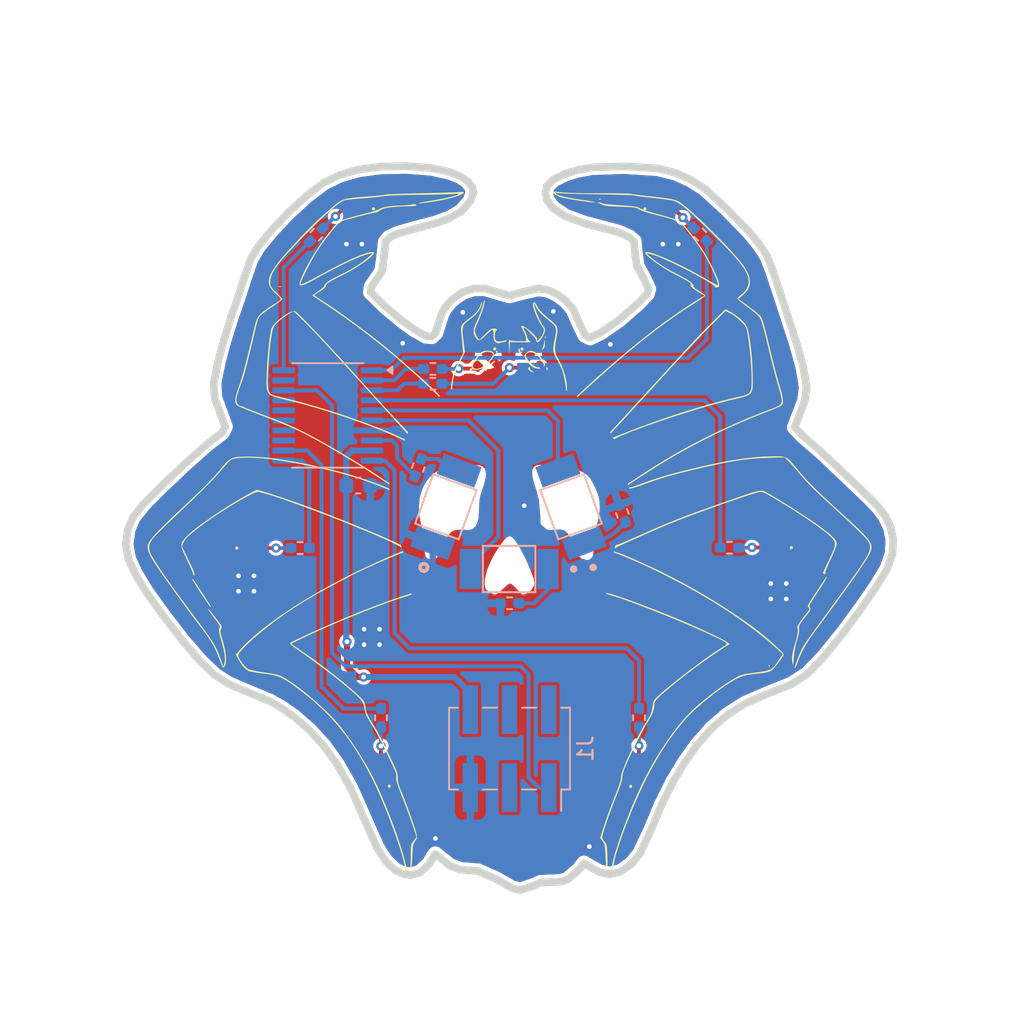
<source format=kicad_pcb>
(kicad_pcb (version 20241229) (generator "pcbnew") (generator_version "9.0")
  (layers (0 "F.Cu" signal) (2 "B.Cu" signal) (13 "F.Paste" user) (15 "B.Paste" user) (5 "F.SilkS" user "F.Silkscreen") (7 "B.SilkS" user "B.Silkscreen") (1 "F.Mask" user) (3 "B.Mask" user) (25 "Edge.Cuts" user))
  (net 0 "")
  (net 1 "/SWDIO")
  (net 3 "+3.3V")
  (net 5 "GND")
  (net 7 "Net-(D2-A)")
  (net 14 "/RIGHT_EYE")
  (net 15 "Net-(D1-K)")
  (net 16 "/LEFT_EYE")
  (net 17 "/NOSE")
  (net 18 "Net-(D3-K)")
  (net 19 "/LED_1")
  (net 20 "/LED_2")
  (net 21 "/LED_3")
  (net 22 "/LED_4")
  (net 23 "/LED_5")
  (net 24 "/LED_6")
  (net 25 "/LED_7")
  (net 26 "/LED_8")
  (net 27 "Net-(D4-A)")
  (net 28 "Net-(D5-A)")
  (net 29 "Net-(D6-A)")
  (net 30 "Net-(D7-A)")
  (net 31 "Net-(D8-A)")
  (net 32 "Net-(D9-A)")
  (net 33 "Net-(D10-A)")
  (net 34 "Net-(D11-A)")
  (footprint "footprints:dots" (layer "F.Cu") (at 113.56931 59.708678)
    (property "Reference" "Ref**" (hide yes))
    (property "Value" "Val**" (hide yes))
  )
  (footprint "LED_SMD:LED_0402_1005Metric" (layer "F.Cu") (at 105.4 78.1077 110)
    (property "Reference" "D11" (hide yes))
    (property "Value" "LED")
  )
  (footprint "LED_SMD:LED_0402_1005Metric" (layer "F.Cu") (at 123.43 41.71)
    (property "Reference" "D7" (hide yes))
    (property "Value" "LED")
  )
  (footprint "LED_SMD:LED_0402_1005Metric" (layer "F.Cu") (at 115.15 51.57 -45)
    (property "Reference" "D5" (hide yes))
    (property "Value" "LED" (hide yes))
  )
  (footprint "footprints:front_eyes" (layer "F.Cu") (at 113.54 62.51)
    (property "Reference" "Ref**" (hide yes))
    (property "Value" "Val**" (hide yes))
  )
  (footprint "footprints:drawing" (layer "F.Cu") (at 113.54 62.51)
    (property "Reference" "Ref**" (hide yes))
    (property "Value" "Val**" (hide yes))
  )
  (footprint "LED_SMD:LED_0402_1005Metric" (layer "F.Cu") (at 130.74 63.68 180)
    (property "Reference" "D9" (hide yes))
    (property "Value" "LED")
  )
  (footprint "LED_SMD:LED_0402_1005Metric" (layer "F.Cu") (at 111.84 51.57 -135)
    (property "Reference" "D4" (hide yes))
    (property "Value" "LED" (hide yes))
  )
  (footprint "LED_SMD:LED_0402_1005Metric" (layer "F.Cu") (at 103.6525 41.71 180)
    (property "Reference" "D6" (hide yes))
    (property "Value" "LED")
  )
  (footprint "LED_SMD:LED_0402_1005Metric" (layer "F.Cu") (at 96.9775 63.7)
    (property "Reference" "D8" (hide yes))
    (property "Value" "LED")
  )
  (footprint "LED_SMD:LED_0402_1005Metric" (layer "F.Cu") (at 121.79 78.124523 70)
    (property "Reference" "D10" (hide yes))
    (property "Value" "LED")
  )
  (footprint "Package_SO:TSSOP-20_4.4x6.5mm_P0.65mm" (layer "B.Cu") (at 101.7875 55.105 180)
    (property "Reference" "U1" (hide yes))
    (property "Value" "CH32V003FxPx")
  )
  (footprint "Resistor_SMD:R_0402_1005Metric_Pad0.72x0.64mm_HandSolder" (layer "B.Cu") (at 108.6 53.05 180)
    (property "Reference" "R5" (hide yes))
    (property "Value" "330")
  )
  (footprint "Connector_PinHeader_2.54mm:PinHeader_2x03_P2.54mm_Vertical_SMD" (layer "B.Cu") (at 113.563807 76.7 90)
    (property "Reference" "J1")
    (property "Value" "Conn_02x03_Odd_Even")
  )
  (footprint "Resistor_SMD:R_0402_1005Metric_Pad0.72x0.64mm_HandSolder" (layer "B.Cu") (at 105.23412 74.7 90)
    (property "Reference" "R11" (hide yes))
    (property "Value" "330")
  )
  (footprint "footprints:LYT77K-K2M1" (layer "B.Cu") (at 117.554949 61.028136 110)
    (property "Reference" "D1" (hide yes))
    (property "Value" "LED" (hide yes))
  )
  (footprint "Resistor_SMD:R_0402_1005Metric_Pad0.72x0.64mm_HandSolder" (layer "B.Cu") (at 121.955881 74.7 90)
    (property "Reference" "R10" (hide yes))
    (property "Value" "330")
  )
  (footprint "Capacitor_SMD:C_0603_1608Metric" (layer "B.Cu") (at 103.76 59.65)
    (property "Reference" "C1" (hide yes))
    (property "Value" "10uF")
  )
  (footprint "Resistor_SMD:R_0402_1005Metric_Pad0.72x0.64mm_HandSolder" (layer "B.Cu") (at 127.82 63.68 180)
    (property "Reference" "R9" (hide yes))
    (property "Value" "330")
  )
  (footprint "Resistor_SMD:R_0402_1005Metric_Pad0.72x0.64mm_HandSolder" (layer "B.Cu") (at 107.65 58.49 -110)
    (property "Reference" "R2" (hide yes))
    (property "Value" "330")
  )
  (footprint "footprints:LYT77K-K2M1" (layer "B.Cu") (at 113.54 65.06 180)
    (property "Reference" "D3" (hide yes))
    (property "Value" "LED" (hide yes))
  )
  (footprint "Resistor_SMD:R_0402_1005Metric_Pad0.72x0.64mm_HandSolder" (layer "B.Cu") (at 113.57 67.28)
    (property "Reference" "R3" (hide yes))
    (property "Value" "330")
  )
  (footprint "Resistor_SMD:R_0402_1005Metric_Pad0.72x0.64mm_HandSolder" (layer "B.Cu") (at 125.93 43.38 -45)
    (property "Reference" "R7" (hide yes))
    (property "Value" "330")
  )
  (footprint "Resistor_SMD:R_0402_1005Metric_Pad0.72x0.64mm_HandSolder" (layer "B.Cu") (at 99.99 63.7)
    (property "Reference" "R8" (hide yes))
    (property "Value" "330")
  )
  (footprint "footprints:LYT77K-K2M1" (layer "B.Cu") (at 109.44 61.028135 70)
    (property "Reference" "D2" (hide yes))
    (property "Value" "LED" (hide yes))
  )
  (footprint "Resistor_SMD:R_0402_1005Metric_Pad0.72x0.64mm_HandSolder" (layer "B.Cu") (at 120.88 61.46 -70)
    (property "Reference" "R1" (hide yes))
    (property "Value" "330")
  )
  (footprint "Resistor_SMD:R_0402_1005Metric_Pad0.72x0.64mm_HandSolder" (layer "B.Cu") (at 108.6 52.09 180)
    (property "Reference" "R4" (hide yes))
    (property "Value" "330")
  )
  (footprint "Resistor_SMD:R_0402_1005Metric_Pad0.72x0.64mm_HandSolder" (layer "B.Cu") (at 101.04 43.4 -135)
    (property "Reference" "R6" (hide yes))
    (property "Value" "330")
  )
  (gr_poly (pts (xy 114.98196 50.918872) (xy 115.016179 50.923226) (xy 115.051023 50.930574) (xy 115.086508 50.940919) (xy 115.122649 50.954267) (xy 115.159461 50.97062) (xy 115.19696 50.989983) (xy 115.235162 51.01236) (xy 115.274081 51.037756) (xy 115.313733 51.066173) (xy 115.354134 51.097617) (xy 115.395299 51.132091) (xy 115.437244 51.1696) (xy 115.479983 51.210147) (xy 115.523532 51.253736) (xy 115.567907 51.300373) (xy 115.619383 51.357285) (xy 115.666117 51.412204) (xy 115.708077 51.465042) (xy 115.727255 51.490653) (xy 115.745227 51.51571) (xy 115.761988 51.540202) (xy 115.777534 51.564118) (xy 115.791861 51.587448) (xy 115.804965 51.610179) (xy 115.81684 51.632301) (xy 115.827485 51.653803) (xy 115.836893 51.674673) (xy 115.84506 51.694901) (xy 115.851984 51.714475) (xy 115.857658 51.733385) (xy 115.86208 51.751619) (xy 115.865244 51.769165) (xy 115.867147 51.786014) (xy 115.867784 51.802153) (xy 115.867152 51.817572) (xy 115.865245 51.83226) (xy 115.86206 51.846206) (xy 115.857593 51.859397) (xy 115.851839 51.871824) (xy 115.844794 51.883475) (xy 115.836453 51.89434) (xy 115.826814 51.904406) (xy 115.81587 51.913663) (xy 115.803619 51.9221) (xy 115.800274 51.924084) (xy 115.797076 51.92579) (xy 115.794027 51.92722) (xy 115.791128 51.928378) (xy 115.78838 51.929266) (xy 115.785786 51.929889) (xy 115.783347 51.930249) (xy 115.781063 51.930349) (xy 115.778937 51.930193) (xy 115.776971 51.929784) (xy 115.775164 51.929125) (xy 115.77352 51.928219) (xy 115.77204 51.92707) (xy 115.770724 51.92568) (xy 115.769575 51.924054) (xy 115.768594 51.922193) (xy 115.767783 51.920102) (xy 115.767142 51.917784) (xy 115.766674 51.915241) (xy 115.76638 51.912478) (xy 115.766261 51.909496) (xy 115.766319 51.9063) (xy 115.766972 51.899277) (xy 115.768351 51.891435) (xy 115.770467 51.882799) (xy 115.773332 51.873394) (xy 115.776958 51.863247) (xy 115.780844 51.848523) (xy 115.782167 51.831731) (xy 115.781034 51.813012) (xy 115.777554 51.792507) (xy 115.771837 51.770358) (xy 115.763991 51.746708) (xy 115.742347 51.695469) (xy 115.713491 51.639926) (xy 115.678292 51.581211) (xy 115.637622 51.520461) (xy 115.592349 51.458809) (xy 115.543343 51.39739) (xy 115.491473 51.337339) (xy 115.43761 51.27979) (xy 115.382623 51.225879) (xy 115.327382 51.176739) (xy 115.272756 51.133505) (xy 115.219615 51.097312) (xy 115.193873 51.08221) (xy 115.168829 51.069294) (xy 115.143194 51.057663) (xy 115.117676 51.047268) (xy 115.092319 51.038095) (xy 115.06717 51.030129) (xy 115.042274 51.023356) (xy 115.017678 51.017761) (xy 114.993426 51.01333) (xy 114.969565 51.010048) (xy 114.94614 51.007902) (xy 114.923197 51.006876) (xy 114.900783 51.006956) (xy 114.878941 51.008128) (xy 114.85772 51.010377) (xy 114.837163 51.013689) (xy 114.817317 51.018049) (xy 114.798228 51.023443) (xy 114.779942 51.029857) (xy 114.762503 51.037275) (xy 114.745959 51.045684) (xy 114.730354 51.05507) (xy 114.715735 51.065417) (xy 114.702146 51.076711) (xy 114.689635 51.088938) (xy 114.678247 51.102083) (xy 114.668027 51.116133) (xy 114.659021 51.131071) (xy 114.651275 51.146885) (xy 114.644835 51.16356) (xy 114.639746 51.18108) (xy 114.636055 51.199433) (xy 114.633806 51.218602) (xy 114.633047 51.238575) (xy 114.634543 51.258521) (xy 114.638932 51.280194) (xy 114.646063 51.303439) (xy 114.655783 51.328106) (xy 114.667943 51.354042) (xy 114.682392 51.381094) (xy 114.717549 51.43794) (xy 114.760047 51.497426) (xy 114.808677 51.558333) (xy 114.862231 51.619444) (xy 114.919501 51.67954) (xy 114.979278 51.737404) (xy 115.040354 51.791818) (xy 115.10152 51.841562) (xy 115.161568 51.885421) (xy 115.219291 51.922174) (xy 115.246902 51.937506) (xy 115.273479 51.950605) (xy 115.29887 51.961319) (xy 115.322924 51.969495) (xy 115.345491 51.974982) (xy 115.366418 51.977627) (xy 115.384395 51.97893) (xy 115.401867 51.980694) (xy 115.418742 51.982888) (xy 115.434932 51.985483) (xy 115.450345 51.988448) (xy 115.464892 51.991753) (xy 115.478482 51.995368) (xy 115.491025 51.999263) (xy 115.50243 52.003407) (xy 115.507679 52.005563) (xy 115.512609 52.00777) (xy 115.51721 52.010025) (xy 115.52147 52.012323) (xy 115.525378 52.014661) (xy 115.528923 52.017035) (xy 115.532093 52.019441) (xy 115.534878 52.021875) (xy 115.537265 52.024334) (xy 115.539244 52.026815) (xy 115.540804 52.029312) (xy 115.541933 52.031822) (xy 115.542619 52.034343) (xy 115.542852 52.036869) (xy 115.542179 52.045847) (xy 115.539984 52.053639) (xy 115.536032 52.060246) (xy 115.530089 52.065665) (xy 115.521921 52.069898) (xy 115.511292 52.072941) (xy 115.497968 52.074796) (xy 115.481713 52.075461) (xy 115.462294 52.074935) (xy 115.439476 52.073218) (xy 115.413023 52.070309) (xy 115.382702 52.066207) (xy 115.309514 52.05442) (xy 115.218034 52.037853) (xy 115.201154 52.03399) (xy 115.183617 52.028626) (xy 115.14676 52.013585) (xy 115.107846 51.993114) (xy 115.067258 51.967596) (xy 115.025378 51.937416) (xy 114.982589 51.902955) (xy 114.939273 51.864598) (xy 114.895812 51.822728) (xy 114.85259 51.777728) (xy 114.809988 51.729983) (xy 114.76839 51.679875) (xy 114.728177 51.627787) (xy 114.689732 51.574104) (xy 114.653437 51.519208) (xy 114.619676 51.463484) (xy 114.588831 51.407314) (xy 114.57259 51.375685) (xy 114.558685 51.347359) (xy 114.547194 51.321902) (xy 114.542377 51.310116) (xy 114.538194 51.298885) (xy 114.534652 51.288156) (xy 114.531764 51.277874) (xy 114.529537 51.267986) (xy 114.527982 51.258438) (xy 114.527109 51.249176) (xy 114.526927 51.240146) (xy 114.527446 51.231294) (xy 114.528677 51.222565) (xy 114.530628 51.213907) (xy 114.533311 51.205264) (xy 114.536733 51.196584) (xy 114.540906 51.187811) (xy 114.545839 51.178893) (xy 114.551541 51.169775) (xy 114.558024 51.160402) (xy 114.565295 51.150722) (xy 114.573366 51.14068) (xy 114.582246 51.130222) (xy 114.602472 51.107843) (xy 114.626051 51.083154) (xy 114.653062 51.055721) (xy 114.670194 51.039107) (xy 114.687489 51.023553) (xy 114.704949 51.009062) (xy 114.722578 50.995632) (xy 114.740379 50.983266) (xy 114.758355 50.971964) (xy 114.776509 50.961726) (xy 114.794845 50.952553) (xy 114.813365 50.944445) (xy 114.832072 50.937404) (xy 114.850971 50.93143) (xy 114.870063 50.926524) (xy 114.889353 50.922687) (xy 114.908842 50.919918) (xy 114.928535 50.918219) (xy 114.948434 50.917591) (xy 114.94835 50.917507)) (fill yes) (layer "F.SilkS"))
  (gr_poly (pts (xy 129.918535 59.976711) (xy 129.918657 59.976696) (xy 129.934066 59.977767) (xy 129.948897 59.979298) (xy 129.963203 59.981274) (xy 129.977042 59.983681) (xy 129.990468 59.986502) (xy 130.003537 59.989725) (xy 130.016305 59.993334) (xy 130.028827 59.997315) (xy 130.041159 60.001653) (xy 130.053356 60.006333) (xy 130.065475 60.011341) (xy 130.07757 60.016662) (xy 130.101912 60.028184) (xy 130.126829 60.040783) (xy 130.391912 60.187253) (xy 130.754957 60.401091) (xy 131.660723 60.959073) (xy 132.615713 61.571123) (xy 133.040289 61.852548) (xy 133.391515 62.093639) (xy 133.571086 62.221341) (xy 133.73686 62.341732) (xy 133.889142 62.455104) (xy 134.028236 62.561749) (xy 134.154449 62.66196) (xy 134.268085 62.75603) (xy 134.36945 62.84425) (xy 134.45885 62.926913) (xy 134.536588 63.004312) (xy 134.602971 63.076739) (xy 134.631999 63.111179) (xy 134.658304 63.144487) (xy 134.681921 63.176697) (xy 134.702891 63.207847) (xy 134.721251 63.237973) (xy 134.737039 63.267113) (xy 134.750294 63.295302) (xy 134.761053 63.322577) (xy 134.769354 63.348974) (xy 134.775237 63.37453) (xy 134.778739 63.399283) (xy 134.779897 63.423267) (xy 134.777863 63.443847) (xy 134.771895 63.472341) (xy 134.748961 63.551029) (xy 134.712705 63.655255) (xy 134.664736 63.780942) (xy 134.606664 63.924012) (xy 134.5401 64.08039) (xy 134.466652 64.245998) (xy 134.38793 64.416759) (xy 134.309875 64.585923) (xy 134.238273 64.746955) (xy 134.174606 64.8961) (xy 134.120357 65.029604) (xy 134.077008 65.143712) (xy 134.059884 65.192319) (xy 134.046042 65.23467) (xy 134.035666 65.270294) (xy 134.028941 65.298724) (xy 134.026054 65.319488) (xy 134.026107 65.32685) (xy 134.027189 65.332119) (xy 134.028856 65.336722) (xy 134.030271 65.341132) (xy 134.031435 65.34535) (xy 134.032351 65.349372) (xy 134.033021 65.353199) (xy 134.033445 65.356828) (xy 134.033626 65.360258) (xy 134.033566 65.363488) (xy 134.033265 65.366516) (xy 134.032727 65.369341) (xy 134.031953 65.371963) (xy 134.030944 65.374378) (xy 134.029703 65.376587) (xy 134.02823 65.378587) (xy 134.026528 65.380378) (xy 134.024599 65.381958) (xy 134.022444 65.383325) (xy 134.020065 65.384479) (xy 134.017464 65.385418) (xy 134.014643 65.38614) (xy 134.011603 65.386644) (xy 134.008346 65.38693) (xy 134.004874 65.386995) (xy 134.001188 65.386838) (xy 133.997291 65.386458) (xy 133.993184 65.385854) (xy 133.988868 65.385023) (xy 133.984347 65.383966) (xy 133.97962 65.38268) (xy 133.974691 65.381164) (xy 133.964231 65.377437) (xy 133.954637 65.373651) (xy 133.945312 65.369805) (xy 133.936303 65.365927) (xy 133.92766 65.362044) (xy 133.919431 65.358183) (xy 133.911664 65.354372) (xy 133.904408 65.350637) (xy 133.89771 65.347007) (xy 133.891619 65.343507) (xy 133.886184 65.340166) (xy 133.881452 65.337011) (xy 133.877472 65.334068) (xy 133.875779 65.332685) (xy 133.874292 65.331366) (xy 133.873018 65.330113) (xy 133.871961 65.32893) (xy 133.871129 65.327821) (xy 133.870527 65.326789) (xy 133.870162 65.325838) (xy 133.870039 65.32497) (xy 133.903028 65.24887) (xy 133.992853 65.053586) (xy 134.288152 64.423778) (xy 134.370721 64.248147) (xy 134.442541 64.092491) (xy 134.503752 63.954973) (xy 134.530423 63.892441) (xy 134.554494 63.833754) (xy 134.575982 63.778682) (xy 134.594906 63.726996) (xy 134.611282 63.678465) (xy 134.625128 63.63286) (xy 134.636461 63.589951) (xy 134.645298 63.549509) (xy 134.651658 63.511303) (xy 134.655558 63.475103) (xy 134.657014 63.44068) (xy 134.656045 63.407805) (xy 134.652668 63.376246) (xy 134.646901 63.345775) (xy 134.63876 63.316162) (xy 134.628263 63.287176) (xy 134.615429 63.258589) (xy 134.600273 63.23017) (xy 134.582814 63.201689) (xy 134.563069 63.172917) (xy 134.541055 63.143623) (xy 134.51679 63.113579) (xy 134.461577 63.050318) (xy 134.397569 62.981296) (xy 134.326527 62.911373) (xy 134.233618 62.828762) (xy 133.988354 62.629793) (xy 133.674076 62.393032) (xy 133.303083 62.127119) (xy 132.887673 61.840696) (xy 132.440146 61.542405) (xy 131.972801 61.240886) (xy 131.497938 60.944782) (xy 131.076912 60.688068) (xy 130.898425 60.580295) (xy 130.739381 60.485236) (xy 130.598352 60.402132) (xy 130.473908 60.330228) (xy 130.364617 60.268765) (xy 130.269051 60.216987) (xy 130.185779 60.174138) (xy 130.113371 60.139458) (xy 130.050398 60.112193) (xy 129.99543 60.091584) (xy 129.970501 60.083539) (xy 129.947037 60.076875) (xy 129.924859 60.071496) (xy 129.903788 60.067308) (xy 129.883646 60.064216) (xy 129.864254 60.062127) (xy 129.827005 60.060573) (xy 129.726016 60.077217) (xy 129.544105 60.1249) (xy 128.975349 60.300057) (xy 127.2829 60.876216) (xy 125.354934 61.575769) (xy 124.49178 61.905169) (xy 123.796724 62.185436) (xy 123.222441 62.429807) (xy 122.646223 62.679315) (xy 121.574789 63.154443) (xy 121.122978 63.360409) (xy 120.756041 63.532211) (xy 120.495679 63.66002) (xy 120.412246 63.704358) (xy 120.363596 63.734012) (xy 120.373845 63.701146) (xy 120.37905 63.684839) (xy 120.384546 63.668262) (xy 120.390059 63.652134) (xy 120.395698 63.636062) (xy 120.401473 63.620036) (xy 120.407396 63.604046) (xy 120.412875 63.593438) (xy 120.418278 63.58279) (xy 120.423699 63.572142) (xy 120.429235 63.561535) (xy 120.44645 63.529604) (xy 120.454936 63.513572) (xy 120.463245 63.497455) (xy 120.484229 63.495953) (xy 120.509806 63.491686) (xy 120.575851 63.474473) (xy 120.663601 63.445043) (xy 120.775281 63.40262) (xy 120.913112 63.346431) (xy 121.079317 63.275701) (xy 121.505739 63.08752) (xy 123.055418 62.406424) (xy 123.734046 62.120663) (xy 124.389814 61.855058) (xy 125.053683 61.597335) (xy 125.756614 61.335218) (xy 127.403505 60.748699) (xy 128.008791 60.537805) (xy 128.506877 60.365854) (xy 128.909804 60.229717) (xy 129.229615 60.126264) (xy 129.362115 60.085817) (xy 129.478352 60.052366) (xy 129.57983 60.025523) (xy 129.668056 60.004894) (xy 129.744534 59.99009) (xy 129.81077 59.980719) (xy 129.868268 59.97639)) (fill yes) (layer "F.SilkS"))
  (gr_poly (pts (xy 115.96781 51.978673) (xy 115.968833 51.978749) (xy 115.969885 51.97889) (xy 115.970965 51.979096) (xy 115.972075 51.979365) (xy 115.973215 51.979699) (xy 115.974385 51.980095) (xy 115.975585 51.980554) (xy 115.976817 51.981076) (xy 115.978081 51.981659) (xy 115.979377 51.982303) (xy 115.981141 51.983263) (xy 115.982957 51.984335) (xy 115.984824 51.98552) (xy 115.986745 51.986817) (xy 115.98872 51.988225) (xy 115.990749 51.989743) (xy 115.992832 51.991373) (xy 115.994972 51.993111) (xy 115.999419 51.996916) (xy 116.004096 52.001153) (xy 116.009007 52.005818) (xy 116.014158 52.010906) (xy 116.018648 52.015539) (xy 116.02287 52.020161) (xy 116.026823 52.02477) (xy 116.030508 52.029367) (xy 116.033925 52.033952) (xy 116.037072 52.038522) (xy 116.039952 52.043078) (xy 116.042563 52.047619) (xy 116.044905 52.052145) (xy 116.046979 52.056654) (xy 116.048784 52.061147) (xy 116.050321 52.065622) (xy 116.051589 52.07008) (xy 116.052589 52.074519) (xy 116.053321 52.078938) (xy 116.053784 52.083338) (xy 116.053979 52.087718) (xy 116.053905 52.092077) (xy 116.053562 52.096415) (xy 116.052952 52.10073) (xy 116.052073 52.105022) (xy 116.050925 52.109292) (xy 116.049509 52.113537) (xy 116.047825 52.117758) (xy 116.045872 52.121953) (xy 116.043651 52.126123) (xy 116.041162 52.130267) (xy 116.038404 52.134384) (xy 116.035377 52.138473) (xy 116.032083 52.142534) (xy 116.02852 52.146567) (xy 116.024688 52.15057) (xy 116.016955 52.157749) (xy 116.013237 52.160741) (xy 116.009618 52.163334) (xy 116.006099 52.165529) (xy 116.002681 52.167326) (xy 115.999362 52.168725) (xy 115.996145 52.169728) (xy 115.993028 52.170334) (xy 115.990013 52.170543) (xy 115.987099 52.170356) (xy 115.984288 52.169774) (xy 115.981578 52.168796) (xy 115.978971 52.167422) (xy 115.976467 52.165654) (xy 115.974066 52.163492) (xy 115.971768 52.160935) (xy 115.969575 52.157985) (xy 115.967485 52.154641) (xy 115.965499 52.150904) (xy 115.963618 52.146774) (xy 115.961842 52.142251) (xy 115.958606 52.13203) (xy 115.955793 52.120243) (xy 115.953406 52.106893) (xy 115.951447 52.091981) (xy 115.949918 52.075512) (xy 115.949177 52.064744) (xy 115.948618 52.05463) (xy 115.948245 52.045168) (xy 115.948063 52.036352) (xy 115.948075 52.02818) (xy 115.948286 52.020647) (xy 115.9487 52.013749) (xy 115.94932 52.007483) (xy 115.94971 52.004586) (xy 115.950152 52.001845) (xy 115.950649 51.999261) (xy 115.9512 51.996831) (xy 115.951805 51.994557) (xy 115.952466 51.992438) (xy 115.953183 51.990472) (xy 115.953957 51.988661) (xy 115.954787 51.987002) (xy 115.955675 51.985496) (xy 115.956621 51.984143) (xy 115.957625 51.982941) (xy 115.958688 51.98189) (xy 115.959811 51.98099) (xy 115.960994 51.98024) (xy 115.962238 51.979641) (xy 115.962238 51.979603) (xy 115.963102 51.97928) (xy 115.963991 51.979026) (xy 115.964905 51.978838) (xy 115.965847 51.978717) (xy 115.966815 51.978662)) (fill yes) (layer "F.SilkS"))
  (gr_poly (pts (xy 98.700984 46.734018) (xy 98.705251 46.734142) (xy 98.705244 46.73415) (xy 98.709439 46.734384) (xy 98.713552 46.734737) (xy 98.717575 46.735206) (xy 98.721501 46.735793) (xy 98.72532 46.736496) (xy 98.729025 46.737316) (xy 98.732609 46.738253) (xy 98.736062 46.739305) (xy 98.739378 46.740474) (xy 98.742547 46.741759) (xy 98.745563 46.743159) (xy 98.748417 46.744675) (xy 98.751101 46.746306) (xy 98.753607 46.748052) (xy 98.755928 46.749913) (xy 98.758054 46.751888) (xy 98.759904 46.753905) (xy 98.761407 46.755884) (xy 98.76257 46.757822) (xy 98.763397 46.759717) (xy 98.763895 46.761566) (xy 98.764069 46.763369) (xy 98.763924 46.765121) (xy 98.763466 46.766822) (xy 98.7627 46.768468) (xy 98.761632 46.770058) (xy 98.760268 46.771589) (xy 98.758612 46.77306) (xy 98.754448 46.775809) (xy 98.749184 46.778288) (xy 98.742865 46.780478) (xy 98.735534 46.782362) (xy 98.727235 46.783921) (xy 98.718012 46.785139) (xy 98.707909 46.785996) (xy 98.696969 46.786475) (xy 98.685236 46.786559) (xy 98.672754 46.786228) (xy 98.659269 46.785501) (xy 98.647208 46.784496) (xy 98.641715 46.783892) (xy 98.636582 46.783222) (xy 98.631809 46.782487) (xy 98.6274 46.781689) (xy 98.623354 46.780829) (xy 98.619673 46.779908) (xy 98.616358 46.778927) (xy 98.61341 46.777888) (xy 98.610831 46.776792) (xy 98.608622 46.77564) (xy 98.606784 46.774433) (xy 98.605319 46.773173) (xy 98.604227 46.771861) (xy 98.603511 46.770498) (xy 98.60317 46.769086) (xy 98.603207 46.767625) (xy 98.603622 46.766118) (xy 98.604417 46.764564) (xy 98.605594 46.762966) (xy 98.607153 46.761325) (xy 98.609096 46.759642) (xy 98.611423 46.757918) (xy 98.614137 46.756155) (xy 98.617238 46.754354) (xy 98.620728 46.752515) (xy 98.624608 46.750641) (xy 98.628879 46.748733) (xy 98.633543 46.746792) (xy 98.637964 46.745081) (xy 98.64243 46.743494) (xy 98.646934 46.74203) (xy 98.651465 46.740689) (xy 98.656019 46.739471) (xy 98.660585 46.738376) (xy 98.665157 46.737403) (xy 98.669726 46.736553) (xy 98.674285 46.735825) (xy 98.678826 46.735219) (xy 98.683341 46.734736) (xy 98.687822 46.734374) (xy 98.692261 46.734134) (xy 98.696651 46.734015)) (fill yes) (layer "F.SilkS"))
  (gr_poly (pts (xy 115.891626 49.951458) (xy 115.892372 49.951617) (xy 115.89313 49.951872) (xy 115.893899 49.952223) (xy 115.894679 49.952669) (xy 115.89547 49.953211) (xy 115.896272 49.95385) (xy 115.897907 49.955415) (xy 115.899584 49.957365) (xy 115.901301 49.959704) (xy 115.903056 49.96243) (xy 115.904849 49.965547) (xy 115.906677 49.969055) (xy 115.90854 49.972955) (xy 115.910435 49.977248) (xy 115.912363 49.981937) (xy 115.915635 49.990883) (xy 115.918414 49.999981) (xy 115.920704 50.009168) (xy 115.922507 50.018378) (xy 115.923825 50.027549) (xy 115.924662 50.036613) (xy 115.92502 50.045509) (xy 115.924902 50.05417) (xy 115.924311 50.062533) (xy 115.92325 50.070533) (xy 115.921721 50.078106) (xy 115.919728 50.085187) (xy 115.918558 50.088523) (xy 115.917273 50.091712) (xy 115.915873 50.094745) (xy 115.914358 50.097616) (xy 115.91273 50.100315) (xy 115.910987 50.102834) (xy 115.909132 50.105167) (xy 115.907163 50.107303) (xy 115.905158 50.109164) (xy 115.903191 50.110676) (xy 115.901265 50.111847) (xy 115.899383 50.11268) (xy 115.897545 50.113181) (xy 115.895755 50.113357) (xy 115.894014 50.113212) (xy 115.892326 50.112752) (xy 115.890691 50.111983) (xy 115.889112 50.110909) (xy 115.887592 50.109538) (xy 115.886132 50.107873) (xy 115.883403 50.103686) (xy 115.880943 50.098393) (xy 115.878768 50.092038) (xy 115.876896 50.084665) (xy 115.875345 50.076318) (xy 115.874133 50.067041) (xy 115.873276 50.056878) (xy 115.872792 50.045872) (xy 115.872699 50.034069) (xy 115.873014 50.021511) (xy 115.873339 50.014554) (xy 115.873734 50.007952) (xy 115.874199 50.001706) (xy 115.874734 49.995818) (xy 115.875335 49.99029) (xy 115.876003 49.985122) (xy 115.876736 49.980317) (xy 115.877533 49.975875) (xy 115.878393 49.971798) (xy 115.879315 49.968087) (xy 115.880297 49.964745) (xy 115.881338 49.961772) (xy 115.882438 49.959169) (xy 115.883594 49.956939) (xy 115.884194 49.955964) (xy 115.884807 49.955083) (xy 115.885433 49.954295) (xy 115.886074 49.953602) (xy 115.886093 49.953594) (xy 115.88674 49.952997) (xy 115.887401 49.952493) (xy 115.888074 49.952084) (xy 115.88876 49.951769) (xy 115.889459 49.951549) (xy 115.890169 49.951424) (xy 115.890892 49.951393)) (fill yes) (layer "F.SilkS"))
  (gr_poly (pts (xy 119.423637 41.309454) (xy 119.443018 41.31048) (xy 119.461471 41.31201) (xy 119.478887 41.314021) (xy 119.495159 41.316487) (xy 119.510177 41.319386) (xy 119.523835 41.322695) (xy 119.530119 41.324495) (xy 119.536023 41.326389) (xy 119.541532 41.328373) (xy 119.546633 41.330445) (xy 119.551312 41.332601) (xy 119.555557 41.33484) (xy 119.559352 41.337156) (xy 119.562686 41.339549) (xy 119.565544 41.342015) (xy 119.567912 41.34455) (xy 119.569778 41.347152) (xy 119.571127 41.349818) (xy 119.571947 41.352546) (xy 119.572223 41.355331) (xy 119.578151 41.361254) (xy 119.595545 41.367731) (xy 119.662386 41.382092) (xy 119.768059 41.397902) (xy 119.907877 41.414645) (xy 120.077154 41.43181) (xy 120.271202 41.448883) (xy 120.714862 41.480697) (xy 121.023606 41.500925) (xy 121.157431 41.51065) (xy 121.278452 41.520241) (xy 121.38734 41.529795) (xy 121.484765 41.539405) (xy 121.571397 41.549168) (xy 121.647908 41.559178) (xy 121.714966 41.56953) (xy 121.773244 41.58032) (xy 121.823411 41.591641) (xy 121.866139 41.60359) (xy 121.902096 41.616261) (xy 121.917746 41.622897) (xy 121.931955 41.629749) (xy 121.944806 41.636829) (xy 121.956385 41.644149) (xy 121.966774 41.651721) (xy 121.976057 41.659557) (xy 121.993816 41.67207) (xy 122.022221 41.687209) (xy 122.108475 41.72454) (xy 122.229845 41.769908) (xy 122.381354 41.821669) (xy 122.558027 41.878181) (xy 122.754888 41.9378) (xy 122.966961 41.998883) (xy 123.189272 42.059788) (xy 123.413806 42.120766) (xy 123.632252 42.182064) (xy 123.839188 42.242023) (xy 124.029189 42.298986) (xy 124.196834 42.351295) (xy 124.336699 42.397292) (xy 124.44336 42.435319) (xy 124.482545 42.450826) (xy 124.511396 42.463718) (xy 124.564019 42.494955) (xy 124.625346 42.540938) (xy 124.694697 42.600848) (xy 124.771393 42.673866) (xy 124.854753 42.759175) (xy 124.944098 42.855957) (xy 125.138019 43.080666) (xy 125.347716 43.341447) (xy 125.567749 43.631756) (xy 125.792678 43.945048) (xy 126.017061 44.274776) (xy 126.108823 44.416981) (xy 126.202695 44.569219) (xy 126.392522 44.895212) (xy 126.578054 45.235591) (xy 126.750798 45.573193) (xy 126.902264 45.890856) (xy 126.967365 46.036847) (xy 127.023962 46.171417) (xy 127.070995 46.29242) (xy 127.107401 46.397711) (xy 127.13212 46.485146) (xy 127.14409 46.552578) (xy 127.146987 46.587013) (xy 127.148908 46.61799) (xy 127.149741 46.645721) (xy 127.149716 46.658437) (xy 127.149377 46.670421) (xy 127.148711 46.6817) (xy 127.147704 46.692301) (xy 127.146341 46.70225) (xy 127.14461 46.711574) (xy 127.142497 46.7203) (xy 127.139986 46.728454) (xy 127.137066 46.736063) (xy 127.133721 46.743153) (xy 127.129938 46.749752) (xy 127.125703 46.755884) (xy 127.121002 46.761579) (xy 127.115822 46.766861) (xy 127.110148 46.771757) (xy 127.103966 46.776294) (xy 127.097263 46.780499) (xy 127.090025 46.784399) (xy 127.082239 46.788019) (xy 127.073889 46.791387) (xy 127.064962 46.794529) (xy 127.055445 46.797471) (xy 127.034584 46.802865) (xy 127.011194 46.807781) (xy 127.003201 46.809234) (xy 126.995356 46.810494) (xy 126.987668 46.811562) (xy 126.980145 46.812441) (xy 126.972795 46.813133) (xy 126.965627 46.813641) (xy 126.958649 46.813966) (xy 126.951869 46.814111) (xy 126.945296 46.814079) (xy 126.938938 46.81387) (xy 126.932804 46.813488) (xy 126.926901 46.812935) (xy 126.921239 46.812212) (xy 126.915825 46.811323) (xy 126.910668 46.81027) (xy 126.905777 46.809054) (xy 126.901159 46.807678) (xy 126.896824 46.806145) (xy 126.892778 46.804455) (xy 126.889032 46.802613) (xy 126.885592 46.800619) (xy 126.882469 46.798476) (xy 126.879669 46.796187) (xy 126.877201 46.793753) (xy 126.875074 46.791177) (xy 126.873296 46.788461) (xy 126.871875 46.785608) (xy 126.87082 46.782618) (xy 126.870139 46.779496) (xy 126.86984 46.776243) (xy 126.869932 46.77286) (xy 126.870424 46.769352) (xy 126.864671 46.749215) (xy 126.841898 46.721257) (xy 126.749121 46.643885) (xy 126.59976 46.541256) (xy 126.401481 46.417392) (xy 125.888837 46.122037) (xy 125.272523 45.789984) (xy 124.613872 45.453397) (xy 123.974216 45.144439) (xy 123.414889 44.895276) (xy 123.184516 44.803169) (xy 122.997224 44.738071) (xy 122.89062 44.705822) (xy 122.790317 44.676585) (xy 122.698573 44.650939) (xy 122.617645 44.629464) (xy 122.54979 44.61274) (xy 122.497265 44.601347) (xy 122.477457 44.597831) (xy 122.462327 44.595865) (xy 122.452158 44.595522) (xy 122.449023 44.595982) (xy 122.447233 44.596874) (xy 122.446827 44.598533) (xy 122.447801 44.601272) (xy 122.453755 44.609875) (xy 122.480775 44.638776) (xy 122.526204 44.681746) (xy 122.587952 44.73695) (xy 122.66393 44.802555) (xy 122.752049 44.876728) (xy 122.85022 44.957636) (xy 122.956354 45.043445) (xy 123.084274 45.141417) (xy 123.230778 45.245702) (xy 123.392261 45.354057) (xy 123.565122 45.464239) (xy 123.745757 45.574006) (xy 123.930563 45.681114) (xy 124.115937 45.783321) (xy 124.298276 45.878383) (xy 124.455766 45.958701) (xy 124.600459 46.034118) (xy 124.73272 46.104892) (xy 124.852913 46.17128) (xy 124.961401 46.23354) (xy 125.058548 46.291929) (xy 125.144717 46.346705) (xy 125.183798 46.372819) (xy 125.220272 46.398125) (xy 125.254182 46.422657) (xy 125.285576 46.446447) (xy 125.314498 46.469526) (xy 125.340993 46.491928) (xy 125.365108 46.513683) (xy 125.386888 46.534825) (xy 125.406377 46.555385) (xy 125.423622 46.575396) (xy 125.438668 46.59489) (xy 125.45156 46.613899) (xy 125.462344 46.632455) (xy 125.471066 46.65059) (xy 125.47777 46.668337) (xy 125.482503 46.685728) (xy 125.485309 46.702795) (xy 125.486234 46.71957) (xy 125.48667 46.726268) (xy 125.48797 46.733296) (xy 125.493122 46.748307) (xy 125.501606 46.764534) (xy 125.51334 46.781903) (xy 125.52824 46.800344) (xy 125.546223 46.819786) (xy 125.567206 46.840157) (xy 125.591106 46.861386) (xy 125.617839 46.883401) (xy 125.647322 46.906132) (xy 125.679472 46.929506) (xy 125.714205 46.953453) (xy 125.751439 46.977901) (xy 125.791089 47.002779) (xy 125.833074 47.028015) (xy 125.877309 47.053539) (xy 125.917029 47.076432) (xy 125.955403 47.09938) (xy 125.992241 47.122237) (xy 126.027355 47.144853) (xy 126.060556 47.167079) (xy 126.091656 47.188768) (xy 126.120465 47.209772) (xy 126.146796 47.229941) (xy 126.170458 47.249128) (xy 126.191264 47.267184) (xy 126.209025 47.283961) (xy 126.216704 47.291823) (xy 126.223551 47.29931) (xy 126.229543 47.306403) (xy 126.234655 47.313083) (xy 126.238865 47.319332) (xy 126.242147 47.325132) (xy 126.24448 47.330464) (xy 126.245839 47.335308) (xy 126.246201 47.339648) (xy 126.245542 47.343464) (xy 126.240041 47.35246) (xy 126.228461 47.365102) (xy 126.188372 47.400392) (xy 126.127884 47.447481) (xy 126.049605 47.504515) (xy 125.956145 47.56964) (xy 125.85011 47.641001) (xy 125.73411 47.716745) (xy 125.610754 47.795017) (xy 124.797205 48.321035) (xy 123.975517 48.888011) (xy 123.136271 49.50343) (xy 122.270051 50.174779) (xy 121.367439 50.909542) (xy 120.419017 51.715206) (xy 119.415369 52.599257) (xy 118.347076 53.569179) (xy 117.96438 53.921154) (xy 117.956935 53.913942) (xy 117.949444 53.906771) (xy 117.941966 53.899577) (xy 117.938251 53.89595) (xy 117.93456 53.892292) (xy 117.930592 53.888435) (xy 117.926624 53.884762) (xy 117.922659 53.881267) (xy 117.918698 53.877944) (xy 117.914745 53.874786) (xy 117.910803 53.871788) (xy 117.906874 53.868943) (xy 117.902961 53.866245) (xy 117.931973 53.842852) (xy 117.96482 53.815292) (xy 118.001101 53.783896) (xy 118.040411 53.748994) (xy 118.08235 53.710914) (xy 118.126515 53.669988) (xy 118.172502 53.626544) (xy 118.219911 53.580913) (xy 118.715256 53.112963) (xy 119.297989 52.58457) (xy 119.942791 52.017205) (xy 120.624342 51.432339) (xy 121.317321 50.851444) (xy 121.99641 50.295989) (xy 122.636289 49.787446) (xy 123.211637 49.347286) (xy 123.52742 49.116475) (xy 123.897207 48.8538) (xy 124.707441 48.294813) (xy 125.102216 48.029478) (xy 125.459648 47.794233) (xy 125.7569 47.604568) (xy 125.971136 47.475971) (xy 126.206464 47.343586) (xy 125.765379 47.078045) (xy 125.720439 47.050517) (xy 125.676685 47.02282) (xy 125.634348 46.995139) (xy 125.593658 46.967657) (xy 125.554845 46.940558) (xy 125.518139 46.914024) (xy 125.483772 46.88824) (xy 125.451973 46.86339) (xy 125.422973 46.839656) (xy 125.397002 46.817222) (xy 125.374291 46.796272) (xy 125.35507 46.776989) (xy 125.339569 46.759557) (xy 125.333286 46.751593) (xy 125.328019 46.74416) (xy 125.323798 46.737282) (xy 125.32065 46.730981) (xy 125.318606 46.72528) (xy 125.317693 46.720203) (xy 125.314328 46.677963) (xy 125.310089 46.631173) (xy 125.305525 46.585523) (xy 125.301183 46.546703) (xy 125.295706 46.536189) (xy 125.281616 46.521577) (xy 125.259362 46.503132) (xy 125.229388 46.481116) (xy 125.148071 46.42742) (xy 125.041236 46.362592) (xy 124.912457 46.288735) (xy 124.765306 46.207949) (xy 124.603354 46.122337) (xy 124.430173 46.034) (xy 124.210424 45.920135) (xy 123.991794 45.799805) (xy 123.776762 45.674915) (xy 123.567812 45.547373) (xy 123.367424 45.419082) (xy 123.178078 45.291949) (xy 123.002257 45.16788) (xy 122.842441 45.04878) (xy 122.701112 44.936555) (xy 122.58075 44.833111) (xy 122.483837 44.740352) (xy 122.44495 44.698576) (xy 122.412855 44.660186) (xy 122.387863 44.62542) (xy 122.370283 44.594517) (xy 122.360427 44.567714) (xy 122.358605 44.545251) (xy 122.365125 44.527365) (xy 122.380299 44.514294) (xy 122.404437 44.506277) (xy 122.437849 44.503551) (xy 122.533022 44.512871) (xy 122.658031 44.540069) (xy 122.810341 44.584007) (xy 122.987417 44.643544) (xy 123.40573 44.804858) (xy 123.892694 45.014893) (xy 124.428033 45.264531) (xy 124.99147 45.544653) (xy 125.562731 45.846141) (xy 126.121538 46.159878) (xy 126.296044 46.260468) (xy 126.461135 46.354305) (xy 126.613035 46.439337) (xy 126.747964 46.513511) (xy 126.862147 46.574775) (xy 126.951804 46.621076) (xy 127.013158 46.650361) (xy 127.032041 46.657982) (xy 127.042432 46.660579) (xy 127.054817 46.656772) (xy 127.06301 46.64557) (xy 127.067159 46.627307) (xy 127.067413 46.602316) (xy 127.056824 46.533479) (xy 127.032426 46.441721) (xy 126.995398 46.329703) (xy 126.946924 46.200086) (xy 126.820363 45.898705) (xy 126.662195 45.558868) (xy 126.481875 45.201869) (xy 126.288858 44.849) (xy 126.190541 44.680768) (xy 126.092596 44.521553) (xy 125.942722 44.294459) (xy 125.76272 44.037018) (xy 125.564148 43.76432) (xy 125.358562 43.491451) (xy 125.157521 43.2335) (xy 124.97258 43.005553) (xy 124.815299 42.8227) (xy 124.750641 42.752898) (xy 124.697233 42.700027) (xy 124.653657 42.661905) (xy 124.606817 42.625712) (xy 124.555307 42.59096) (xy 124.497724 42.557161) (xy 124.432663 42.523827) (xy 124.358718 42.490471) (xy 124.178561 42.421738) (xy 123.946017 42.347059) (xy 123.649848 42.262528) (xy 123.278817 42.164242) (xy 122.821687 42.048298) (xy 122.680784 42.011281) (xy 122.541939 41.97148) (xy 122.40872 41.930144) (xy 122.284698 41.888524) (xy 122.17344 41.84787) (xy 122.123714 41.828295) (xy 122.078517 41.80943) (xy 122.038296 41.791432) (xy 122.003497 41.774456) (xy 121.974566 41.758659) (xy 121.95195 41.744198) (xy 121.921238 41.72347) (xy 121.889695 41.70483) (xy 121.85623 41.68813) (xy 121.81975 41.673218) (xy 121.779165 41.659946) (xy 121.733383 41.648164) (xy 121.681313 41.637722) (xy 121.621864 41.628471) (xy 121.476462 41.612943) (xy 121.288446 41.600384) (xy 121.049086 41.589596) (xy 120.749652 41.579384) (xy 120.511647 41.570711) (xy 120.300017 41.560307) (xy 120.115044 41.548199) (xy 120.032642 41.541515) (xy 119.957009 41.534416) (xy 119.888182 41.526905) (xy 119.826196 41.518985) (xy 119.771085 41.51066) (xy 119.722886 41.501933) (xy 119.681632 41.492809) (xy 119.647361 41.483289) (xy 119.620106 41.473379) (xy 119.599903 41.463081) (xy 119.585359 41.454285) (xy 119.569617 41.445433) (xy 119.552828 41.436582) (xy 119.535141 41.427792) (xy 119.497674 41.410629) (xy 119.458415 41.394414) (xy 119.418564 41.379617) (xy 119.37932 41.366709) (xy 119.360301 41.36111) (xy 119.341883 41.356159) (xy 119.324217 41.351915) (xy 119.307453 41.348438) (xy 119.265899 41.340107) (xy 119.25007 41.336477) (xy 119.237583 41.33317) (xy 119.228475 41.330162) (xy 119.222779 41.327426) (xy 119.221221 41.326154) (xy 119.220529 41.32494) (xy 119.220707 41.323782) (xy 119.22176 41.322677) (xy 119.223691 41.321621) (xy 119.226505 41.320612) (xy 119.2348 41.318722) (xy 119.246677 41.31698) (xy 119.262172 41.315362) (xy 119.304152 41.312397) (xy 119.361013 41.309627) (xy 119.361009 41.309631) (xy 119.382524 41.309006) (xy 119.403436 41.308954)) (fill yes) (layer "F.SilkS"))
  (gr_poly (pts (xy 110.514576 40.609535) (xy 110.52667 40.610144) (xy 110.538059 40.611095) (xy 110.548697 40.612383) (xy 110.55372 40.613151) (xy 110.558539 40.614002) (xy 110.563147 40.614935) (xy 110.567538 40.615948) (xy 110.571708 40.617042) (xy 110.57565 40.618216) (xy 110.579359 40.619468) (xy 110.582829 40.620798) (xy 110.586054 40.622207) (xy 110.589029 40.623692) (xy 110.591747 40.625253) (xy 110.594204 40.62689) (xy 110.596393 40.628602) (xy 110.598308 40.630388) (xy 110.599945 40.632248) (xy 110.601297 40.634181) (xy 110.602358 40.636186) (xy 110.603123 40.638262) (xy 110.603587 40.64041) (xy 110.603742 40.642627) (xy 110.600608 40.660423) (xy 110.591311 40.678854) (xy 110.554874 40.717441) (xy 110.495717 40.758027) (xy 110.415126 40.800253) (xy 110.314386 40.843757) (xy 110.194785 40.88818) (xy 109.904137 40.978342) (xy 109.553468 41.067855) (xy 109.153066 41.153836) (xy 108.713215 41.233404) (xy 108.244203 41.303676) (xy 107.974723 41.337373) (xy 107.78896 41.355372) (xy 107.726995 41.358917) (xy 107.685387 41.359055) (xy 107.663943 41.35596) (xy 107.660724 41.353254) (xy 107.662475 41.349805) (xy 107.68079 41.340761) (xy 107.718697 41.329003) (xy 107.776006 41.314703) (xy 107.852526 41.298033) (xy 108.062435 41.258277) (xy 108.346895 41.211117) (xy 108.614146 41.167441) (xy 108.870523 41.122237) (xy 109.113476 41.076261) (xy 109.340451 41.030272) (xy 109.548896 40.985028) (xy 109.736259 40.941285) (xy 109.899987 40.899803) (xy 110.037529 40.861338) (xy 110.146332 40.826648) (xy 110.223843 40.796492) (xy 110.250066 40.78335) (xy 110.26751 40.771626) (xy 110.275855 40.761414) (xy 110.276515 40.756905) (xy 110.274781 40.752809) (xy 110.263971 40.745906) (xy 110.243104 40.740798) (xy 110.211863 40.737582) (xy 110.169927 40.736352) (xy 110.052696 40.740227) (xy 109.88886 40.753181) (xy 109.561148 40.771648) (xy 109.029176 40.787928) (xy 108.366514 40.80027) (xy 107.646734 40.806923) (xy 107.268555 40.810061) (xy 106.905093 40.815922) (xy 106.562976 40.824249) (xy 106.248834 40.834785) (xy 105.969297 40.847271) (xy 105.730995 40.861451) (xy 105.540556 40.877068) (xy 105.404611 40.893863) (xy 105.288136 40.911082) (xy 105.143571 40.92969) (xy 104.793103 40.968714) (xy 104.399073 41.006218) (xy 104.007345 41.037487) (xy 103.819804 41.051814) (xy 103.635596 41.067837) (xy 103.459415 41.085015) (xy 103.295954 41.102805) (xy 103.149907 41.120664) (xy 103.025967 41.138051) (xy 102.928828 41.154424) (xy 102.891776 41.16206) (xy 102.863184 41.169239) (xy 102.798556 41.192759) (xy 102.723984 41.229191) (xy 102.639271 41.278705) (xy 102.544222 41.341471) (xy 102.438643 41.417656) (xy 102.322336 41.507431) (xy 102.056764 41.728425) (xy 101.745942 42.005805) (xy 101.38831 42.340925) (xy 100.982305 42.735136) (xy 100.526365 43.189792) (xy 100.179915 43.541012) (xy 99.865112 43.864518) (xy 99.580674 44.161995) (xy 99.325313 44.435134) (xy 99.097747 44.68562) (xy 98.89669 44.915143) (xy 98.720857 45.125389) (xy 98.568964 45.318047) (xy 98.439725 45.494804) (xy 98.331857 45.657348) (xy 98.285535 45.733818) (xy 98.244074 45.807367) (xy 98.207313 45.878207) (xy 98.175091 45.946549) (xy 98.147249 46.012603) (xy 98.123624 46.07658) (xy 98.104058 46.138692) (xy 98.088389 46.19915) (xy 98.076456 46.258163) (xy 98.068099 46.315945) (xy 98.063158 46.372704) (xy 98.061472 46.428653) (xy 98.061644 46.483622) (xy 98.062716 46.532935) (xy 98.065184 46.577492) (xy 98.069547 46.618193) (xy 98.076301 46.65594) (xy 98.08073 46.673987) (xy 98.085945 46.691633) (xy 98.092005 46.708991) (xy 98.098975 46.726173) (xy 98.106916 46.743292) (xy 98.115891 46.760461) (xy 98.12596 46.777791) (xy 98.137188 46.795396) (xy 98.163365 46.83188) (xy 98.19492 46.870814) (xy 98.23235 46.913098) (xy 98.276153 46.959632) (xy 98.326826 47.011318) (xy 98.450773 47.133747) (xy 98.529098 47.21112) (xy 98.60217 47.284769) (xy 98.66839 47.352977) (xy 98.726158 47.414029) (xy 98.773873 47.466209) (xy 98.793461 47.488436) (xy 98.809937 47.507802) (xy 98.823099 47.524093) (xy 98.832748 47.537092) (xy 98.838684 47.546588) (xy 98.840197 47.549954) (xy 98.840707 47.552364) (xy 98.837569 47.56418) (xy 98.828154 47.579526) (xy 98.812467 47.598399) (xy 98.790511 47.620797) (xy 98.727801 47.67616) (xy 98.640051 47.745598) (xy 98.527284 47.829093) (xy 98.389525 47.926629) (xy 98.226798 48.038188) (xy 98.039129 48.163753) (xy 97.942479 48.229117) (xy 97.846328 48.296666) (xy 97.753209 48.364451) (xy 97.665654 48.430522) (xy 97.586196 48.492929) (xy 97.517367 48.549722) (xy 97.487731 48.575404) (xy 97.461702 48.598952) (xy 97.439596 48.620121) (xy 97.421732 48.638668) (xy 97.368029 48.699779) (xy 97.345071 48.729482) (xy 97.323904 48.761083) (xy 97.303925 48.796432) (xy 97.284529 48.837377) (xy 97.265114 48.885768) (xy 97.245076 48.943455) (xy 97.200715 49.094115) (xy 97.14662 49.304151) (xy 96.989908 49.961536) (xy 96.834149 50.618977) (xy 96.698587 51.179359) (xy 96.580243 51.653799) (xy 96.476137 52.053409) (xy 96.38329 52.389305) (xy 96.298723 52.672599) (xy 96.219457 52.914407) (xy 96.142511 53.125843) (xy 96.089869 53.265158) (xy 96.04298 53.39412) (xy 96.001772 53.513198) (xy 95.966174 53.622861) (xy 95.936112 53.723579) (xy 95.911515 53.815822) (xy 95.892311 53.900059) (xy 95.884708 53.939323) (xy 95.878426 53.976761) (xy 95.873456 54.012432) (xy 95.86979 54.046396) (xy 95.867417 54.07871) (xy 95.866329 54.109434) (xy 95.866517 54.138626) (xy 95.867971 54.166345) (xy 95.870684 54.192649) (xy 95.874645 54.217598) (xy 95.879846 54.24125) (xy 95.886278 54.263664) (xy 95.893932 54.284898) (xy 95.902798 54.305012) (xy 95.912867 54.324063) (xy 95.924132 54.342111) (xy 95.936582 54.359214) (xy 95.950208 54.375431) (xy 95.962493 54.388577) (xy 95.975331 54.401352) (xy 95.988618 54.413689) (xy 96.002249 54.425525) (xy 96.01612 54.436791) (xy 96.030126 54.447424) (xy 96.044162 54.457356) (xy 96.058124 54.466522) (xy 96.071906 54.474856) (xy 96.085404 54.482293) (xy 96.098514 54.488766) (xy 96.111131 54.49421) (xy 96.123149 54.498558) (xy 96.134465 54.501746) (xy 96.144973 54.503707) (xy 96.149892 54.504207) (xy 96.154569 54.504375) (xy 96.164149 54.504721) (xy 96.174611 54.505736) (xy 96.185849 54.507384) (xy 96.197763 54.509633) (xy 96.210248 54.512447) (xy 96.223201 54.515793) (xy 96.236518 54.519635) (xy 96.250097 54.52394) (xy 96.263835 54.528672) (xy 96.277627 54.533799) (xy 96.291372 54.539284) (xy 96.304964 54.545094) (xy 96.318303 54.551195) (xy 96.331283 54.557552) (xy 96.343802 54.56413) (xy 96.355756 54.570896) (xy 96.400972 54.592724) (xy 96.486748 54.629503) (xy 96.76 54.74) (xy 97.135544 54.886556) (xy 97.573415 55.053341) (xy 98.086811 55.247658) (xy 98.509954 55.410815) (xy 98.866852 55.553174) (xy 99.181513 55.685097) (xy 99.477943 55.816948) (xy 99.780151 55.959089) (xy 100.112143 56.121883) (xy 100.497926 56.315693) (xy 100.937205 56.547142) (xy 101.473284 56.844333) (xy 102.075962 57.189351) (xy 102.715033 57.564281) (xy 103.360294 57.951209) (xy 103.98154 58.33222) (xy 104.548567 58.6894) (xy 105.031171 59.004833) (xy 105.514932 59.331089) (xy 105.60133 59.38695) (xy 105.640099 59.41101) (xy 105.676096 59.432487) (xy 105.709458 59.451377) (xy 105.740322 59.467678) (xy 105.768823 59.481388) (xy 105.795099 59.492504) (xy 105.791096 59.50477) (xy 105.789232 59.51067) (xy 105.78745 59.516577) (xy 105.785743 59.522609) (xy 105.784103 59.52889) (xy 105.782525 59.535538) (xy 105.781 59.542675) (xy 105.779779 59.548911) (xy 105.778679 59.555152) (xy 105.778179 59.558277) (xy 105.777714 59.561408) (xy 105.777287 59.564546) (xy 105.776899 59.567692) (xy 105.723401 59.537612) (xy 105.652628 59.495865) (xy 105.465291 59.380913) (xy 105.226954 59.229928) (xy 104.949686 59.050007) (xy 104.400159 58.694987) (xy 103.814703 58.326651) (xy 103.210624 57.955293) (xy 102.605228 57.591207) (xy 102.015821 57.244687) (xy 101.459708 56.926028) (xy 100.954196 56.645522) (xy 100.516592 56.413463) (xy 100.164175 56.234465) (xy 99.841579 56.076381) (xy 99.522999 55.928205) (xy 99.182634 55.778929) (xy 98.794682 55.617545) (xy 98.333338 55.433047) (xy 97.08727 54.95068) (xy 96.882178 54.871242) (xy 96.68502 54.793293) (xy 96.500527 54.718816) (xy 96.333435 54.649791) (xy 96.188474 54.588199) (xy 96.070378 54.536024) (xy 95.983881 54.495246) (xy 95.95396 54.479749) (xy 95.933714 54.467846) (xy 95.896514 54.439337) (xy 95.864869 54.406215) (xy 95.838807 54.368072) (xy 95.818356 54.324499) (xy 95.803545 54.275089) (xy 95.794404 54.219434) (xy 95.790961 54.157127) (xy 95.793245 54.087761) (xy 95.801285 54.010926) (xy 95.81511 53.926217) (xy 95.834749 53.833224) (xy 95.860231 53.731541) (xy 95.891584 53.620759) (xy 95.928837 53.500471) (xy 95.97202 53.37027) (xy 96.021162 53.229748) (xy 96.110644 52.968788) (xy 96.202086 52.679482) (xy 96.297944 52.352634) (xy 96.400676 51.979049) (xy 96.636591 51.054897) (xy 96.929491 49.833469) (xy 97.008498 49.500637) (xy 97.042115 49.363259) (xy 97.07268 49.243001) (xy 97.100846 49.138187) (xy 97.127265 49.047138) (xy 97.140024 49.00625) (xy 97.152591 48.968175) (xy 97.165048 48.932702) (xy 97.177477 48.899621) (xy 97.189959 48.868723) (xy 97.202576 48.839797) (xy 97.21541 48.812635) (xy 97.228543 48.787026) (xy 97.242055 48.762761) (xy 97.256028 48.739629) (xy 97.270545 48.717421) (xy 97.285687 48.695928) (xy 97.301536 48.674939) (xy 97.318173 48.654245) (xy 97.335679 48.633636) (xy 97.354138 48.612903) (xy 97.394235 48.570222) (xy 97.439119 48.524524) (xy 97.468235 48.496132) (xy 97.500834 48.465951) (xy 97.575075 48.401293) (xy 97.659024 48.332681) (xy 97.749865 48.262247) (xy 97.844781 48.192123) (xy 97.940958 48.12444) (xy 98.035576 48.06133) (xy 98.125822 48.004925) (xy 98.364889 47.861077) (xy 98.459616 47.802391) (xy 98.538444 47.750814) (xy 98.572047 47.727289) (xy 98.601855 47.705059) (xy 98.627928 47.683963) (xy 98.650327 47.66384) (xy 98.669112 47.644529) (xy 98.684341 47.625869) (xy 98.696077 47.6077) (xy 98.704377 47.589861) (xy 98.709303 47.57219) (xy 98.710915 47.554527) (xy 98.709272 47.536711) (xy 98.704434 47.518582) (xy 98.696461 47.499977) (xy 98.685414 47.480738) (xy 98.671353 47.460701) (xy 98.654336 47.439708) (xy 98.634426 47.417597) (xy 98.61168 47.394206) (xy 98.557925 47.342945) (xy 98.419038 47.217998) (xy 98.279186 47.083645) (xy 98.163764 46.95135) (xy 98.115475 46.88526) (xy 98.073607 46.818828) (xy 98.038262 46.751768) (xy 98.009546 46.683795) (xy 97.987562 46.614622) (xy 97.972414 46.543965) (xy 97.964208 46.471537) (xy 97.963046 46.397053) (xy 97.969033 46.320227) (xy 97.982273 46.240773) (xy 98.002871 46.158407) (xy 98.03093 46.072842) (xy 98.066554 45.983792) (xy 98.109848 45.890973) (xy 98.21986 45.692881) (xy 98.361801 45.476282) (xy 98.536502 45.23889) (xy 98.744798 44.97842) (xy 98.98752 44.692587) (xy 99.265502 44.379105) (xy 99.579576 44.03569) (xy 99.943204 43.646269) (xy 100.279141 43.294208) (xy 100.594261 42.972842) (xy 100.895436 42.675508) (xy 101.189541 42.395541) (xy 101.483447 42.126277) (xy 101.784028 41.861051) (xy 102.098157 41.5932) (xy 102.319393 41.411668) (xy 102.417621 41.337058) (xy 102.511755 41.272005) (xy 102.604916 41.2156) (xy 102.700229 41.166933) (xy 102.800818 41.125095) (xy 102.909804 41.089175) (xy 103.030313 41.058264) (xy 103.165466 41.031453) (xy 103.318387 41.007831) (xy 103.492201 40.986489) (xy 103.914996 40.947006) (xy 104.458837 40.905727) (xy 104.655365 40.890651) (xy 104.841414 40.874907) (xy 105.012715 40.85896) (xy 105.165001 40.843277) (xy 105.294007 40.828322) (xy 105.395464 40.814562) (xy 105.465107 40.802462) (xy 105.486663 40.79718) (xy 105.498666 40.792488) (xy 105.559479 40.78296) (xy 105.707241 40.772149) (xy 106.224635 40.748175) (xy 106.972894 40.723568) (xy 107.874067 40.701328) (xy 108.786508 40.679739) (xy 109.565527 40.656922) (xy 110.128429 40.635593) (xy 110.302995 40.626336) (xy 110.392522 40.618469) (xy 110.403345 40.616795) (xy 110.414031 40.615296) (xy 110.424566 40.613967) (xy 110.434938 40.612807) (xy 110.445131 40.61181) (xy 110.455134 40.610973) (xy 110.464932 40.610294) (xy 110.474512 40.609768) (xy 110.474523 40.609817) (xy 110.488457 40.609367) (xy 110.501824 40.609274)) (fill yes) (layer "F.SilkS"))
  (gr_poly (pts (xy 112.621859 51.562644) (xy 112.62375 51.562742) (xy 112.62556 51.562937) (xy 112.626434 51.563072) (xy 112.627287 51.563232) (xy 112.628118 51.563416) (xy 112.628928 51.563626) (xy 112.629717 51.563861) (xy 112.630483 51.564123) (xy 112.631227 51.56441) (xy 112.631949 51.564723) (xy 112.632648 51.565062) (xy 112.633324 51.565428) (xy 112.633977 51.565821) (xy 112.634607 51.56624) (xy 112.635213 51.566687) (xy 112.635795 51.567161) (xy 112.636353 51.567663) (xy 112.636888 51.568192) (xy 112.637397 51.568749) (xy 112.637882 51.569335) (xy 112.638342 51.569948) (xy 112.638776 51.570591) (xy 112.639373 51.572112) (xy 112.639493 51.57407) (xy 112.638346 51.57924) (xy 112.635422 51.585998) (xy 112.630804 51.59424) (xy 112.624577 51.603864) (xy 112.616828 51.614766) (xy 112.607641 51.626844) (xy 112.597101 51.639993) (xy 112.572301 51.669097) (xy 112.543111 51.701251) (xy 112.510208 51.735631) (xy 112.474275 51.771412) (xy 112.46349 51.781794) (xy 112.453014 51.791683) (xy 112.442852 51.80108) (xy 112.433004 51.809982) (xy 112.423473 51.818389) (xy 112.414261 51.826299) (xy 112.405369 51.833713) (xy 112.396801 51.840628) (xy 112.388558 51.847044) (xy 112.380642 51.85296) (xy 112.373056 51.858375) (xy 112.365801 51.863288) (xy 112.358879 51.867698) (xy 112.352293 51.871604) (xy 112.346045 51.875005) (xy 112.340137 51.877901) (xy 112.33457 51.880289) (xy 112.329347 51.88217) (xy 112.324471 51.883542) (xy 112.319942 51.884405) (xy 112.315764 51.884757) (xy 112.313807 51.884741) (xy 112.311939 51.884597) (xy 112.310158 51.884325) (xy 112.308467 51.883924) (xy 112.306865 51.883396) (xy 112.305352 51.882738) (xy 112.303929 51.881953) (xy 112.302596 51.881038) (xy 112.301353 51.879994) (xy 112.300201 51.878822) (xy 112.299139 51.87752) (xy 112.298168 51.87609) (xy 112.297288 51.87453) (xy 112.2965 51.87284) (xy 112.295804 51.871021) (xy 112.295199 51.869072) (xy 112.294267 51.864785) (xy 112.293707 51.859977) (xy 112.29352 51.854648) (xy 112.294201 51.847243) (xy 112.296197 51.83914) (xy 112.299438 51.830398) (xy 112.30385 51.821077) (xy 112.309364 51.811234) (xy 112.315906 51.800929) (xy 112.331796 51.779167) (xy 112.350946 51.756261) (xy 112.372787 51.73268) (xy 112.396747 51.708895) (xy 112.422256 51.685376) (xy 112.448741 51.662592) (xy 112.475632 51.641015) (xy 112.502358 51.621113) (xy 112.528347 51.603356) (xy 112.55303 51.588216) (xy 112.575833 51.576162) (xy 112.596187 51.567663) (xy 112.605266 51.564894) (xy 112.613519 51.56319) (xy 112.613515 51.56319) (xy 112.615714 51.562916) (xy 112.617839 51.562732) (xy 112.619888 51.562641)) (fill yes) (layer "F.SilkS"))
  (gr_poly (pts (xy 97.197463 59.929743) (xy 97.197389 59.929729) (xy 97.197519 59.929729)) (fill yes) (layer "F.SilkS"))
  (gr_poly (pts (xy 112.75575 50.909391) (xy 112.75908 50.909644) (xy 112.76226 50.910062) (xy 112.765289 50.910639) (xy 112.768163 50.911372) (xy 112.770881 50.912257) (xy 112.773443 50.913288) (xy 112.775844 50.914463) (xy 112.778085 50.915776) (xy 112.780163 50.917224) (xy 112.782076 50.918803) (xy 112.783822 50.920507) (xy 112.7854 50.922334) (xy 112.786808 50.924279) (xy 112.788044 50.926338) (xy 112.789105 50.928506) (xy 112.789992 50.930779) (xy 112.7907 50.933154) (xy 112.791229 50.935625) (xy 112.791578 50.938189) (xy 112.791743 50.940842) (xy 112.791723 50.94358) (xy 112.791517 50.946397) (xy 112.791122 50.949291) (xy 112.790537 50.952256) (xy 112.78976 50.955289) (xy 112.788789 50.958386) (xy 112.787622 50.961541) (xy 112.786258 50.964752) (xy 112.784694 50.968014) (xy 112.782929 50.971323) (xy 112.780962 50.974674) (xy 112.776722 50.981334) (xy 112.77231 50.987806) (xy 112.76776 50.994059) (xy 112.763109 51.000057) (xy 112.758392 51.005768) (xy 112.753642 51.011159) (xy 112.748897 51.016194) (xy 112.74419 51.020842) (xy 112.739558 51.025069) (xy 112.735034 51.028841) (xy 112.730656 51.032124) (xy 112.726456 51.034885) (xy 112.724435 51.03606) (xy 112.722472 51.037091) (xy 112.720571 51.037976) (xy 112.718738 51.038709) (xy 112.716975 51.039286) (xy 112.715289 51.039704) (xy 112.713682 51.039957) (xy 112.71216 51.040043) (xy 112.71069 51.039957) (xy 112.709239 51.039703) (xy 112.707808 51.039286) (xy 112.706399 51.038708) (xy 112.705015 51.037975) (xy 112.703656 51.03709) (xy 112.701024 51.034883) (xy 112.698518 51.032121) (xy 112.696152 51.028836) (xy 112.693941 51.025064) (xy 112.691901 51.020837) (xy 112.690045 51.016188) (xy 112.688389 51.011152) (xy 112.686947 51.005762) (xy 112.685735 51.000051) (xy 112.684766 50.994053) (xy 112.684055 50.987802) (xy 112.683618 50.981331) (xy 112.683469 50.974674) (xy 112.683559 50.971323) (xy 112.683826 50.968014) (xy 112.684265 50.964752) (xy 112.684873 50.961541) (xy 112.685644 50.958386) (xy 112.686574 50.955289) (xy 112.68766 50.952256) (xy 112.688895 50.949291) (xy 112.690277 50.946397) (xy 112.691801 50.94358) (xy 112.693462 50.940842) (xy 112.695255 50.938189) (xy 112.697177 50.935625) (xy 112.699224 50.933154) (xy 112.70139 50.930779) (xy 112.703671 50.928506) (xy 112.706063 50.926338) (xy 112.708562 50.924279) (xy 112.711163 50.922334) (xy 112.713861 50.920507) (xy 112.716653 50.918803) (xy 112.719533 50.917224) (xy 112.722498 50.915776) (xy 112.725544 50.914463) (xy 112.728664 50.913288) (xy 112.731857 50.912257) (xy 112.735116 50.911372) (xy 112.738437 50.910639) (xy 112.741817 50.910062) (xy 112.74525 50.909644) (xy 112.748732 50.909391) (xy 112.75226 50.909305) (xy 112.752271 50.909305)) (fill yes) (layer "F.SilkS"))
  (gr_poly (pts (xy 112.060983 52.045904) (xy 112.063104 52.046219) (xy 112.065182 52.046677) (xy 112.067214 52.047276) (xy 112.069199 52.048014) (xy 112.071135 52.048891) (xy 112.07302 52.049904) (xy 112.074853 52.051052) (xy 112.076632 52.052334) (xy 112.078355 52.053746) (xy 112.081625 52.05696) (xy 112.084651 52.06068) (xy 112.087419 52.064893) (xy 112.089913 52.069588) (xy 112.09212 52.074749) (xy 112.094026 52.080365) (xy 112.095618 52.086422) (xy 112.09688 52.092908) (xy 112.097798 52.099808) (xy 112.09836 52.107111) (xy 112.09855 52.114803) (xy 112.098465 52.120026) (xy 112.098213 52.125183) (xy 112.097798 52.130267) (xy 112.097224 52.135272) (xy 112.096495 52.14019) (xy 112.095616 52.145016) (xy 112.094591 52.149744) (xy 112.093423 52.154365) (xy 112.092117 52.158875) (xy 112.090678 52.163266) (xy 112.089108 52.167532) (xy 112.087413 52.171666) (xy 112.085597 52.175663) (xy 112.083664 52.179514) (xy 112.081617 52.183215) (xy 112.079462 52.186758) (xy 112.077201 52.190136) (xy 112.074841 52.193344) (xy 112.072383 52.196375) (xy 112.069834 52.199222) (xy 112.067196 52.201879) (xy 112.064475 52.204339) (xy 112.061674 52.206595) (xy 112.058797 52.208642) (xy 112.055849 52.210472) (xy 112.052833 52.21208) (xy 112.049754 52.213458) (xy 112.046616 52.2146) (xy 112.043424 52.215499) (xy 112.040181 52.21615) (xy 112.036891 52.216545) (xy 112.033559 52.216678) (xy 112.030228 52.216598) (xy 112.02694 52.21636) (xy 112.023697 52.215968) (xy 112.020506 52.215427) (xy 112.017368 52.214739) (xy 112.01429 52.213909) (xy 112.011275 52.212941) (xy 112.008327 52.211838) (xy 112.00545 52.210605) (xy 112.002649 52.209246) (xy 111.999927 52.207764) (xy 111.99729 52.206164) (xy 111.99474 52.204449) (xy 111.992283 52.202623) (xy 111.989922 52.20069) (xy 111.987661 52.198654) (xy 111.985506 52.196519) (xy 111.983459 52.194289) (xy 111.981525 52.191968) (xy 111.979708 52.189559) (xy 111.978013 52.187067) (xy 111.976443 52.184495) (xy 111.975003 52.181848) (xy 111.973697 52.17913) (xy 111.972529 52.176343) (xy 111.971503 52.173493) (xy 111.970624 52.170582) (xy 111.969895 52.167616) (xy 111.969321 52.164598) (xy 111.968906 52.161531) (xy 111.968653 52.158421) (xy 111.968568 52.155269) (xy 111.968653 52.152064) (xy 111.968906 52.148794) (xy 111.969321 52.145466) (xy 111.969895 52.142087) (xy 111.970624 52.138663) (xy 111.971503 52.135201) (xy 111.973697 52.128187) (xy 111.976443 52.121099) (xy 111.979708 52.11399) (xy 111.983459 52.106911) (xy 111.987661 52.099916) (xy 111.992283 52.093057) (xy 111.99729 52.086387) (xy 112.002649 52.079958) (xy 112.008327 52.073822) (xy 112.01429 52.068034) (xy 112.020506 52.062644) (xy 112.02694 52.057706) (xy 112.033559 52.053272) (xy 112.03523 52.052279) (xy 112.036891 52.05136) (xy 112.038542 52.050516) (xy 112.040181 52.049745) (xy 112.041809 52.049046) (xy 112.043425 52.048417) (xy 112.045029 52.047858) (xy 112.04662 52.047368) (xy 112.048198 52.046945) (xy 112.049761 52.046588) (xy 112.051311 52.046296) (xy 112.052846 52.046068) (xy 112.054365 52.045902) (xy 112.055869 52.045799) (xy 112.057357 52.045756) (xy 112.058828 52.045772) (xy 112.05882 52.045734)) (fill yes) (layer "F.SilkS"))
  (gr_poly (pts (xy 116.541363 40.604887) (xy 116.596511 40.6076) (xy 116.658166 40.611916) (xy 116.725372 40.617783) (xy 116.79717 40.625151) (xy 116.872605 40.633968) (xy 116.950719 40.644184) (xy 117.092176 40.658227) (xy 117.297793 40.670941) (xy 117.86343 40.691413) (xy 118.571481 40.703653) (xy 119.345798 40.705715) (xy 120.089924 40.705453) (xy 120.723789 40.711373) (xy 120.978373 40.716328) (xy 121.180193 40.722441) (xy 121.320849 40.729583) (xy 121.365615 40.7335) (xy 121.391941 40.737625) (xy 121.448909 40.748533) (xy 121.54909 40.763894) (xy 121.856851 40.805146) (xy 122.270747 40.855725) (xy 122.746305 40.909973) (xy 123.259807 40.967723) (xy 123.472247 40.993151) (xy 123.658629 41.017171) (xy 123.821564 41.040452) (xy 123.963665 41.063663) (xy 124.087544 41.08747) (xy 124.143466 41.099807) (xy 124.195812 41.112544) (xy 124.244908 41.125764) (xy 124.291081 41.139551) (xy 124.334657 41.153989) (xy 124.375963 41.169161) (xy 124.415325 41.18515) (xy 124.45307 41.202041) (xy 124.489523 41.219916) (xy 124.525013 41.23886) (xy 124.559865 41.258955) (xy 124.594405 41.280286) (xy 124.663857 41.326987) (xy 124.735982 41.379632) (xy 124.81339 41.438888) (xy 125.040948 41.622195) (xy 125.293642 41.837712) (xy 125.855462 42.346) (xy 126.460901 42.924996) (xy 127.07201 43.535946) (xy 127.650839 44.140094) (xy 128.15944 44.698685) (xy 128.375545 44.948785) (xy 128.559862 45.172963) (xy 128.707647 45.366374) (xy 128.814157 45.524173) (xy 128.897784 45.668219) (xy 128.935077 45.737928) (xy 128.969351 45.806158) (xy 129.000604 45.872956) (xy 129.028831 45.938367) (xy 129.054031 46.002438) (xy 129.076198 46.065217) (xy 129.09533 46.12675) (xy 129.111423 46.187084) (xy 129.124475 46.246265) (xy 129.134481 46.30434) (xy 129.141438 46.361357) (xy 129.145344 46.417361) (xy 129.146194 46.4724) (xy 129.143985 46.52652) (xy 129.138714 46.579767) (xy 129.130377 46.63219) (xy 129.118971 46.683834) (xy 129.104493 46.734745) (xy 129.08694 46.784972) (xy 129.066307 46.834561) (xy 129.042592 46.883557) (xy 129.015791 46.932009) (xy 128.985901 46.979963) (xy 128.952918 47.027465) (xy 128.91684 47.074562) (xy 128.877662 47.121302) (xy 128.835381 47.16773) (xy 128.789994 47.213894) (xy 128.741498 47.259839) (xy 128.689889 47.305614) (xy 128.399473 47.555324) (xy 129.054823 48.029217) (xy 129.189142 48.128158) (xy 129.319583 48.227698) (xy 129.442924 48.325141) (xy 129.555939 48.417792) (xy 129.655406 48.502955) (xy 129.699051 48.541887) (xy 129.7381 48.577935) (xy 129.77215 48.610764) (xy 129.800798 48.640037) (xy 129.823641 48.665416) (xy 129.840276 48.686565) (xy 129.89123 48.772797) (xy 129.945258 48.897354) (xy 130.006153 49.073772) (xy 130.07771 49.315583) (xy 130.16372 49.636321) (xy 130.267976 50.049521) (xy 130.5464 51.207439) (xy 130.667642 51.702008) (xy 130.802753 52.22427) (xy 130.935255 52.71201) (xy 131.048669 53.103016) (xy 131.099261 53.27138) (xy 131.143829 53.425809) (xy 131.182426 53.566942) (xy 131.215105 53.69542) (xy 131.241919 53.811882) (xy 131.262923 53.916968) (xy 131.271262 53.965445) (xy 131.278168 54.011319) (xy 131.283649 54.054668) (xy 131.287709 54.095573) (xy 131.290357 54.134114) (xy 131.291599 54.170372) (xy 131.291441 54.204425) (xy 131.289891 54.236354) (xy 131.286954 54.266239) (xy 131.282638 54.29416) (xy 131.276948 54.320197) (xy 131.269893 54.34443) (xy 131.261478 54.366939) (xy 131.251711 54.387803) (xy 131.240597 54.407104) (xy 131.228143 54.42492) (xy 131.214357 54.441333) (xy 131.199244 54.456421) (xy 131.182812 54.470264) (xy 131.165067 54.482944) (xy 131.121871 54.507097) (xy 131.051553 54.541076) (xy 130.957799 54.583321) (xy 130.844297 54.632271) (xy 130.572787 54.744041) (xy 130.266511 54.863903) (xy 129.237339 55.271635) (xy 128.227786 55.702066) (xy 127.235556 56.15636) (xy 126.258351 56.635686) (xy 125.293875 57.141208) (xy 124.339832 57.674095) (xy 123.393924 58.235512) (xy 122.453855 58.826626) (xy 121.955283 59.149915) (xy 121.763938 59.275027) (xy 121.606439 59.379037) (xy 121.479201 59.464383) (xy 121.378636 59.533505) (xy 121.301159 59.588841) (xy 121.243185 59.632831) (xy 121.241962 59.628221) (xy 121.240823 59.6236) (xy 121.23974 59.618968) (xy 121.238685 59.614322) (xy 121.230548 59.5784) (xy 121.226747 59.560593) (xy 121.224943 59.551543) (xy 121.223215 59.542324) (xy 121.222844 59.540201) (xy 121.22266 59.539176) (xy 121.222478 59.538227) (xy 122.179418 58.907566) (xy 122.999566 58.380177) (xy 123.821432 57.878267) (xy 124.649293 57.399568) (xy 125.487424 56.941812) (xy 126.340101 56.502731) (xy 127.211598 56.080056) (xy 128.106192 55.671519) (xy 129.028158 55.274853) (xy 129.374553 55.13253) (xy 129.741208 54.985867) (xy 130.084406 54.852137) (xy 130.360433 54.748615) (xy 130.494292 54.699614) (xy 130.613417 54.65487) (xy 130.718649 54.613768) (xy 130.810831 54.575693) (xy 130.85229 54.5576) (xy 130.890803 54.540033) (xy 130.926473 54.522915) (xy 130.959406 54.506171) (xy 130.989708 54.489723) (xy 131.017483 54.473494) (xy 131.042836 54.457408) (xy 131.065874 54.441388) (xy 131.0867 54.425357) (xy 131.105421 54.409238) (xy 131.12214 54.392954) (xy 131.136965 54.376429) (xy 131.149999 54.359586) (xy 131.161347 54.342348) (xy 131.171116 54.324638) (xy 131.17941 54.30638) (xy 131.186335 54.287496) (xy 131.191994 54.267911) (xy 131.196495 54.247546) (xy 131.199941 54.226326) (xy 131.202439 54.204173) (xy 131.204093 54.181011) (xy 131.205289 54.131351) (xy 131.204108 54.104414) (xy 131.200642 54.070808) (xy 131.187321 53.98555) (xy 131.166262 53.879502) (xy 131.138399 53.756588) (xy 131.104664 53.620732) (xy 131.065993 53.475858) (xy 131.023318 53.325891) (xy 130.977575 53.174755) (xy 130.856439 52.753611) (xy 130.694956 52.146031) (xy 130.514215 51.43335) (xy 130.335302 50.696903) (xy 130.22221 50.225065) (xy 130.125495 49.834134) (xy 130.082517 49.666436) (xy 130.04272 49.515879) (xy 130.005799 49.381433) (xy 129.97145 49.262069) (xy 129.939367 49.156758) (xy 129.909247 49.064471) (xy 129.880785 48.98418) (xy 129.853676 48.914855) (xy 129.827616 48.855468) (xy 129.8023 48.804989) (xy 129.777424 48.76239) (xy 129.752683 48.726642) (xy 129.732335 48.701734) (xy 129.706251 48.672984) (xy 129.638494 48.605333) (xy 129.552642 48.526426) (xy 129.451929 48.439005) (xy 129.339583 48.345807) (xy 129.218838 48.249574) (xy 129.092923 48.153044) (xy 128.96507 48.058956) (xy 128.901977 48.013144) (xy 128.840655 47.967838) (xy 128.781421 47.923308) (xy 128.724592 47.87982) (xy 128.670485 47.837644) (xy 128.619419 47.797045) (xy 128.57171 47.758293) (xy 128.527675 47.721656) (xy 128.487633 47.6874) (xy 128.4519 47.655794) (xy 128.420793 47.627106) (xy 128.394631 47.601604) (xy 128.37373 47.579555) (xy 128.358408 47.561227) (xy 128.352938 47.553543) (xy 128.348982 47.546889) (xy 128.346579 47.5413) (xy 128.345769 47.536808) (xy 128.346074 47.532667) (xy 128.346977 47.528116) (xy 128.350522 47.517849) (xy 128.356283 47.506137) (xy 128.364143 47.493111) (xy 128.373981 47.478902) (xy 128.385678 47.463641) (xy 128.399116 47.447457) (xy 128.414175 47.430482) (xy 128.430735 47.412846) (xy 128.448678 47.394679) (xy 128.467884 47.376114) (xy 128.488233 47.357279) (xy 128.509608 47.338306) (xy 128.531888 47.319325) (xy 128.554954 47.300468) (xy 128.578687 47.281864) (xy 128.635283 47.236521) (xy 128.688558 47.189897) (xy 128.738467 47.142069) (xy 128.784963 47.093115) (xy 128.828004 47.043113) (xy 128.867542 46.992141) (xy 128.903533 46.940277) (xy 128.935932 46.887598) (xy 128.964694 46.834182) (xy 128.989774 46.780107) (xy 129.011126 46.72545) (xy 129.028706 46.67029) (xy 129.042468 46.614705) (xy 129.052367 46.558771) (xy 129.058358 46.502567) (xy 129.060396 46.446171) (xy 129.054968 46.33053) (xy 129.037745 46.213194) (xy 129.007591 46.092611) (xy 128.963369 45.967227) (xy 128.903944 45.835492) (xy 128.828179 45.695851) (xy 128.73494 45.546754) (xy 128.623089 45.386647) (xy 128.491492 45.213977) (xy 128.339011 45.027194) (xy 128.164511 44.824743) (xy 127.966857 44.605074) (xy 127.49754 44.107867) (xy 126.921972 43.523155) (xy 126.360848 42.965991) (xy 126.110338 42.721268) (xy 125.8786 42.498034) (xy 125.664686 42.295473) (xy 125.467649 42.112771) (xy 125.286541 41.949114) (xy 125.120415 41.803687) (xy 124.968324 41.675678) (xy 124.829319 41.564271) (xy 124.702453 41.468652) (xy 124.58678 41.388007) (xy 124.48135 41.321521) (xy 124.385218 41.268382) (xy 124.297435 41.227774) (xy 124.217054 41.198883) (xy 124.137361 41.179297) (xy 124.019965 41.156764) (xy 123.870517 41.132079) (xy 123.694671 41.106043) (xy 123.286394 41.053102) (xy 122.840353 41.004322) (xy 122.619895 40.981753) (xy 122.411656 40.959031) (xy 122.220379 40.936774) (xy 122.050805 40.915598) (xy 121.907676 40.896122) (xy 121.795734 40.878961) (xy 121.719721 40.864734) (xy 121.69667 40.858913) (xy 121.684379 40.854057) (xy 121.621561 40.844821) (xy 121.466799 40.834716) (xy 120.922507 40.813209) (xy 120.133631 40.792148) (xy 119.182298 40.774147) (xy 118.226206 40.755077) (xy 117.424562 40.731106) (xy 117.107923 40.718238) (xy 116.861414 40.705293) (xy 116.695542 40.692652) (xy 116.646127 40.686565) (xy 116.620811 40.680698) (xy 116.605745 40.674145) (xy 116.592022 40.668584) (xy 116.585663 40.666176) (xy 116.57964 40.664017) (xy 116.573951 40.662106) (xy 116.568596 40.660444) (xy 116.563575 40.65903) (xy 116.558888 40.657866) (xy 116.554534 40.65695) (xy 116.550514 40.656283) (xy 116.546826 40.655866) (xy 116.54347 40.655697) (xy 116.540447 40.655778) (xy 116.537756 40.656108) (xy 116.535396 40.656687) (xy 116.533367 40.657516) (xy 116.531669 40.658595) (xy 116.530302 40.659923) (xy 116.529265 40.661501) (xy 116.528558 40.663329) (xy 116.528181 40.665407) (xy 116.528133 40.667734) (xy 116.528415 40.670313) (xy 116.529025 40.673141) (xy 116.529963 40.676219) (xy 116.53123 40.679548) (xy 116.532824 40.683128) (xy 116.534746 40.686958) (xy 116.536995 40.691038) (xy 116.539571 40.695369) (xy 116.560599 40.72036) (xy 116.593095 40.745735) (xy 116.636863 40.771445) (xy 116.691709 40.797438) (xy 116.757435 40.823664) (xy 116.833845 40.850072) (xy 117.017936 40.903229) (xy 117.242412 40.956504) (xy 117.505705 41.009488) (xy 117.806246 41.061776) (xy 118.142467 41.112961) (xy 118.444984 41.157152) (xy 118.575403 41.17701) (xy 118.691945 41.19538) (xy 118.794622 41.212266) (xy 118.883446 41.227668) (xy 118.95843 41.241591) (xy 119.019585 41.254037) (xy 119.066925 41.265009) (xy 119.10046 41.274508) (xy 119.112054 41.278707) (xy 119.120202 41.282539) (xy 119.124906 41.286005) (xy 119.125966 41.2876) (xy 119.126165 41.289104) (xy 119.125504 41.290516) (xy 119.123983 41.291837) (xy 119.118361 41.294205) (xy 119.109299 41.296208) (xy 119.0968 41.297845) (xy 119.061496 41.300028) (xy 119.01246 41.300754) (xy 118.860492 41.289581) (xy 118.611104 41.259487) (xy 118.297042 41.215613) (xy 117.951052 41.1631) (xy 117.605879 41.107088) (xy 117.29427 41.052719) (xy 117.04897 41.005131) (xy 116.902725 40.969467) (xy 116.851918 40.951641) (xy 116.801099 40.931422) (xy 116.750819 40.909199) (xy 116.701633 40.885362) (xy 116.654095 40.860299) (xy 116.608757 40.834399) (xy 116.566173 40.808051) (xy 116.526896 40.781644) (xy 116.491481 40.755567) (xy 116.46048 40.730209) (xy 116.446808 40.717921) (xy 116.434447 40.705959) (xy 116.423466 40.694371) (xy 116.413935 40.683205) (xy 116.405922 40.672512) (xy 116.399498 40.662338) (xy 116.39473 40.652733) (xy 116.391689 40.643745) (xy 116.390443 40.635424) (xy 116.391062 40.627817) (xy 116.393615 40.620973) (xy 116.39817 40.61494) (xy 116.39939 40.613901) (xy 116.400936 40.612911) (xy 116.402804 40.611971) (xy 116.404989 40.61108) (xy 116.407487 40.61024) (xy 116.410294 40.609451) (xy 116.413405 40.608714) (xy 116.416817 40.608028) (xy 116.424523 40.606815) (xy 116.433379 40.605814) (xy 116.443349 40.605031) (xy 116.454401 40.604469) (xy 116.454414 40.604473) (xy 116.493678 40.603827)) (fill yes) (layer "F.SilkS"))
  (gr_poly (pts (xy 106.654388 63.92365) (xy 106.657989 63.932768) (xy 106.661666 63.941854) (xy 106.665437 63.950901) (xy 106.673602 63.970579) (xy 106.681818 63.990223) (xy 106.507207 64.047587) (xy 106.185019 64.174953) (xy 105.264674 64.566862) (xy 104.254308 65.020285) (xy 103.819594 65.224545) (xy 103.487447 65.38956) (xy 102.727787 65.78745) (xy 102.092106 66.124176) (xy 101.556146 66.413432) (xy 101.095649 66.668909) (xy 100.686356 66.904301) (xy 100.304007 67.133301) (xy 99.924345 67.369602) (xy 99.523111 67.626896) (xy 99.216807 67.830078) (xy 98.906561 68.044576) (xy 98.595645 68.267582) (xy 98.28733 68.496292) (xy 97.984888 68.7279) (xy 97.691592 68.959598) (xy 97.410714 69.188583) (xy 97.145525 69.412046) (xy 96.899297 69.627183) (xy 96.675302 69.831188) (xy 96.476812 70.021254) (xy 96.307099 70.194576) (xy 96.169436 70.348348) (xy 96.067093 70.479764) (xy 96.03019 70.536211) (xy 96.003343 70.586017) (xy 95.986963 70.628831) (xy 95.981458 70.664303) (xy 95.982764 70.683412) (xy 95.986528 70.704669) (xy 95.99263 70.727914) (xy 96.000951 70.752989) (xy 96.023769 70.80799) (xy 96.054023 70.868396) (xy 96.090755 70.932933) (xy 96.133006 71.000327) (xy 96.179819 71.069304) (xy 96.230234 71.13859) (xy 96.283293 71.206909) (xy 96.338038 71.272989) (xy 96.39351 71.335554) (xy 96.448751 71.393331) (xy 96.502802 71.445045) (xy 96.554705 71.489422) (xy 96.603501 71.525187) (xy 96.626435 71.539443) (xy 96.648233 71.551067) (xy 96.670316 71.56031) (xy 96.700233 71.570545) (xy 96.781506 71.593571) (xy 96.88793 71.619291) (xy 97.015382 71.646856) (xy 97.159741 71.675413) (xy 97.316882 71.70411) (xy 97.482684 71.732095) (xy 97.653024 71.758518) (xy 97.972265 71.806878) (xy 98.105972 71.828535) (xy 98.224966 71.849332) (xy 98.331169 71.869887) (xy 98.426505 71.890817) (xy 98.512895 71.912737) (xy 98.592261 71.936266) (xy 98.666526 71.962019) (xy 98.737613 71.990615) (xy 98.807442 72.022669) (xy 98.877937 72.058799) (xy 98.95102 72.099621) (xy 99.028613 72.145753) (xy 99.205019 72.256412) (xy 99.415226 72.395025) (xy 99.633946 72.54751) (xy 99.859402 72.712294) (xy 100.089817 72.887804) (xy 100.323412 73.072464) (xy 100.558411 73.264703) (xy 100.793037 73.462946) (xy 101.025511 73.665621) (xy 101.254058 73.871152) (xy 101.476899 74.077967) (xy 101.692258 74.284492) (xy 101.898357 74.489154) (xy 102.093418 74.690378) (xy 102.275665 74.886592) (xy 102.44332 75.076222) (xy 102.594606 75.257694) (xy 102.859769 75.600649) (xy 103.143541 75.992532) (xy 103.436982 76.419422) (xy 103.731153 76.8674) (xy 104.017112 77.322546) (xy 104.285922 77.77094) (xy 104.528641 78.198662) (xy 104.73633 78.591793) (xy 105.027896 79.200259) (xy 105.332818 79.890692) (xy 105.639685 80.632866) (xy 105.93709 81.396558) (xy 106.213626 82.15154) (xy 106.457883 82.867589) (xy 106.658454 83.514479) (xy 106.80393 84.061985) (xy 106.822801 84.141969) (xy 106.840005 84.212865) (xy 106.855784 84.275119) (xy 106.863214 84.303144) (xy 106.870377 84.329176) (xy 106.877303 84.35327) (xy 106.884024 84.375482) (xy 106.890567 84.395868) (xy 106.896965 84.414484) (xy 106.903246 84.431386) (xy 106.909441 84.446628) (xy 106.915579 84.460267) (xy 106.921691 84.472359) (xy 106.927807 84.48296) (xy 106.933957 84.492125) (xy 106.94017 84.499909) (xy 106.946477 84.50637) (xy 106.949675 84.509121) (xy 106.952908 84.511562) (xy 106.956179 84.513699) (xy 106.959493 84.515541) (xy 106.962852 84.517093) (xy 106.966261 84.518363) (xy 106.969724 84.519357) (xy 106.973244 84.520084) (xy 106.98047 84.520759) (xy 106.98797 84.520445) (xy 106.995774 84.519196) (xy 107.003912 84.51707) (xy 107.012414 84.514121) (xy 107.02131 84.510405) (xy 107.030629 84.505978) (xy 107.040403 84.500896) (xy 107.059026 84.489689) (xy 107.075632 84.476718) (xy 107.090334 84.461196) (xy 107.103243 84.442339) (xy 107.114473 84.419359) (xy 107.124135 84.39147) (xy 107.132343 84.357887) (xy 107.139209 84.317823) (xy 107.144846 84.270492) (xy 107.149366 84.215109) (xy 107.155506 84.077039) (xy 107.15853 83.897323) (xy 107.159338 83.669674) (xy 107.159861 83.420029) (xy 107.160911 83.317535) (xy 107.162838 83.228084) (xy 107.165906 83.150296) (xy 107.16795 83.115345) (xy 107.170378 83.082791) (xy 107.173223 83.052462) (xy 107.176519 83.024186) (xy 107.180297 82.997789) (xy 107.184591 82.9731) (xy 107.189435 82.949946) (xy 107.19486 82.928154) (xy 107.2009 82.907552) (xy 107.207587 82.887966) (xy 107.214956 82.869224) (xy 107.223038 82.851154) (xy 107.231867 82.833583) (xy 107.241476 82.816339) (xy 107.251897 82.799248) (xy 107.263164 82.782138) (xy 107.27531 82.764836) (xy 107.288367 82.747171) (xy 107.317348 82.710057) (xy 107.35037 82.669414) (xy 107.541402 82.436291) (xy 107.283475 81.662388) (xy 107.150223 81.278476) (xy 106.977839 80.805114) (xy 106.788629 80.302453) (xy 106.604902 79.830646) (xy 106.49528 79.551589) (xy 106.448136 79.428558) (xy 106.405891 79.315828) (xy 106.368387 79.212875) (xy 106.335464 79.119177) (xy 106.306964 79.03421) (xy 106.282726 78.957452) (xy 106.262593 78.888378) (xy 106.246405 78.826465) (xy 106.234003 78.771191) (xy 106.225228 78.722032) (xy 106.219921 78.678465) (xy 106.217923 78.639967) (xy 106.219076 78.606014) (xy 106.223218 78.576084) (xy 106.227744 78.548315) (xy 106.230387 78.519647) (xy 106.231085 78.489855) (xy 106.229773 78.458711) (xy 106.226389 78.425989) (xy 106.220869 78.391461) (xy 106.213149 78.354902) (xy 106.203167 78.316085) (xy 106.190857 78.274782) (xy 106.176158 78.230767) (xy 106.159005 78.183813) (xy 106.139335 78.133694) (xy 106.09219 78.023053) (xy 106.034216 77.89703) (xy 105.422407 76.597652) (xy 105.337179 76.420919) (xy 105.241823 76.23166) (xy 105.139559 76.035762) (xy 105.033608 75.839111) (xy 104.927189 75.647592) (xy 104.823523 75.467093) (xy 104.72583 75.303497) (xy 104.637331 75.162693) (xy 104.555933 75.033837) (xy 104.478594 74.904476) (xy 104.407107 74.778097) (xy 104.343263 74.658187) (xy 104.288856 74.548231) (xy 104.265751 74.498075) (xy 104.245678 74.451715) (xy 104.228859 74.409588) (xy 104.215521 74.372128) (xy 104.205885 74.339771) (xy 104.200178 74.312954) (xy 104.160383 74.078538) (xy 104.137943 73.977673) (xy 104.111372 73.884562) (xy 104.078841 73.796849) (xy 104.038525 73.71218) (xy 103.988594 73.628199) (xy 103.927223 73.542551) (xy 103.852582 73.452879) (xy 103.762846 73.356829) (xy 103.656186 73.252044) (xy 103.530775 73.13617) (xy 103.384785 73.006851) (xy 103.216389 72.861731) (xy 102.80507 72.514667) (xy 102.51712 72.279258) (xy 102.17042 72.005736) (xy 101.780972 71.706055) (xy 101.364774 71.392171) (xy 100.51613 70.769606) (xy 100.115683 70.484835) (xy 99.752485 70.233677) (xy 99.700915 70.198199) (xy 99.652289 70.163818) (xy 99.606719 70.130638) (xy 99.564318 70.098764) (xy 99.525199 70.0683) (xy 99.489475 70.039349) (xy 99.457258 70.012017) (xy 99.428662 69.986407) (xy 99.4038 69.962624) (xy 99.382783 69.940772) (xy 99.373752 69.930602) (xy 99.365725 69.920955) (xy 99.358716 69.911842) (xy 99.352739 69.903277) (xy 99.347808 69.895273) (xy 99.343937 69.887843) (xy 99.34114 69.881) (xy 99.339432 69.874756) (xy 99.338827 69.869126) (xy 99.339338 69.864122) (xy 99.34098 69.859757) (xy 99.343767 69.856045) (xy 99.481452 69.77258) (xy 99.785834 69.619727) (xy 100.766992 69.163639) (xy 102.031842 68.603352) (xy 103.324987 68.054439) (xy 104.063303 67.757179) (xy 104.848569 67.453707) (xy 105.586923 67.1796) (xy 105.909177 67.064675) (xy 106.184507 66.970432) (xy 106.83199 66.753772) (xy 107.188539 66.632122) (xy 107.191661 66.637807) (xy 107.194845 66.643467) (xy 107.198094 66.649101) (xy 107.201411 66.654706) (xy 107.204802 66.66028) (xy 107.208269 66.66582) (xy 107.211816 66.671325) (xy 107.215448 66.676792) (xy 107.226066 66.691357) (xy 107.23144 66.698598) (xy 107.236879 66.705768) (xy 107.092798 66.756994) (xy 106.897094 66.823263) (xy 106.656926 66.901831) (xy 106.379453 66.989956) (xy 105.75551 67.201429) (xy 104.973959 67.49103) (xy 104.086291 67.837519) (xy 103.144 68.21966) (xy 102.198578 68.616211) (xy 101.301518 69.005936) (xy 100.504312 69.367595) (xy 99.858453 69.67995) (xy 99.414068 69.905536) (xy 100.345876 70.549373) (xy 100.649132 70.761844) (xy 100.958962 70.984512) (xy 101.585136 71.449615) (xy 102.19798 71.92303) (xy 102.771075 72.383106) (xy 103.278002 72.808192) (xy 103.498396 73.000847) (xy 103.692342 73.176636) (xy 103.856536 73.332851) (xy 103.987676 73.466787) (xy 104.08246 73.575736) (xy 104.115187 73.619996) (xy 104.137586 73.656994) (xy 104.147485 73.6774) (xy 104.157107 73.699499) (xy 104.166403 73.723078) (xy 104.175323 73.747926) (xy 104.183817 73.773834) (xy 104.191834 73.800588) (xy 104.199326 73.82798) (xy 104.206241 73.855797) (xy 104.212529 73.883828) (xy 104.218142 73.911863) (xy 104.223028 73.939691) (xy 104.227138 73.9671) (xy 104.230422 73.99388) (xy 104.232829 74.019819) (xy 104.23431 74.044707) (xy 104.234815 74.068332) (xy 104.236744 74.114327) (xy 104.242589 74.162984) (xy 104.252434 74.214485) (xy 104.266367 74.269011) (xy 104.284472 74.326742) (xy 104.306835 74.38786) (xy 104.333543 74.452545) (xy 104.36468 74.520979) (xy 104.400333 74.593342) (xy 104.440587 74.669815) (xy 104.485529 74.75058) (xy 104.535242 74.835818) (xy 104.649331 75.020433) (xy 104.78354 75.225109) (xy 104.841083 75.316004) (xy 104.912275 75.43691) (xy 104.994303 75.582597) (xy 105.084356 75.747836) (xy 105.277293 76.11605) (xy 105.374552 76.308565) (xy 105.468591 76.499714) (xy 105.741935 77.065017) (xy 105.853961 77.298539) (xy 105.950944 77.502728) (xy 106.033926 77.68015) (xy 106.103948 77.833372) (xy 106.16205 77.964958) (xy 106.209276 78.077476) (xy 106.246665 78.173491) (xy 106.261996 78.216112) (xy 106.275258 78.255569) (xy 106.286583 78.292183) (xy 106.296098 78.326275) (xy 106.303936 78.358165) (xy 106.310226 78.388175) (xy 106.315097 78.416626) (xy 106.318681 78.443837) (xy 106.321108 78.470129) (xy 106.322507 78.495824) (xy 106.322743 78.546703) (xy 106.320432 78.599041) (xy 106.319217 78.635279) (xy 106.319857 78.67313) (xy 106.322389 78.712728) (xy 106.326849 78.754212) (xy 106.333274 78.797718) (xy 106.341699 78.843381) (xy 106.352161 78.89134) (xy 106.364697 78.94173) (xy 106.396131 79.050352) (xy 106.436293 79.170338) (xy 106.485472 79.302783) (xy 106.543958 79.44878) (xy 106.678228 79.781926) (xy 106.822218 80.153018) (xy 106.969091 80.543135) (xy 107.112013 80.933356) (xy 107.24415 81.30476) (xy 107.358666 81.638425) (xy 107.448727 81.91543) (xy 107.507497 82.116855) (xy 107.523095 82.177454) (xy 107.536471 82.231266) (xy 107.547544 82.279058) (xy 107.556231 82.321598) (xy 107.562449 82.359653) (xy 107.564607 82.377238) (xy 107.566118 82.393989) (xy 107.56697 82.410002) (xy 107.567153 82.425374) (xy 107.566658 82.440199) (xy 107.565473 82.454573) (xy 107.563589 82.468594) (xy 107.560996 82.482355) (xy 107.557682 82.495954) (xy 107.553638 82.509487) (xy 107.548854 82.523048) (xy 107.543319 82.536734) (xy 107.537023 82.550641) (xy 107.529955 82.564865) (xy 107.513464 82.594645) (xy 107.493764 82.626843) (xy 107.470772 82.662224) (xy 107.444406 82.701557) (xy 107.42528 82.730952) (xy 107.407455 82.760604) (xy 107.39092 82.790541) (xy 107.375668 82.820793) (xy 107.361688 82.851388) (xy 107.348972 82.882357) (xy 107.33751 82.913728) (xy 107.327293 82.945531) (xy 107.318313 82.977794) (xy 107.31056 83.010547) (xy 107.304025 83.043819) (xy 107.298698 83.07764) (xy 107.294571 83.112038) (xy 107.291635 83.147043) (xy 107.28988 83.182684) (xy 107.289297 83.21899) (xy 107.288434 83.28705) (xy 107.28596 83.370375) (xy 107.276876 83.569854) (xy 107.263435 83.791493) (xy 107.247026 84.009357) (xy 107.240108 84.08882) (xy 107.233294 84.160055) (xy 107.226373 84.223677) (xy 107.219132 84.280298) (xy 107.215326 84.306175) (xy 107.211361 84.330532) (xy 107.207209 84.353445) (xy 107.202846 84.374992) (xy 107.198244 84.395248) (xy 107.193376 84.414291) (xy 107.188217 84.432197) (xy 107.18274 84.449043) (xy 107.176918 84.464906) (xy 107.170726 84.479861) (xy 107.164135 84.493987) (xy 107.15712 84.507359) (xy 107.149655 84.520054) (xy 107.141713 84.532149) (xy 107.133268 84.543721) (xy 107.124292 84.554846) (xy 107.11476 84.5656) (xy 107.104645 84.576061) (xy 107.09392 84.586306) (xy 107.08256 84.59641) (xy 107.070537 84.606451) (xy 107.057825 84.616505) (xy 107.030229 84.636959) (xy 106.855695 84.762066) (xy 106.775724 84.324054) (xy 106.726354 84.090341) (xy 106.656876 83.816554) (xy 106.46504 83.168639) (xy 106.215112 82.420063) (xy 105.92199 81.610582) (xy 105.600568 80.77995) (xy 105.265744 79.967922) (xy 104.932413 79.214252) (xy 104.615472 78.558696) (xy 104.387817 78.124958) (xy 104.157181 77.707333) (xy 103.923006 77.305121) (xy 103.684733 76.917626) (xy 103.441806 76.544147) (xy 103.193665 76.183987) (xy 102.939752 75.836446) (xy 102.67951 75.500825) (xy 102.412379 75.176426) (xy 102.137802 74.86255) (xy 101.855221 74.558498) (xy 101.564077 74.263571) (xy 101.263812 73.977071) (xy 100.953867 73.698299) (xy 100.633686 73.426557) (xy 100.302709 73.161144) (xy 99.82883 72.796192) (xy 99.624868 72.64422) (xy 99.438953 72.510682) (xy 99.268133 72.394153) (xy 99.109456 72.293205) (xy 98.959968 72.206412) (xy 98.816717 72.132348) (xy 98.676751 72.069586) (xy 98.537116 72.016701) (xy 98.39486 71.972266) (xy 98.24703 71.934854) (xy 98.090674 71.90304) (xy 97.922839 71.875396) (xy 97.740573 71.850497) (xy 97.540922 71.826915) (xy 97.41266 71.811669) (xy 97.284787 71.794772) (xy 97.160692 71.776782) (xy 97.043763 71.758261) (xy 96.937389 71.739769) (xy 96.844959 71.721864) (xy 96.76986 71.705108) (xy 96.739869 71.697335) (xy 96.715482 71.690059) (xy 96.669576 71.672745) (xy 96.623266 71.650694) (xy 96.576648 71.624008) (xy 96.529815 71.592788) (xy 96.48286 71.557135) (xy 96.435879 71.517152) (xy 96.388965 71.47294) (xy 96.342212 71.424599) (xy 96.295713 71.372233) (xy 96.249563 71.315942) (xy 96.203856 71.255829) (xy 96.158685 71.191994) (xy 96.114145 71.124539) (xy 96.070329 71.053565) (xy 96.027332 70.979175) (xy 95.985246 70.90147) (xy 95.826833 70.599415) (xy 96.082727 70.309101) (xy 96.323967 70.048637) (xy 96.595882 69.779516) (xy 96.897126 69.502666) (xy 97.226353 69.219016) (xy 97.582218 68.929495) (xy 97.963376 68.635032) (xy 98.796187 68.034993) (xy 99.714022 67.42633) (xy 100.706117 66.816473) (xy 101.761706 66.212852) (xy 102.870027 65.622898) (xy 103.389204 65.362706) (xy 103.970477 65.081739) (xy 104.576025 64.797093) (xy 105.168026 64.525864) (xy 105.708655 64.285149) (xy 106.160092 64.092042) (xy 106.484514 63.963641) (xy 106.587275 63.929048) (xy 106.644098 63.917042) (xy 106.644348 63.917036) (xy 106.644593 63.917019) (xy 106.644832 63.916992) (xy 106.645067 63.916954) (xy 106.645297 63.916908) (xy 106.645523 63.916853) (xy 106.645963 63.91672) (xy 106.646389 63.916561) (xy 106.646804 63.91638) (xy 106.647211 63.916184) (xy 106.647612 63.915976) (xy 106.648405 63.915549) (xy 106.648803 63.915339) (xy 106.649204 63.915139) (xy 106.649612 63.914954) (xy 106.650029 63.914789) (xy 106.650457 63.914649) (xy 106.650676 63.91459) (xy 106.650861 63.914548)) (fill yes) (layer "F.SilkS"))
  (gr_poly (pts (xy 99.616807 48.338102) (xy 99.620724 48.338436) (xy 99.624567 48.338851) (xy 99.628338 48.339348) (xy 99.632034 48.339926) (xy 99.635655 48.340586) (xy 99.639202 48.341328) (xy 99.642672 48.342153) (xy 99.646066 48.343061) (xy 99.649384 48.344052) (xy 99.652624 48.345126) (xy 99.655786 48.346283) (xy 99.65887 48.347525) (xy 99.661875 48.348851) (xy 99.664801 48.350262) (xy 99.667646 48.351757) (xy 99.731974 48.398535) (xy 99.834153 48.488146) (xy 100.142581 48.785848) (xy 100.573974 49.224827) (xy 101.109372 49.785044) (xy 102.416355 51.189039) (xy 103.911867 52.837528) (xy 104.904064 53.936495) (xy 105.83089 54.949326) (xy 106.572458 55.746518) (xy 106.836306 56.023779) (xy 107.008882 56.198566) (xy 106.995133 56.217125) (xy 106.98162 56.235857) (xy 106.968315 56.25474) (xy 106.95519 56.273754) (xy 106.932458 56.307842) (xy 106.889844 56.254979) (xy 106.840041 56.194898) (xy 106.721086 56.055827) (xy 106.580029 55.896109) (xy 106.421304 55.721226) (xy 105.47156 54.678144) (xy 104.041967 53.098987) (xy 102.596528 51.506243) (xy 102.001759 50.857394) (xy 101.484135 50.298135) (xy 101.037541 49.821899) (xy 100.65586 49.422118) (xy 100.332977 49.092224) (xy 100.062776 48.825649) (xy 99.562666 48.343456) (xy 99.282907 48.508915) (xy 99.214146 48.55064) (xy 99.144383 48.595021) (xy 99.074097 48.64167) (xy 99.003768 48.6902) (xy 98.933873 48.740223) (xy 98.864893 48.791353) (xy 98.797307 48.843203) (xy 98.731593 48.895386) (xy 98.668231 48.947513) (xy 98.6077 48.999199) (xy 98.550478 49.050055) (xy 98.497046 49.099696) (xy 98.447882 49.147733) (xy 98.403465 49.19378) (xy 98.364274 49.23745) (xy 98.330789 49.278354) (xy 98.300986 49.325934) (xy 98.271691 49.390878) (xy 98.242927 49.473017) (xy 98.214719 49.572186) (xy 98.160069 49.820943) (xy 98.107933 50.135811) (xy 98.058505 50.515454) (xy 98.011981 50.958535) (xy 97.968553 51.463718) (xy 97.928415 52.029667) (xy 97.914511 52.258165) (xy 97.903825 52.465214) (xy 97.896534 52.651978) (xy 97.892813 52.819622) (xy 97.892347 52.896637) (xy 97.89284 52.969309) (xy 97.894313 53.037783) (xy 97.896789 53.102205) (xy 97.900289 53.162719) (xy 97.904837 53.219472) (xy 97.910453 53.27261) (xy 97.91716 53.322277) (xy 97.924979 53.368619) (xy 97.933934 53.411782) (xy 97.944045 53.451912) (xy 97.955336 53.489153) (xy 97.967827 53.523651) (xy 97.981541 53.555553) (xy 97.996499 53.585003) (xy 98.012725 53.612146) (xy 98.03024 53.63713) (xy 98.049066 53.660098) (xy 98.069224 53.681197) (xy 98.090738 53.700572) (xy 98.113628 53.718369) (xy 98.137918 53.734733) (xy 98.163629 53.749809) (xy 98.190782 53.763744) (xy 98.23862 53.782888) (xy 98.31263 53.807408) (xy 98.409092 53.836292) (xy 98.524286 53.868529) (xy 98.795986 53.939016) (xy 99.097967 54.010776) (xy 99.971321 54.228023) (xy 100.950533 54.504145) (xy 101.990837 54.823906) (xy 103.047465 55.17207) (xy 104.075652 55.533401) (xy 105.030628 55.892662) (xy 105.867629 56.234618) (xy 106.541887 56.544033) (xy 106.582944 56.564292) (xy 106.62043 56.582334) (xy 106.654604 56.598247) (xy 106.685728 56.612119) (xy 106.71406 56.62404) (xy 106.739862 56.634097) (xy 106.763393 56.642379) (xy 106.784914 56.648975) (xy 106.784828 56.649338) (xy 106.784756 56.64968) (xy 106.784694 56.650009) (xy 106.784639 56.650331) (xy 106.784536 56.650979) (xy 106.784422 56.651676) (xy 106.777825 56.696339) (xy 106.774385 56.718651) (xy 106.770711 56.740917) (xy 106.678564 56.695496) (xy 106.515794 56.619742) (xy 106.277074 56.511411) (xy 105.957079 56.368259) (xy 105.295917 56.088736) (xy 104.532882 55.791144) (xy 103.699051 55.485949) (xy 102.825501 55.183617) (xy 101.943308 54.894615) (xy 101.08355 54.62941) (xy 100.277304 54.398467) (xy 99.555646 54.212253) (xy 99.073623 54.095898) (xy 98.876076 54.047083) (xy 98.704661 54.003434) (xy 98.557244 53.96414) (xy 98.491869 53.945874) (xy 98.431693 53.928394) (xy 98.37645 53.911599) (xy 98.325874 53.895388) (xy 98.279698 53.87966) (xy 98.237654 53.864313) (xy 98.199477 53.849247) (xy 98.1649 53.83436) (xy 98.133656 53.819553) (xy 98.105478 53.804723) (xy 98.0801 53.789769) (xy 98.057256 53.774591) (xy 98.036678 53.759087) (xy 98.018099 53.743156) (xy 98.001254 53.726698) (xy 97.985875 53.709612) (xy 97.971696 53.691795) (xy 97.958451 53.673148) (xy 97.945872 53.653569) (xy 97.933693 53.632957) (xy 97.909467 53.58823) (xy 97.874334 53.513884) (xy 97.85995 53.475976) (xy 97.84758 53.435997) (xy 97.837145 53.392762) (xy 97.828565 53.345087) (xy 97.82176 53.291786) (xy 97.81665 53.231675) (xy 97.811197 53.086282) (xy 97.811567 52.899427) (xy 97.81712 52.661631) (xy 97.827219 52.363415) (xy 97.847705 51.936758) (xy 97.87773 51.488518) (xy 97.915172 51.038483) (xy 97.957909 50.606438) (xy 98.003817 50.212173) (xy 98.050774 49.875474) (xy 98.096657 49.616128) (xy 98.118533 49.521646) (xy 98.139345 49.453922) (xy 98.155659 49.416212) (xy 98.176707 49.376655) (xy 98.202208 49.335453) (xy 98.231879 49.292809) (xy 98.302607 49.20401) (xy 98.386639 49.111882) (xy 98.481722 49.018048) (xy 98.585605 48.924133) (xy 98.696036 48.831761) (xy 98.810761 48.742557) (xy 98.927528 48.658145) (xy 99.044086 48.580149) (xy 99.158181 48.510193) (xy 99.267562 48.449903) (xy 99.369976 48.400901) (xy 99.463171 48.364812) (xy 99.505607 48.352118) (xy 99.544894 48.343261) (xy 99.58075 48.338444) (xy 99.612894 48.337871) (xy 99.612817 48.337848)) (fill yes) (layer "F.SilkS"))
  (gr_poly (pts (xy 110.562496 52.108615) (xy 110.563241 52.108775) (xy 110.563999 52.10903) (xy 110.564768 52.109381) (xy 110.565548 52.109827) (xy 110.56634 52.110369) (xy 110.567142 52.111007) (xy 110.568779 52.112572) (xy 110.570457 52.114523) (xy 110.572175 52.116862) (xy 110.573931 52.119588) (xy 110.575725 52.122705) (xy 110.577555 52.126213) (xy 110.579418 52.130113) (xy 110.581314 52.134406) (xy 110.583242 52.139095) (xy 110.586514 52.148041) (xy 110.589294 52.157139) (xy 110.591584 52.166326) (xy 110.593386 52.175536) (xy 110.594705 52.184706) (xy 110.595541 52.193771) (xy 110.595899 52.202667) (xy 110.595781 52.211328) (xy 110.59519 52.219691) (xy 110.594129 52.227691) (xy 110.5926 52.235264) (xy 110.590607 52.242345) (xy 110.589437 52.245681) (xy 110.588152 52.24887) (xy 110.586752 52.251903) (xy 110.585237 52.254774) (xy 110.583609 52.257473) (xy 110.581867 52.259992) (xy 110.580011 52.262324) (xy 110.578043 52.264461) (xy 110.576038 52.266322) (xy 110.574072 52.267834) (xy 110.572147 52.269004) (xy 110.570265 52.269837) (xy 110.568428 52.270339) (xy 110.566639 52.270515) (xy 110.564898 52.27037) (xy 110.56321 52.26991) (xy 110.561576 52.269141) (xy 110.559998 52.268067) (xy 110.558478 52.266695) (xy 110.557018 52.265031) (xy 110.55429 52.260844) (xy 110.551829 52.255551) (xy 110.549655 52.249196) (xy 110.547783 52.241823) (xy 110.546232 52.233476) (xy 110.54502 52.224199) (xy 110.544163 52.214036) (xy 110.543679 52.20303) (xy 110.543586 52.191227) (xy 110.543901 52.178669) (xy 110.544227 52.17171) (xy 110.544624 52.165107) (xy 110.545091 52.158861) (xy 110.545626 52.152972) (xy 110.546229 52.147443) (xy 110.546897 52.142274) (xy 110.547631 52.137468) (xy 110.548429 52.133026) (xy 110.549289 52.128949) (xy 110.550211 52.125238) (xy 110.551193 52.121895) (xy 110.552235 52.118922) (xy 110.553334 52.11632) (xy 110.554491 52.114089) (xy 110.55509 52.113114) (xy 110.555703 52.112233) (xy 110.55633 52.111446) (xy 110.55697 52.110752) (xy 110.557616 52.110154) (xy 110.558275 52.109651) (xy 110.558947 52.109242) (xy 110.559632 52.108927) (xy 110.56033 52.108707) (xy 110.56104 52.108582) (xy 110.561762 52.108551)) (fill yes) (layer "F.SilkS"))
  (gr_poly (pts (xy 106.650899 63.914539) (xy 106.650861 63.914548) (xy 106.650846 63.914509)) (fill yes) (layer "F.SilkS"))
  (gr_poly (pts (xy 97.28871 59.946811) (xy 97.467746 59.995398) (xy 98.039072 60.171137) (xy 98.811586 60.425041) (xy 99.685506 60.725208) (xy 100.411259 60.98701) (xy 101.234278 61.296083) (xy 103.014389 61.992839) (xy 104.710393 62.68906) (xy 105.428277 62.997467) (xy 106.006841 63.258335) (xy 106.190428 63.343344) (xy 106.337084 63.409699) (xy 106.446344 63.457603) (xy 106.486806 63.474698) (xy 106.517744 63.487255) (xy 106.519695 63.4938) (xy 106.521806 63.500432) (xy 106.524087 63.507145) (xy 106.525293 63.510531) (xy 106.526544 63.513935) (xy 106.530308 63.523857) (xy 106.531983 63.528397) (xy 106.533704 63.533111) (xy 106.537603 63.543552) (xy 106.545519 63.564571) (xy 106.553258 63.58569) (xy 106.56066 63.606931) (xy 106.564184 63.617603) (xy 106.567564 63.628315) (xy 106.576228 63.658688) (xy 106.580428 63.673926) (xy 106.584444 63.689205) (xy 106.465769 63.610957) (xy 106.29858 63.51662) (xy 106.080389 63.405006) (xy 105.808708 63.274927) (xy 105.481048 63.125197) (xy 105.094923 62.954627) (xy 104.137323 62.546222) (xy 103.079873 62.112365) (xy 101.978063 61.67739) (xy 100.882195 61.259457) (xy 99.84257 60.876723) (xy 98.90949 60.547349) (xy 98.133256 60.289492) (xy 97.56417 60.121313) (xy 97.373027 60.076527) (xy 97.252534 60.06097) (xy 97.172831 60.075323) (xy 97.054574 60.117029) (xy 96.901872 60.183642) (xy 96.718834 60.272718) (xy 96.278185 60.508479) (xy 95.765496 60.804748) (xy 95.213637 61.141966) (xy 94.655476 61.500572) (xy 94.123885 61.861004) (xy 93.651731 62.203701) (xy 93.347399 62.436363) (xy 93.217395 62.537465) (xy 93.100975 62.629523) (xy 92.997243 62.713367) (xy 92.905308 62.789827) (xy 92.824275 62.859735) (xy 92.75325 62.923921) (xy 92.691341 62.983216) (xy 92.637653 63.038451) (xy 92.591293 63.090456) (xy 92.551367 63.140062) (xy 92.516982 63.1881) (xy 92.487244 63.2354) (xy 92.461259 63.282794) (xy 92.438135 63.331112) (xy 92.327829 63.577251) (xy 92.667707 64.286426) (xy 92.753732 64.466198) (xy 92.829814 64.625931) (xy 92.896437 64.766867) (xy 92.954082 64.890248) (xy 93.003231 64.997314) (xy 93.044368 65.089308) (xy 93.062082 65.130041) (xy 93.077973 65.167471) (xy 93.092103 65.201754) (xy 93.10453 65.233045) (xy 93.115316 65.261499) (xy 93.124521 65.287271) (xy 93.132205 65.310517) (xy 93.138428 65.331392) (xy 93.14325 65.35005) (xy 93.146732 65.366647) (xy 93.148935 65.381339) (xy 93.149917 65.394279) (xy 93.149741 65.405625) (xy 93.149236 65.410748) (xy 93.148465 65.415531) (xy 93.147434 65.419992) (xy 93.146151 65.424151) (xy 93.144623 65.428028) (xy 93.142858 65.431642) (xy 93.140863 65.435012) (xy 93.138646 65.438158) (xy 93.133577 65.443855) (xy 93.127711 65.448887) (xy 93.121107 65.453411) (xy 93.117804 65.455333) (xy 93.114543 65.456971) (xy 93.111329 65.458329) (xy 93.108165 65.459412) (xy 93.105056 65.460223) (xy 93.102006 65.460765) (xy 93.099018 65.461043) (xy 93.096098 65.46106) (xy 93.093248 65.46082) (xy 93.090474 65.460328) (xy 93.087779 65.459587) (xy 93.085167 65.4586) (xy 93.082643 65.457372) (xy 93.08021 65.455906) (xy 93.077873 65.454207) (xy 93.075635 65.452278) (xy 93.073501 65.450123) (xy 93.071476 65.447745) (xy 93.069562 65.44515) (xy 93.067764 65.44234) (xy 93.066087 65.439319) (xy 93.064534 65.436091) (xy 93.06311 65.43266) (xy 93.061818 65.429031) (xy 93.060662 65.425206) (xy 93.059648 65.421189) (xy 93.058778 65.416985) (xy 93.058057 65.412597) (xy 93.057489 65.408029) (xy 93.057079 65.403285) (xy 93.056829 65.398368) (xy 93.056745 65.393284) (xy 93.054692 65.378786) (xy 93.048669 65.356275) (xy 93.025523 65.289115) (xy 92.98893 65.19561) (xy 92.940515 65.079563) (xy 92.8819 64.944779) (xy 92.814711 64.795063) (xy 92.6611 64.466053) (xy 92.55326 64.237744) (xy 92.507502 64.138231) (xy 92.466902 64.047654) (xy 92.431243 63.965391) (xy 92.400314 63.890824) (xy 92.373899 63.823331) (xy 92.351786 63.762293) (xy 92.333759 63.707089) (xy 92.319606 63.657101) (xy 92.309111 63.611708) (xy 92.302062 63.570289) (xy 92.298244 63.532226) (xy 92.297444 63.496897) (xy 92.299448 63.463683) (xy 92.30404 63.431965) (xy 92.326051 63.359341) (xy 92.366527 63.278348) (xy 92.425419 63.189029) (xy 92.502675 63.091425) (xy 92.598247 62.985579) (xy 92.712083 62.871534) (xy 92.844134 62.74933) (xy 92.994349 62.619012) (xy 93.162677 62.480619) (xy 93.34907 62.334196) (xy 93.775844 62.017424) (xy 94.27427 61.669034) (xy 94.843946 61.289364) (xy 95.194512 61.064948) (xy 95.568924 60.833011) (xy 95.947206 60.605095) (xy 96.309383 60.392738) (xy 96.635478 60.207483) (xy 96.905516 60.060869) (xy 97.013271 60.005659) (xy 97.099522 59.964438) (xy 97.16177 59.938647) (xy 97.197463 59.929743)) (fill yes) (layer "F.SilkS"))
  (gr_poly (pts (xy 130.997644 57.749991) (xy 131.104406 57.753973) (xy 131.200192 57.761742) (xy 131.286729 57.77417) (xy 131.327069 57.782404) (xy 131.365745 57.792131) (xy 131.402972 57.80346) (xy 131.438967 57.8165) (xy 131.473945 57.83136) (xy 131.508122 57.848149) (xy 131.541715 57.866977) (xy 131.574938 57.887953) (xy 131.608009 57.911185) (xy 131.641143 57.936784) (xy 131.708463 57.995518) (xy 131.778625 58.065027) (xy 131.853358 58.146185) (xy 131.934389 58.239867) (xy 132.023445 58.346945) (xy 132.232542 58.604786) (xy 132.461759 58.879618) (xy 132.715665 59.165172) (xy 133.005236 59.472309) (xy 133.341445 59.811887) (xy 133.735268 60.194765) (xy 134.197678 60.631803) (xy 134.73965 61.13386) (xy 135.37216 61.711796) (xy 135.678514 61.991625) (xy 135.948812 62.242059) (xy 136.184674 62.46578) (xy 136.387723 62.665469) (xy 136.47745 62.757139) (xy 136.559583 62.843808) (xy 136.634323 62.92581) (xy 136.701874 63.00348) (xy 136.762439 63.077153) (xy 136.81622 63.147165) (xy 136.863421 63.213851) (xy 136.904244 63.277546) (xy 136.938891 63.338585) (xy 136.967566 63.397304) (xy 136.990472 63.454038) (xy 137.00781 63.509121) (xy 137.019785 63.56289) (xy 137.026599 63.61568) (xy 137.028454 63.667825) (xy 137.025554 63.719661) (xy 137.018101 63.771523) (xy 137.006298 63.823746) (xy 136.990348 63.876666) (xy 136.970454 63.930618) (xy 136.946818 63.985937) (xy 136.919644 64.042958) (xy 136.855489 64.163448) (xy 136.679659 64.459958) (xy 136.443225 64.828503) (xy 136.140346 65.277347) (xy 135.765178 65.814757) (xy 134.774608 67.188335) (xy 133.424779 69.015362) (xy 133.204764 69.316974) (xy 133.012174 69.594758) (xy 132.925115 69.726555) (xy 132.843657 69.854601) (xy 132.76738 69.979634) (xy 132.695866 70.102388) (xy 132.628695 70.2236) (xy 132.565448 70.344004) (xy 132.505708 70.464338) (xy 132.449056 70.585336) (xy 132.395072 70.707734) (xy 132.343337 70.832268) (xy 132.293434 70.959674) (xy 132.244943 71.090687) (xy 132.229692 71.1323) (xy 132.214353 71.172748) (xy 132.199028 71.211819) (xy 132.183817 71.249306) (xy 132.168822 71.284997) (xy 132.154145 71.318684) (xy 132.139887 71.350157) (xy 132.12615 71.379206) (xy 132.113036 71.405623) (xy 132.100645 71.429197) (xy 132.089079 71.449719) (xy 132.078441 71.46698) (xy 132.068831 71.48077) (xy 132.064443 71.486298) (xy 132.06035 71.490879) (xy 132.056566 71.494488) (xy 132.053101 71.497098) (xy 132.04997 71.498683) (xy 132.047185 71.499218) (xy 132.042898 71.49683) (xy 132.040651 71.489817) (xy 132.041949 71.462813) (xy 132.050417 71.420004) (xy 132.065389 71.363188) (xy 132.112196 71.214724) (xy 132.177059 71.031807) (xy 132.254667 70.828817) (xy 132.339711 70.62014) (xy 132.426881 70.420157) (xy 132.510866 70.243252) (xy 132.568679 70.130455) (xy 132.635249 70.014079) (xy 132.734435 69.860335) (xy 132.890097 69.635438) (xy 133.466294 68.837035) (xy 134.554723 67.348575) (xy 135.247547 66.398841) (xy 135.537792 65.997597) (xy 135.793398 65.641063) (xy 136.016467 65.325961) (xy 136.209103 65.049015) (xy 136.373409 64.806945) (xy 136.51149 64.596473) (xy 136.625448 64.414323) (xy 136.717387 64.257214) (xy 136.755757 64.187027) (xy 136.789411 64.12187) (xy 136.818612 64.061336) (xy 136.843622 64.005013) (xy 136.864706 63.952492) (xy 136.882125 63.903364) (xy 136.896143 63.857218) (xy 136.907023 63.813645) (xy 136.915027 63.772235) (xy 136.920419 63.732579) (xy 136.923461 63.694266) (xy 136.924417 63.656887) (xy 136.915363 63.512152) (xy 136.897493 63.440273) (xy 136.864904 63.362604) (xy 136.813228 63.274558) (xy 136.738099 63.17155) (xy 136.635147 63.048993) (xy 136.500004 62.9023) (xy 136.115679 62.518161) (xy 135.550179 61.982444) (xy 133.735887 60.309505) (xy 133.573168 60.157382) (xy 133.402499 59.992743) (xy 133.22896 59.820816) (xy 133.057637 59.64683) (xy 132.893611 59.476016) (xy 132.741965 59.313602) (xy 132.607782 59.164818) (xy 132.496145 59.034893) (xy 132.393731 58.912698) (xy 132.285987 58.78606) (xy 132.067431 58.534158) (xy 131.963083 58.416249) (xy 131.866329 58.308604) (xy 131.780402 58.2149) (xy 131.708532 58.138813) (xy 131.39945 57.8185) (xy 130.246275 57.856548) (xy 129.750313 57.879325) (xy 129.26792 57.916036) (xy 128.780485 57.96965) (xy 128.269398 58.043138) (xy 127.716048 58.139469) (xy 127.101823 58.261613) (xy 126.408114 58.41254) (xy 125.616308 58.595218) (xy 125.070579 58.726361) (xy 124.57424 58.851326) (xy 124.119921 58.972275) (xy 123.700256 59.091368) (xy 123.307875 59.210768) (xy 122.935409 59.332634) (xy 122.57549 59.459128) (xy 122.22075 59.592411) (xy 122.114291 59.632505) (xy 122.004713 59.671648) (xy 121.895147 59.708859) (xy 121.788725 59.74316) (xy 121.688581 59.77357) (xy 121.597845 59.799108) (xy 121.51965 59.818796) (xy 121.457128 59.831653) (xy 121.333368 59.852726) (xy 121.324356 59.836683) (xy 121.315581 59.820523) (xy 121.311319 59.812381) (xy 121.307162 59.804187) (xy 121.303123 59.795935) (xy 121.299219 59.787616) (xy 121.356846 59.776677) (xy 121.423418 59.761033) (xy 121.499155 59.740612) (xy 121.584276 59.715342) (xy 121.679001 59.685151) (xy 121.783547 59.649967) (xy 121.898136 59.609716) (xy 122.022985 59.564327) (xy 122.419919 59.420074) (xy 122.787098 59.291581) (xy 123.136417 59.175227) (xy 123.479768 59.067392) (xy 123.829048 58.964456) (xy 124.19615 58.862798) (xy 124.59297 58.758799) (xy 125.0314 58.648838) (xy 125.932154 58.433146) (xy 126.753332 58.250201) (xy 127.504557 58.098443) (xy 128.195454 57.976308) (xy 128.835646 57.882234) (xy 129.434759 57.814659) (xy 130.002415 57.772021) (xy 130.548238 57.752758) (xy 130.723968 57.750209) (xy 130.803634 57.749328) (xy 130.878263 57.748958) (xy 130.878252 57.748953) (xy 130.878241 57.748948) (xy 130.87822 57.748939) (xy 130.878209 57.748935) (xy 130.878199 57.74893) (xy 130.878194 57.748928) (xy 130.878189 57.748926) (xy 130.878184 57.748923) (xy 130.878179 57.74892)) (fill yes) (layer "F.SilkS"))
  (gr_poly (pts (xy 127.893224 48.40047) (xy 127.971102 48.444757) (xy 128.04923 48.492399) (xy 128.12716 48.543006) (xy 128.204443 48.596189) (xy 128.280633 48.651557) (xy 128.355281 48.708721) (xy 128.42794 48.767291) (xy 128.498162 48.826877) (xy 128.565498 48.88709) (xy 128.629502 48.947538) (xy 128.689725 49.007833) (xy 128.745719 49.067585) (xy 128.797037 49.126404) (xy 128.843231 49.183899) (xy 128.883853 49.239682) (xy 128.918455 49.293361) (xy 128.955973 49.370392) (xy 128.993143 49.474472) (xy 129.029698 49.603453) (xy 129.06537 49.755184) (xy 129.132989 50.118295) (xy 129.193857 50.5466) (xy 129.245828 51.022898) (xy 129.286758 51.529985) (xy 129.314503 52.050658) (xy 129.326917 52.567714) (xy 129.331113 52.984726) (xy 129.329444 53.15189) (xy 129.321642 53.295136) (xy 129.304992 53.417198) (xy 129.292499 53.471138) (xy 129.276776 53.520807) (xy 129.257482 53.566546) (xy 129.234278 53.608697) (xy 129.206825 53.647601) (xy 129.174783 53.6836) (xy 129.137812 53.717036) (xy 129.095573 53.748249) (xy 129.047727 53.777583) (xy 128.993934 53.805377) (xy 128.867147 53.857717) (xy 128.712498 53.908) (xy 128.527269 53.958961) (xy 128.308745 54.013331) (xy 127.760946 54.14323) (xy 126.800184 54.392565) (xy 125.710905 54.708159) (xy 124.562274 55.066055) (xy 123.423457 55.442298) (xy 122.36362 55.812929) (xy 121.451928 56.153993) (xy 120.757548 56.441533) (xy 120.513464 56.557745) (xy 120.349645 56.651592) (xy 120.348321 56.650192) (xy 120.346964 56.648793) (xy 120.344174 56.645996) (xy 120.338464 56.640354) (xy 120.330725 56.632917) (xy 120.327186 56.62945) (xy 120.314865 56.616611) (xy 120.306852 56.608224) (xy 120.298931 56.599741) (xy 120.29111 56.591159) (xy 120.283398 56.582474) (xy 120.275804 56.573684) (xy 120.268336 56.564786) (xy 120.261003 56.555775) (xy 120.253814 56.54665) (xy 120.370217 56.503469) (xy 120.560401 56.43009) (xy 120.82066 56.327571) (xy 121.147287 56.196972) (xy 121.984263 55.871874) (xy 122.883968 55.543313) (xy 123.821112 55.219362) (xy 124.770405 54.908095) (xy 125.706556 54.617586) (xy 126.604274 54.355909) (xy 127.43827 54.131137) (xy 128.183252 53.951343) (xy 128.538322 53.870213) (xy 128.681853 53.833671) (xy 128.804833 53.797365) (xy 128.859113 53.778726) (xy 128.90885 53.759457) (xy 128.954243 53.739329) (xy 128.99549 53.718112) (xy 129.032791 53.695577) (xy 129.066343 53.671495) (xy 129.096346 53.645635) (xy 129.122996 53.617768) (xy 129.146494 53.587665) (xy 129.167037 53.555096) (xy 129.184825 53.519833) (xy 129.200054 53.481644) (xy 129.212925 53.440301) (xy 129.223635 53.395575) (xy 129.232383 53.347235) (xy 129.239368 53.295053) (xy 129.24884 53.178242) (xy 129.25364 53.043307) (xy 129.255575 52.711719) (xy 129.24609 52.320517) (xy 129.219967 51.859086) (xy 129.180704 51.360326) (xy 129.131797 50.857139) (xy 129.076744 50.382429) (xy 129.019043 49.969096) (xy 128.962189 49.650043) (xy 128.935173 49.536153) (xy 128.909681 49.458172) (xy 128.882826 49.403266) (xy 128.846668 49.343642) (xy 128.802096 49.28013) (xy 128.749996 49.213559) (xy 128.691256 49.144759) (xy 128.626762 49.074557) (xy 128.557402 49.003785) (xy 128.484064 48.933271) (xy 128.407634 48.863844) (xy 128.329 48.796334) (xy 128.249049 48.73157) (xy 128.168669 48.670381) (xy 128.088745 48.613597) (xy 128.010167 48.562046) (xy 127.933821 48.516558) (xy 127.860593 48.477962) (xy 127.562555 48.332424) (xy 126.649152 49.244976) (xy 126.023195 49.882059) (xy 125.209587 50.743697) (xy 123.929424 52.12921) (xy 121.903802 54.337917) (xy 121.024014 55.295492) (xy 120.425808 55.941387) (xy 120.3758 55.995248) (xy 120.329676 56.046099) (xy 120.287385 56.094011) (xy 120.248879 56.139054) (xy 120.214107 56.1813) (xy 120.183021 56.220818) (xy 120.15557 56.257681) (xy 120.131706 56.291958) (xy 120.118956 56.2649) (xy 120.112494 56.251409) (xy 120.105945 56.237957) (xy 120.094205 56.214414) (xy 120.088255 56.20268) (xy 120.082225 56.190975) (xy 120.433824 55.811046) (xy 121.994073 54.112079) (xy 123.792951 52.151142) (xy 125.206213 50.61507) (xy 125.550638 50.246842) (xy 125.955102 49.824036) (xy 126.369206 49.39888) (xy 126.742548 49.023601) (xy 127.557325 48.216503)) (fill yes) (layer "F.SilkS"))
  (gr_poly (pts (xy 92.995989 65.681809) (xy 92.996363 65.681852) (xy 92.996751 65.681919) (xy 92.997155 65.682012) (xy 92.997573 65.682129) (xy 92.998006 65.682271) (xy 92.998453 65.682438) (xy 92.998914 65.682629) (xy 92.999879 65.683086) (xy 92.999803 65.683063) (xy 93.008184 65.688815) (xy 93.019317 65.699068) (xy 93.049292 65.732349) (xy 93.088642 65.781462) (xy 93.13628 65.844961) (xy 93.191118 65.921399) (xy 93.252069 66.009331) (xy 93.318047 66.107312) (xy 93.387964 66.213894) (xy 93.736044 66.74682) (xy 93.894961 66.987421) (xy 94.016275 67.168957) (xy 94.039733 67.204077) (xy 94.062216 67.238529) (xy 94.083622 67.272121) (xy 94.103847 67.304662) (xy 94.122789 67.335958) (xy 94.140346 67.365819) (xy 94.156413 67.394052) (xy 94.17089 67.420466) (xy 94.183672 67.444869) (xy 94.194658 67.46707) (xy 94.203744 67.486875) (xy 94.210827 67.504094) (xy 94.215805 67.518535) (xy 94.218575 67.530006) (xy 94.2191 67.534568) (xy 94.219035 67.538315) (xy 94.218366 67.541223) (xy 94.217081 67.54327) (xy 94.214711 67.54369) (xy 94.210826 67.541773) (xy 94.198667 67.531152) (xy 94.157926 67.48432) (xy 94.097435 67.406338) (xy 94.019769 67.300772) (xy 93.927506 67.17119) (xy 93.823222 67.021156) (xy 93.588895 66.674) (xy 93.468928 66.491372) (xy 93.357009 66.317606) (xy 93.255587 66.15675) (xy 93.167112 66.012851) (xy 93.094034 65.889957) (xy 93.038803 65.792116) (xy 93.018645 65.753856) (xy 93.003867 65.723376) (xy 92.994776 65.701185) (xy 92.992459 65.693354) (xy 92.991678 65.687786) (xy 92.991686 65.687246) (xy 92.991712 65.686732) (xy 92.991754 65.686243) (xy 92.991813 65.68578) (xy 92.991889 65.685343) (xy 92.991981 65.684931) (xy 92.992089 65.684544) (xy 92.992214 65.684184) (xy 92.992355 65.683848) (xy 92.992513 65.683539) (xy 92.992686 65.683254) (xy 92.992876 65.682995) (xy 92.993081 65.682761) (xy 92.993302 65.682553) (xy 92.993539 65.68237) (xy 92.993792 65.682212) (xy 92.99406 65.682079) (xy 92.994343 65.681971) (xy 92.994642 65.681889) (xy 92.994956 65.681831) (xy 92.995285 65.681799) (xy 92.995629 65.681792)) (fill yes) (layer "F.SilkS"))
  (gr_poly (pts (xy 120.151551 66.679139) (xy 120.584231 66.816687) (xy 121.125564 67.002652) (xy 121.750245 67.227966) (xy 123.148431 67.760364) (xy 123.871326 68.049309) (xy 124.576349 68.341327) (xy 125.073473 68.553882) (xy 125.552546 68.763613) (xy 126.004479 68.966269) (xy 126.420183 69.157602) (xy 126.790569 69.333364) (xy 127.106547 69.489304) (xy 127.359028 69.621175) (xy 127.538923 69.724727) (xy 127.843938 69.915584) (xy 127.688703 70.012096) (xy 127.250087 70.291975) (xy 126.791489 70.598283) (xy 126.318856 70.926662) (xy 125.838131 71.272753) (xy 125.355261 71.632198) (xy 124.876189 72.000638) (xy 124.406861 72.373713) (xy 123.953222 72.747066) (xy 123.788875 72.885155) (xy 123.643461 73.008243) (xy 123.515826 73.117645) (xy 123.404818 73.214676) (xy 123.309287 73.300651) (xy 123.228078 73.376887) (xy 123.192485 73.411763) (xy 123.160041 73.444697) (xy 123.130602 73.475853) (xy 123.104024 73.505397) (xy 123.080163 73.533491) (xy 123.058874 73.560302) (xy 123.040014 73.585992) (xy 123.023439 73.610728) (xy 123.009005 73.634672) (xy 122.996568 73.657989) (xy 122.985983 73.680844) (xy 122.977108 73.703401) (xy 122.969797 73.725825) (xy 122.963906 73.74828) (xy 122.959293 73.77093) (xy 122.955813 73.79394) (xy 122.953321 73.817474) (xy 122.951674 73.841696) (xy 122.950338 73.892864) (xy 122.948438 73.947477) (xy 122.943321 74.003241) (xy 122.934896 74.060379) (xy 122.923073 74.119112) (xy 122.907759 74.179662) (xy 122.888864 74.242249) (xy 122.866296 74.307096) (xy 122.839964 74.374425) (xy 122.809777 74.444456) (xy 122.775642 74.517411) (xy 122.73747 74.593512) (xy 122.695169 74.67298) (xy 122.648648 74.756037) (xy 122.597814 74.842905) (xy 122.482847 75.028957) (xy 122.372334 75.212459) (xy 122.240298 75.448705) (xy 122.090468 75.730307) (xy 121.926571 76.049876) (xy 121.752336 76.400023) (xy 121.571493 76.77336) (xy 121.38777 77.162497) (xy 121.204895 77.560047) (xy 121.125341 77.739354) (xy 121.057011 77.902043) (xy 121.026995 77.977333) (xy 120.999713 78.04868) (xy 120.975142 78.116155) (xy 120.953258 78.179828) (xy 120.934038 78.239771) (xy 120.917457 78.296052) (xy 120.903492 78.348744) (xy 120.89212 78.397915) (xy 120.883316 78.443638) (xy 120.877056 78.485982) (xy 120.873318 78.525019) (xy 120.872078 78.560817) (xy 120.870602 78.596285) (xy 120.866188 78.636976) (xy 120.848615 78.733794) (xy 120.819506 78.850813) (xy 120.779005 78.987573) (xy 120.727259 79.143615) (xy 120.664413 79.318477) (xy 120.590614 79.511701) (xy 120.506006 79.722828) (xy 120.34655 80.123534) (xy 120.184764 80.549175) (xy 120.027919 80.978589) (xy 119.883285 81.390613) (xy 119.758135 81.764087) (xy 119.65974 82.077848) (xy 119.59537 82.310735) (xy 119.578217 82.390237) (xy 119.572298 82.441585) (xy 119.573114 82.455682) (xy 119.57551 82.471084) (xy 119.579405 82.487637) (xy 119.584718 82.505191) (xy 119.591368 82.523592) (xy 119.599274 82.542689) (xy 119.608357 82.562329) (xy 119.618534 82.58236) (xy 119.629726 82.60263) (xy 119.641851 82.622985) (xy 119.65483 82.643275) (xy 119.66858 82.663347) (xy 119.683022 82.683048) (xy 119.698075 82.702227) (xy 119.713658 82.720731) (xy 119.72969 82.738407) (xy 119.75538 82.766494) (xy 119.7782 82.793741) (xy 119.79835 82.821195) (xy 119.81603 82.849903) (xy 119.831441 82.880914) (xy 119.844783 82.915275) (xy 119.856255 82.954032) (xy 119.866058 82.998234) (xy 119.874392 83.048929) (xy 119.881457 83.107163) (xy 119.887454 83.173984) (xy 119.892582 83.25044) (xy 119.901034 83.436444) (xy 119.908412 83.673557) (xy 119.915709 83.971792) (xy 119.919838 84.216012) (xy 119.920614 84.309989) (xy 119.920478 84.381011) (xy 119.919391 84.425927) (xy 119.918478 84.43761) (xy 119.917312 84.441585) (xy 119.916614 84.441475) (xy 119.915801 84.441167) (xy 119.913849 84.439974) (xy 119.911487 84.438048) (xy 119.908746 84.435427) (xy 119.905656 84.432151) (xy 119.902247 84.428259) (xy 119.894599 84.418787) (xy 119.886045 84.407327) (xy 119.876831 84.394196) (xy 119.867202 84.37971) (xy 119.857402 84.364185) (xy 119.852412 84.352723) (xy 119.847268 84.334551) (xy 119.836679 84.279655) (xy 119.825947 84.202646) (xy 119.815387 84.106674) (xy 119.80531 83.994889) (xy 119.79603 83.870442) (xy 119.78786 83.736481) (xy 119.781112 83.596157) (xy 119.776395 83.488819) (xy 119.771542 83.392076) (xy 119.766385 83.305116) (xy 119.760757 83.227126) (xy 119.754492 83.157294) (xy 119.747421 83.094807) (xy 119.739379 83.038853) (xy 119.730197 82.988621) (xy 119.719708 82.943296) (xy 119.713922 82.922221) (xy 119.707746 82.902068) (xy 119.70116 82.882736) (xy 119.694143 82.864123) (xy 119.686674 82.846129) (xy 119.678733 82.82865) (xy 119.670297 82.811587) (xy 119.661347 82.794836) (xy 119.641818 82.761869) (xy 119.619981 82.728936) (xy 119.595666 82.695225) (xy 119.439031 82.484951) (xy 119.709268 81.649379) (xy 119.847241 81.242739) (xy 120.023156 80.753079) (xy 120.214406 80.242083) (xy 120.398384 79.771435) (xy 120.495521 79.525865) (xy 120.578848 79.306884) (xy 120.648306 79.114684) (xy 120.677814 79.028689) (xy 120.703832 78.949461) (xy 120.726352 78.877025) (xy 120.745365 78.811406) (xy 120.760866 78.752628) (xy 120.772845 78.700714) (xy 120.781296 78.655689) (xy 120.78621 78.617578) (xy 120.78758 78.586403) (xy 120.786933 78.573425) (xy 120.785398 78.562191) (xy 120.78906 78.485574) (xy 120.818135 78.362866) (xy 120.870089 78.19957) (xy 120.942393 78.001191) (xy 121.137917 77.5212) (xy 121.384453 76.966929) (xy 121.661747 76.382413) (xy 121.949543 75.811685) (xy 122.227588 75.298782) (xy 122.356623 75.077775) (xy 122.475626 74.887737) (xy 122.515342 74.826219) (xy 122.551992 74.767525) (xy 122.585714 74.71132) (xy 122.616647 74.657268) (xy 122.644929 74.605035) (xy 122.670701 74.554284) (xy 122.6941 74.504679) (xy 122.715266 74.455886) (xy 122.734338 74.407568) (xy 122.751455 74.35939) (xy 122.766756 74.311016) (xy 122.78038 74.262112) (xy 122.792465 74.21234) (xy 122.803151 74.161367) (xy 122.812578 74.108855) (xy 122.820882 74.05447) (xy 122.832998 73.974203) (xy 122.846439 73.895554) (xy 122.86076 73.820516) (xy 122.875513 73.751081) (xy 122.890251 73.689241) (xy 122.904529 73.636989) (xy 122.911355 73.615081) (xy 122.917899 73.596317) (xy 122.924104 73.580946) (xy 122.929914 73.569217) (xy 122.999495 73.480638) (xy 123.12861 73.350193) (xy 123.53763 72.985395) (xy 124.101354 72.51821) (xy 124.764163 71.992026) (xy 125.470435 71.450229) (xy 126.164551 70.936206) (xy 126.79089 70.493343) (xy 127.293832 70.165027) (xy 127.364001 70.122339) (xy 127.425388 70.084619) (xy 127.478355 70.051403) (xy 127.501795 70.03634) (xy 127.523267 70.022229) (xy 127.542817 70.009014) (xy 127.560489 69.996635) (xy 127.57633 69.985036) (xy 127.590384 69.974158) (xy 127.602698 69.963944) (xy 127.613317 69.954335) (xy 127.622286 69.945275) (xy 127.629651 69.936704) (xy 127.635458 69.928566) (xy 127.637791 69.924641) (xy 127.639751 69.920803) (xy 127.641345 69.917044) (xy 127.642577 69.913356) (xy 127.643454 69.909733) (xy 127.643981 69.906168) (xy 127.644164 69.902653) (xy 127.644009 69.899181) (xy 127.643521 69.895745) (xy 127.642705 69.892338) (xy 127.641569 69.888951) (xy 127.640117 69.885579) (xy 127.636288 69.878849) (xy 127.631264 69.872088) (xy 127.625092 69.865239) (xy 127.617817 69.858244) (xy 127.609483 69.851045) (xy 127.600137 69.843585) (xy 127.589824 69.835806) (xy 127.56648 69.819057) (xy 127.377904 69.70452) (xy 127.090699 69.554589) (xy 126.272466 69.169859) (xy 125.215909 68.707491) (xy 124.025155 68.210108) (xy 122.804334 67.720336) (xy 121.657571 67.280798) (xy 120.688996 66.934118) (xy 120.002737 66.722919) (xy 119.975605 66.715801) (xy 119.949299 66.70842) (xy 119.923872 66.700825) (xy 119.899379 66.693062) (xy 119.875874 66.685177) (xy 119.853411 66.677217) (xy 119.832046 66.669228) (xy 119.811832 66.661258) (xy 119.816739 66.653325) (xy 119.821723 66.645447) (xy 119.831902 66.629837) (xy 119.842328 66.614393) (xy 119.852941 66.599109)) (fill yes) (layer "F.SilkS"))
  (gr_poly (pts (xy 119.852941 66.599109) (xy 119.85283 66.599079) (xy 119.852962 66.599079)) (fill yes) (layer "F.SilkS"))
  (gr_poly (pts (xy 115.860818 50.425342) (xy 115.861358 50.461983) (xy 115.860923 50.496302) (xy 115.859462 50.528451) (xy 115.85692 50.55858) (xy 115.853245 50.586841) (xy 115.848384 50.613384) (xy 115.845492 50.626058) (xy 115.842283 50.63836) (xy 115.838752 50.650308) (xy 115.83489 50.66192) (xy 115.830692 50.673217) (xy 115.826151 50.684215) (xy 115.821261 50.694936) (xy 115.816014 50.705396) (xy 115.810404 50.715616) (xy 115.804425 50.725614) (xy 115.798069 50.735408) (xy 115.79133 50.745019) (xy 115.784202 50.754464) (xy 115.776678 50.763762) (xy 115.760414 50.781995) (xy 115.742486 50.799868) (xy 115.722841 50.817531) (xy 115.705217 50.832525) (xy 115.689438 50.845656) (xy 115.6755 50.856926) (xy 115.6634 50.866335) (xy 115.653132 50.873885) (xy 115.644693 50.879577) (xy 115.641158 50.881727) (xy 115.63808 50.883413) (xy 115.635456 50.884635) (xy 115.633287 50.885394) (xy 115.631572 50.885689) (xy 115.630311 50.885521) (xy 115.629851 50.885264) (xy 115.629503 50.88489) (xy 115.629148 50.883796) (xy 115.629246 50.882239) (xy 115.629795 50.88022) (xy 115.630795 50.877738) (xy 115.632246 50.874794) (xy 115.634147 50.871388) (xy 115.636498 50.86752) (xy 115.642547 50.858399) (xy 115.650389 50.847432) (xy 115.66002 50.834621) (xy 115.668696 50.822204) (xy 115.677695 50.807235) (xy 115.686945 50.789916) (xy 115.696377 50.770448) (xy 115.715503 50.72587) (xy 115.734506 50.675111) (xy 115.752822 50.619778) (xy 115.769886 50.561481) (xy 115.785132 50.50183) (xy 115.797994 50.442432) (xy 115.853714 50.157612)) (fill yes) (layer "F.SilkS"))
  (gr_poly (pts (xy 119.432527 41.047277) (xy 119.436794 41.047401) (xy 119.436782 41.047413) (xy 119.440978 41.047647) (xy 119.445091 41.048) (xy 119.449115 41.048469) (xy 119.45304 41.049056) (xy 119.45686 41.049759) (xy 119.460565 41.050579) (xy 119.464148 41.051515) (xy 119.467602 41.052568) (xy 119.470917 41.053737) (xy 119.474087 41.055022) (xy 119.477102 41.056422) (xy 119.479956 41.057938) (xy 119.48264 41.059569) (xy 119.485146 41.061315) (xy 119.487467 41.063175) (xy 119.489593 41.065151) (xy 119.491442 41.067168) (xy 119.492945 41.069146) (xy 119.494108 41.071084) (xy 119.494936 41.072978) (xy 119.495435 41.074828) (xy 119.495609 41.07663) (xy 119.495465 41.078382) (xy 119.495008 41.080083) (xy 119.494243 41.081729) (xy 119.493176 41.083319) (xy 119.491812 41.084851) (xy 119.490157 41.086321) (xy 119.485995 41.08907) (xy 119.480733 41.091549) (xy 119.474415 41.09374) (xy 119.467085 41.095624) (xy 119.458787 41.097184) (xy 119.449563 41.098401) (xy 119.439458 41.099259) (xy 119.428516 41.099738) (xy 119.416779 41.099821) (xy 119.404293 41.099491) (xy 119.39081 41.098763) (xy 119.37875 41.097757) (xy 119.373258 41.097152) (xy 119.368126 41.096482) (xy 119.363354 41.095747) (xy 119.358945 41.094948) (xy 119.354899 41.094088) (xy 119.351218 41.093167) (xy 119.347903 41.092186) (xy 119.344956 41.091146) (xy 119.342377 41.09005) (xy 119.340168 41.088898) (xy 119.33833 41.087691) (xy 119.336865 41.086431) (xy 119.335773 41.085119) (xy 119.335056 41.083756) (xy 119.334715 41.082344) (xy 119.334751 41.080884) (xy 119.335166 41.079376) (xy 119.335961 41.077823) (xy 119.337137 41.076225) (xy 119.338696 41.074584) (xy 119.340638 41.072901) (xy 119.342966 41.071177) (xy 119.345679 41.069414) (xy 119.34878 41.067613) (xy 119.35227 41.065774) (xy 119.356149 41.063901) (xy 119.36042 41.061992) (xy 119.365083 41.060051) (xy 119.369505 41.058341) (xy 119.373972 41.056754) (xy 119.378475 41.05529) (xy 119.383008 41.053949) (xy 119.387561 41.052731) (xy 119.392128 41.051635) (xy 119.3967 41.050663) (xy 119.401269 41.049812) (xy 119.405828 41.049084) (xy 119.410369 41.048478) (xy 119.414884 41.047994) (xy 119.419365 41.047632) (xy 119.423805 41.047392) (xy 119.428194 41.047273)) (fill yes) (layer "F.SilkS"))
  (gr_poly (pts (xy 112.133329 50.911325) (xy 112.185319 50.9139) (xy 112.233969 50.918009) (xy 112.279279 50.923655) (xy 112.321248 50.93084) (xy 112.359878 50.939567) (xy 112.395167 50.949837) (xy 112.427118 50.961654) (xy 112.455729 50.97502) (xy 112.481001 50.989937) (xy 112.502934 51.006408) (xy 112.521529 51.024436) (xy 112.536786 51.044022) (xy 112.548704 51.065169) (xy 112.557286 51.08788) (xy 112.562529 51.112158) (xy 112.564436 51.138003) (xy 112.563005 51.16542) (xy 112.558238 51.194411) (xy 112.550135 51.224977) (xy 112.538695 51.257122) (xy 112.523919 51.290848) (xy 112.505808 51.326157) (xy 112.484361 51.363052) (xy 112.459579 51.401535) (xy 112.431462 51.441609) (xy 112.400011 51.483276) (xy 112.365225 51.526539) (xy 112.285651 51.617861) (xy 112.192743 51.715595) (xy 112.124629 51.782728) (xy 112.058439 51.844015) (xy 111.99404 51.899514) (xy 111.9313 51.949283) (xy 111.870085 51.993378) (xy 111.810261 52.03186) (xy 111.751696 52.064783) (xy 111.694257 52.092208) (xy 111.665918 52.103876) (xy 111.637811 52.11419) (xy 111.609918 52.123159) (xy 111.582223 52.130789) (xy 111.55471 52.137087) (xy 111.527362 52.142061) (xy 111.500162 52.145718) (xy 111.473093 52.148065) (xy 111.44614 52.149109) (xy 111.419285 52.148858) (xy 111.392511 52.147318) (xy 111.365803 52.144497) (xy 111.339143 52.140403) (xy 111.312514 52.135041) (xy 111.285901 52.128421) (xy 111.259286 52.120548) (xy 111.251886 52.118269) (xy 111.24463 52.116201) (xy 111.237526 52.114345) (xy 111.23058 52.112697) (xy 111.223796 52.111258) (xy 111.217181 52.110026) (xy 111.210741 52.109) (xy 111.204482 52.108179) (xy 111.198409 52.107561) (xy 111.192529 52.107146) (xy 111.186847 52.106933) (xy 111.181369 52.10692) (xy 111.176102 52.107106) (xy 111.17105 52.10749) (xy 111.166219 52.108071) (xy 111.161617 52.108848) (xy 111.157248 52.10982) (xy 111.153118 52.110985) (xy 111.149234 52.112342) (xy 111.1456 52.113891) (xy 111.142224 52.11563) (xy 111.13911 52.117557) (xy 111.136265 52.119673) (xy 111.133695 52.121975) (xy 111.131405 52.124463) (xy 111.129401 52.127135) (xy 111.12769 52.12999) (xy 111.126276 52.133028) (xy 111.125166 52.136246) (xy 111.124367 52.139644) (xy 111.123882 52.143222) (xy 111.12372 52.146976) (xy 111.123635 52.150553) (xy 111.123383 52.154085) (xy 111.122967 52.157566) (xy 111.122394 52.160992) (xy 111.121665 52.164359) (xy 111.120786 52.167663) (xy 111.11976 52.170898) (xy 111.118592 52.174061) (xy 111.117287 52.177148) (xy 111.115847 52.180153) (xy 111.114278 52.183072) (xy 111.112583 52.185901) (xy 111.110767 52.188635) (xy 111.108833 52.19127) (xy 111.106786 52.193801) (xy 111.104631 52.196225) (xy 111.102371 52.198536) (xy 111.10001 52.20073) (xy 111.097553 52.202803) (xy 111.095003 52.20475) (xy 111.092366 52.206567) (xy 111.089644 52.208249) (xy 111.086843 52.209792) (xy 111.083966 52.211192) (xy 111.081018 52.212443) (xy 111.078002 52.213542) (xy 111.074924 52.214484) (xy 111.071786 52.215265) (xy 111.068593 52.21588) (xy 111.06535 52.216325) (xy 111.062061 52.216595) (xy 111.058729 52.216686) (xy 111.055397 52.216553) (xy 111.052107 52.216158) (xy 111.048864 52.215507) (xy 111.045672 52.214608) (xy 111.042534 52.213466) (xy 111.039455 52.212088) (xy 111.03644 52.210481) (xy 111.033491 52.20865) (xy 111.030614 52.206604) (xy 111.027813 52.204348) (xy 111.022454 52.199232) (xy 111.017448 52.193354) (xy 111.012827 52.186768) (xy 111.008624 52.179525) (xy 111.004875 52.171677) (xy 111.00161 52.163277) (xy 110.998865 52.154376) (xy 110.996672 52.145027) (xy 110.995064 52.135282) (xy 110.994075 52.125192) (xy 110.993738 52.114811) (xy 110.993823 52.109633) (xy 110.994075 52.104626) (xy 110.99449 52.099794) (xy 110.995064 52.095141) (xy 110.995793 52.09067) (xy 110.996673 52.086386) (xy 110.997699 52.082293) (xy 110.998867 52.078394) (xy 111.000173 52.074693) (xy 111.001613 52.071194) (xy 111.003182 52.067902) (xy 111.004878 52.06482) (xy 111.006694 52.061951) (xy 111.008628 52.059301) (xy 111.010675 52.056872) (xy 111.012831 52.054668) (xy 111.015091 52.052694) (xy 111.017452 52.050954) (xy 111.01991 52.049451) (xy 111.022459 52.048189) (xy 111.025097 52.047172) (xy 111.027818 52.046404) (xy 111.030619 52.045889) (xy 111.033496 52.045631) (xy 111.036444 52.045634) (xy 111.039459 52.045901) (xy 111.042538 52.046437) (xy 111.045675 52.047245) (xy 111.048867 52.048329) (xy 111.052109 52.049694) (xy 111.055398 52.051343) (xy 111.058729 52.05328) (xy 111.062231 52.055222) (xy 111.065668 52.056663) (xy 111.069039 52.057609) (xy 111.07234 52.058069) (xy 111.075568 52.058049) (xy 111.078719 52.057557) (xy 111.081791 52.056599) (xy 111.084781 52.055183) (xy 111.087684 52.053316) (xy 111.0905 52.051005) (xy 111.093223 52.048258) (xy 111.095852 52.045081) (xy 111.100812 52.037466) (xy 111.105355 52.02822) (xy 111.109456 52.017399) (xy 111.113092 52.00506) (xy 111.116236 51.991262) (xy 111.118864 51.976061) (xy 111.120951 51.959515) (xy 111.122473 51.94168) (xy 111.123348 51.923756) (xy 111.198114 51.923756) (xy 111.201402 51.952886) (xy 111.208891 51.979511) (xy 111.214803 51.992684) (xy 111.222103 52.004949) (xy 111.230732 52.016306) (xy 111.240634 52.026759) (xy 111.25175 52.036308) (xy 111.264022 52.044957) (xy 111.277394 52.052706) (xy 111.291806 52.059557) (xy 111.307203 52.065514) (xy 111.323525 52.070577) (xy 111.358717 52.07803) (xy 111.39692 52.081934) (xy 111.437674 52.082302) (xy 111.480517 52.079151) (xy 111.524987 52.072496) (xy 111.570622 52.062352) (xy 111.616963 52.048736) (xy 111.663546 52.031662) (xy 111.709912 52.011146) (xy 111.755597 51.987203) (xy 111.800142 51.95985) (xy 111.853345 51.922299) (xy 111.908942 51.878864) (xy 111.966131 51.830467) (xy 112.024106 51.778032) (xy 112.082063 51.72248) (xy 112.1392 51.664736) (xy 112.19471 51.605722) (xy 112.247792 51.546361) (xy 112.29764 51.487575) (xy 112.34345 51.430289) (xy 112.384418 51.375424) (xy 112.419741 51.323904) (xy 112.448614 51.276651) (xy 112.470233 51.234589) (xy 112.478071 51.215792) (xy 112.483794 51.19864) (xy 112.487301 51.183246) (xy 112.488493 51.169727) (xy 112.487017 51.145614) (xy 112.485167 51.134179) (xy 112.482572 51.123155) (xy 112.479228 51.112541) (xy 112.475131 51.102336) (xy 112.470278 51.092537) (xy 112.464666 51.083143) (xy 112.458292 51.074152) (xy 112.451151 51.065563) (xy 112.443241 51.057374) (xy 112.434557 51.049583) (xy 112.414859 51.035188) (xy 112.392028 51.022366) (xy 112.366037 51.011103) (xy 112.33686 51.001386) (xy 112.304469 50.9932) (xy 112.268837 50.986533) (xy 112.229937 50.981371) (xy 112.187741 50.977701) (xy 112.142223 50.975509) (xy 112.093355 50.974781) (xy 112.093355 50.974788) (xy 112.060562 50.976905) (xy 112.026168 50.983107) (xy 111.990366 50.993176) (xy 111.953349 51.006892) (xy 111.915311 51.024034) (xy 111.876445 51.044384) (xy 111.836945 51.067722) (xy 111.797004 51.093827) (xy 111.716572 51.153463) (xy 111.636696 51.221535) (xy 111.558923 51.296284) (xy 111.484801 51.375952) (xy 111.415877 51.458784) (xy 111.353697 51.54302) (xy 111.299809 51.626903) (xy 111.255759 51.708676) (xy 111.237908 51.748222) (xy 111.223096 51.786581) (xy 111.211517 51.823534) (xy 111.203365 51.85886) (xy 111.198833 51.892341) (xy 111.198114 51.923756) (xy 111.123348 51.923756) (xy 111.123404 51.922616) (xy 111.12372 51.902378) (xy 111.124789 51.878151) (xy 111.127987 51.852649) (xy 111.133305 51.825895) (xy 111.140731 51.797911) (xy 111.150252 51.76872) (xy 111.16186 51.738344) (xy 111.175541 51.706805) (xy 111.191285 51.674126) (xy 111.20908 51.64033) (xy 111.228916 51.605439) (xy 111.250782 51.569475) (xy 111.274665 51.532462) (xy 111.300555 51.49442) (xy 111.32844 51.455374) (xy 111.35831 51.415344) (xy 111.390153 51.374355) (xy 111.444703 51.30636) (xy 111.495572 51.245006) (xy 111.543221 51.189984) (xy 111.588106 51.140985) (xy 111.630687 51.0977) (xy 111.671421 51.059819) (xy 111.710766 51.027035) (xy 111.730061 51.012457) (xy 111.749181 50.999037) (xy 111.768183 50.986736) (xy 111.787124 50.975516) (xy 111.806062 50.965339) (xy 111.825054 50.956164) (xy 111.844156 50.947955) (xy 111.863427 50.940672) (xy 111.882924 50.934277) (xy 111.902703 50.928731) (xy 111.922823 50.923995) (xy 111.94334 50.920031) (xy 111.985796 50.914263) (xy 112.030529 50.911119) (xy 112.077997 50.91029) (xy 112.077997 50.910282)) (fill yes) (layer "F.SilkS"))
  (gr_poly (pts (xy 134.147736 65.535737) (xy 134.148487 65.536103) (xy 134.149035 65.536807) (xy 134.149534 65.539215) (xy 134.149249 65.542939) (xy 134.148198 65.547956) (xy 134.146398 65.554242) (xy 134.140616 65.57053) (xy 134.132041 65.591617) (xy 134.120808 65.617318) (xy 134.107052 65.647447) (xy 134.09091 65.68182) (xy 134.058412 65.743547) (xy 134.007436 65.831632) (xy 133.940575 65.941965) (xy 133.860423 66.070435) (xy 133.670623 66.365344) (xy 133.458788 66.683475) (xy 133.386002 66.791427) (xy 133.320301 66.889993) (xy 133.261471 66.979579) (xy 133.209299 67.060593) (xy 133.163574 67.133442) (xy 133.124082 67.198531) (xy 133.090611 67.256268) (xy 133.062947 67.307059) (xy 133.051226 67.329977) (xy 133.040878 67.351311) (xy 133.031875 67.371113) (xy 133.024192 67.389431) (xy 133.0178 67.406319) (xy 133.012675 67.421826) (xy 133.008788 67.436003) (xy 133.006114 67.448902) (xy 133.004626 67.460572) (xy 133.004298 67.471065) (xy 133.005103 67.480432) (xy 133.007013 67.488723) (xy 133.010003 67.49599) (xy 133.014047 67.502282) (xy 133.019117 67.507652) (xy 133.025186 67.51215) (xy 133.035198 67.519136) (xy 133.044053 67.526924) (xy 133.051753 67.535509) (xy 133.0583 67.544886) (xy 133.063697 67.55505) (xy 133.067946 67.565997) (xy 133.071048 67.57772) (xy 133.073006 67.590215) (xy 133.073822 67.603477) (xy 133.073498 67.617501) (xy 133.069439 67.647815) (xy 133.060845 67.681116) (xy 133.047734 67.717363) (xy 133.030122 67.756517) (xy 133.008026 67.798538) (xy 132.981464 67.843384) (xy 132.950451 67.891017) (xy 132.915006 67.941395) (xy 132.875144 67.994478) (xy 132.830883 68.050227) (xy 132.782239 68.1086) (xy 132.716556 68.186573) (xy 132.656458 68.259854) (xy 132.601815 68.328681) (xy 132.552493 68.393291) (xy 132.508361 68.453922) (xy 132.469288 68.510811) (xy 132.43514 68.564196) (xy 132.405787 68.614315) (xy 132.381095 68.661404) (xy 132.360933 68.705702) (xy 132.352509 68.726878) (xy 132.345169 68.747446) (xy 132.338895 68.767434) (xy 132.333671 68.786873) (xy 132.32948 68.805792) (xy 132.326306 68.824221) (xy 132.324133 68.84219) (xy 132.322944 68.859728) (xy 132.322722 68.876865) (xy 132.323451 68.89363) (xy 132.325114 68.910054) (xy 132.327695 68.926166) (xy 132.33302 68.958015) (xy 132.336763 68.990152) (xy 132.338787 69.023283) (xy 132.338957 69.058112) (xy 132.337137 69.095345) (xy 132.333192 69.135687) (xy 132.326984 69.179842) (xy 132.31838 69.228514) (xy 132.293436 69.342234) (xy 132.257274 69.482485) (xy 132.208806 69.654907) (xy 132.146947 69.865139) (xy 132.124473 69.949358) (xy 132.101711 70.051143) (xy 132.079286 70.166603) (xy 132.057825 70.29185) (xy 132.037952 70.422994) (xy 132.020292 70.556148) (xy 132.005473 70.68742) (xy 131.994119 70.812923) (xy 131.979971 70.990016) (xy 131.973782 71.06166) (xy 131.968046 71.122487) (xy 131.962662 71.172832) (xy 131.957528 71.213033) (xy 131.95254 71.243427) (xy 131.950069 71.255053) (xy 131.947597 71.264353) (xy 131.94511 71.271369) (xy 131.942596 71.276145) (xy 131.940042 71.278723) (xy 131.938747 71.2792) (xy 131.937436 71.279143) (xy 131.934764 71.27745) (xy 131.932014 71.273684) (xy 131.929173 71.267887) (xy 131.926228 71.260103) (xy 131.919975 71.23874) (xy 131.913154 71.20993) (xy 131.905662 71.174011) (xy 131.897398 71.131321) (xy 131.887292 71.072002) (xy 131.879629 71.013102) (xy 131.874514 70.953888) (xy 131.872056 70.893629) (xy 131.872362 70.831591) (xy 131.875537 70.767043) (xy 131.88169 70.699252) (xy 131.890926 70.627486) (xy 131.903354 70.551012) (xy 131.91908 70.469099) (xy 131.960855 70.286023) (xy 132.017106 70.072399) (xy 132.088689 69.822368) (xy 132.118912 69.71837) (xy 132.145878 69.622616) (xy 132.169656 69.534626) (xy 132.190311 69.453922) (xy 132.207909 69.380023) (xy 132.222517 69.312452) (xy 132.2342 69.250729) (xy 132.243025 69.194374) (xy 132.249058 69.142909) (xy 132.252364 69.095854) (xy 132.253011 69.05273) (xy 132.251064 69.013058) (xy 132.24659 68.976359) (xy 132.239654 68.942153) (xy 132.230324 68.909962) (xy 132.218664 68.879307) (xy 132.213555 68.859804) (xy 132.213454 68.836194) (xy 132.218684 68.807972) (xy 132.229569 68.774634) (xy 132.246433 68.735677) (xy 132.269601 68.690597) (xy 132.299395 68.638888) (xy 132.33614 68.580048) (xy 132.431779 68.438957) (xy 132.559108 68.263292) (xy 132.720719 68.04902) (xy 132.919202 67.79211) (xy 132.938961 67.766671) (xy 132.956118 67.743876) (xy 132.963727 67.73339) (xy 132.970693 67.723467) (xy 132.977018 67.714077) (xy 132.982707 67.705187) (xy 132.98776 67.696763) (xy 132.992181 67.688775) (xy 132.995971 67.68119) (xy 132.999135 67.673975) (xy 133.001674 67.667098) (xy 133.003591 67.660527) (xy 133.004889 67.654229) (xy 133.00557 67.648173) (xy 133.005637 67.642326) (xy 133.005092 67.636655) (xy 133.003938 67.631128) (xy 133.002178 67.625714) (xy 132.999813 67.620379) (xy 132.996848 67.615092) (xy 132.993284 67.60982) (xy 132.989124 67.60453) (xy 132.984371 67.599192) (xy 132.979027 67.593771) (xy 132.973095 67.588236) (xy 132.966577 67.582555) (xy 132.959476 67.576695) (xy 132.951795 67.570624) (xy 132.934702 67.55772) (xy 132.918935 67.544083) (xy 132.907121 67.528555) (xy 132.899721 67.510217) (xy 132.897194 67.488146) (xy 132.900001 67.461422) (xy 132.908602 67.429123) (xy 132.923457 67.390329) (xy 132.945026 67.344118) (xy 132.97377 67.28957) (xy 133.010148 67.225763) (xy 133.107647 67.066689) (xy 133.241205 66.859528) (xy 133.414503 66.596912) (xy 133.735142 66.115597) (xy 133.857356 65.933889) (xy 133.956109 65.788852) (xy 134.032856 65.678518) (xy 134.063433 65.635747) (xy 134.089055 65.600913) (xy 134.109903 65.57377) (xy 134.126161 65.554069) (xy 134.13801 65.541566) (xy 134.142338 65.537937) (xy 134.145631 65.536014) (xy 134.14562 65.53603) (xy 134.146781 65.535712)) (fill yes) (layer "F.SilkS"))
  (gr_poly (pts (xy 115.156351 47.751552) (xy 115.156275 47.751574) (xy 115.156199 47.7516) (xy 115.156045 47.751664) (xy 115.155888 47.751741) (xy 115.155729 47.751831) (xy 115.155568 47.751929) (xy 115.155404 47.752035) (xy 115.155069 47.752257) (xy 115.154726 47.752479) (xy 115.154551 47.752584) (xy 115.154374 47.752682) (xy 115.154196 47.752771) (xy 115.154016 47.752847) (xy 115.153834 47.75291) (xy 115.153742 47.752935) (xy 115.153665 47.752953) (xy 115.186445 48.02132) (xy 115.197529 48.081523) (xy 115.217309 48.15606) (xy 115.244702 48.242553) (xy 115.278626 48.338621) (xy 115.317999 48.441885) (xy 115.361736 48.549965) (xy 115.457979 48.771055) (xy 115.558692 48.982855) (xy 115.608018 49.079322) (xy 115.655215 49.166327) (xy 115.699199 49.241492) (xy 115.738887 49.302435) (xy 115.773198 49.346779) (xy 115.787998 49.361982) (xy 115.801048 49.372143) (xy 115.812307 49.380132) (xy 115.822488 49.389404) (xy 115.831599 49.399921) (xy 115.839649 49.411643) (xy 115.846643 49.424533) (xy 115.85259 49.438551) (xy 115.857498 49.45366) (xy 115.861374 49.46982) (xy 115.866058 49.505139) (xy 115.866705 49.544202) (xy 115.863373 49.586699) (xy 115.856125 49.632321) (xy 115.845019 49.68076) (xy 115.830116 49.731707) (xy 115.811477 49.784854) (xy 115.789161 49.839891) (xy 115.76323 49.89651) (xy 115.733742 49.954403) (xy 115.70076 50.01326) (xy 115.664342 50.072773) (xy 115.645456 50.101948) (xy 115.62703 50.129554) (xy 115.609066 50.155591) (xy 115.591564 50.180059) (xy 115.574525 50.202956) (xy 115.55795 50.224284) (xy 115.54184 50.24404) (xy 115.526196 50.262225) (xy 115.51102 50.278839) (xy 115.496311 50.293881) (xy 115.48207 50.30735) (xy 115.4683 50.319246) (xy 115.455 50.329569) (xy 115.442172 50.338318) (xy 115.429816 50.345493) (xy 115.417933 50.351094) (xy 115.406525 50.35512) (xy 115.395592 50.35757) (xy 115.385135 50.358444) (xy 115.375155 50.357742) (xy 115.365653 50.355464) (xy 115.35663 50.351608) (xy 115.348086 50.346175) (xy 115.340024 50.339164) (xy 115.332443 50.330575) (xy 115.325344 50.320407) (xy 115.31873 50.30866) (xy 115.312599 50.295333) (xy 115.306954 50.280427) (xy 115.301795 50.26394) (xy 115.297123 50.245872) (xy 115.29294 50.226223) (xy 115.288638 50.211816) (xy 115.280829 50.194434) (xy 115.255562 50.15164) (xy 115.218885 50.099644) (xy 115.172543 50.040245) (xy 115.118281 49.975247) (xy 115.057846 49.906449) (xy 114.992983 49.835654) (xy 114.925438 49.764663) (xy 114.856955 49.695278) (xy 114.789281 49.629299) (xy 114.724161 49.568529) (xy 114.663341 49.514768) (xy 114.608566 49.469818) (xy 114.561582 49.435481) (xy 114.541557 49.422855) (xy 114.524134 49.413557) (xy 114.509532 49.407814) (xy 114.497968 49.405849) (xy 114.494246 49.406137) (xy 114.490924 49.406993) (xy 114.488 49.408406) (xy 114.48547 49.410363) (xy 114.483331 49.412854) (xy 114.481579 49.415865) (xy 114.480212 49.419385) (xy 114.479226 49.423403) (xy 114.478385 49.432885) (xy 114.479031 49.444215) (xy 114.481136 49.457299) (xy 114.484677 49.472044) (xy 114.489626 49.488354) (xy 114.495959 49.506136) (xy 114.503649 49.525296) (xy 114.512671 49.545738) (xy 114.522999 49.56737) (xy 114.534606 49.590096) (xy 114.547469 49.613822) (xy 114.561559 49.638454) (xy 114.575455 49.662786) (xy 114.588963 49.687702) (xy 114.602011 49.71302) (xy 114.614531 49.738557) (xy 114.626452 49.764129) (xy 114.637704 49.789554) (xy 114.648217 49.814648) (xy 114.657921 49.839228) (xy 114.666746 49.863112) (xy 114.674621 49.886116) (xy 114.681477 49.908057) (xy 114.687244 49.928752) (xy 114.691851 49.948018) (xy 114.695229 49.965672) (xy 114.697307 49.98153) (xy 114.698015 49.995411) (xy 114.698728 50.008756) (xy 114.700822 50.023041) (xy 114.704226 50.038134) (xy 114.708868 50.053906) (xy 114.71468 50.070227) (xy 114.72159 50.086967) (xy 114.729528 50.103995) (xy 114.738424 50.121183) (xy 114.748207 50.1384) (xy 114.758806 50.155516) (xy 114.770152 50.172402) (xy 114.782173 50.188927) (xy 114.7948 50.204961) (xy 114.807961 50.220375) (xy 114.821587 50.235038) (xy 114.835607 50.248821) (xy 114.879677 50.291354) (xy 114.894858 50.308518) (xy 114.904397 50.323174) (xy 114.9068 50.329616) (xy 114.90749 50.335495) (xy 114.906367 50.340832) (xy 114.903331 50.34565) (xy 114.89828 50.349969) (xy 114.891115 50.353811) (xy 114.870039 50.36015) (xy 114.839297 50.364837) (xy 114.798084 50.368043) (xy 114.745596 50.369939) (xy 114.681029 50.370697) (xy 114.512434 50.369482) (xy 114.285863 50.365764) (xy 113.598402 50.353626) (xy 113.578851 50.745815) (xy 113.559183 51.138004) (xy 113.527452 50.663219) (xy 113.522804 50.591116) (xy 113.519071 50.526704) (xy 113.516306 50.469629) (xy 113.515304 50.443732) (xy 113.514565 50.419536) (xy 113.514094 50.396996) (xy 113.5139 50.376069) (xy 113.513989 50.356709) (xy 113.514367 50.338873) (xy 113.515042 50.322517) (xy 113.51602 50.307595) (xy 113.517308 50.294063) (xy 113.518912 50.281877) (xy 113.520841 50.270993) (xy 113.523099 50.261367) (xy 113.525695 50.252953) (xy 113.527121 50.249187) (xy 113.528635 50.245707) (xy 113.530235 50.242509) (xy 113.531925 50.239586) (xy 113.533704 50.236933) (xy 113.535572 50.234545) (xy 113.537533 50.232415) (xy 113.539584 50.230538) (xy 113.541729 50.22891) (xy 113.543968 50.227523) (xy 113.5463 50.226373) (xy 113.548728 50.225455) (xy 113.551252 50.224762) (xy 113.553874 50.224289) (xy 113.556593 50.22403) (xy 113.55941 50.22398) (xy 113.562328 50.224134) (xy 113.565345 50.224485) (xy 113.571685 50.225759) (xy 113.578437 50.227758) (xy 113.585607 50.230438) (xy 113.593202 50.233753) (xy 113.605577 50.238415) (xy 113.622401 50.243062) (xy 113.668231 50.252198) (xy 113.72836 50.260934) (xy 113.800456 50.269038) (xy 113.882185 50.276282) (xy 113.971217 50.282437) (xy 114.065217 50.287273) (xy 114.161855 50.290561) (xy 114.6331 50.302173) (xy 114.6331 50.123699) (xy 114.632218 50.103933) (xy 114.62963 50.081609) (xy 114.625424 50.056974) (xy 114.619687 50.030277) (xy 114.612505 50.001767) (xy 114.603966 49.971691) (xy 114.594158 49.940298) (xy 114.583168 49.907837) (xy 114.557988 49.840701) (xy 114.529125 49.772269) (xy 114.51353 49.738189) (xy 114.497276 49.70453) (xy 114.480451 49.671541) (xy 114.46314 49.639469) (xy 114.446007 49.608144) (xy 114.429698 49.577351) (xy 114.414283 49.547264) (xy 114.399832 49.518057) (xy 114.386416 49.489904) (xy 114.374103 49.46298) (xy 114.362964 49.437458) (xy 114.353069 49.413514) (xy 114.344487 49.39132) (xy 114.337289 49.371052) (xy 114.331544 49.352883) (xy 114.327323 49.336988) (xy 114.324694 49.32354) (xy 114.323999 49.317788) (xy 114.323729 49.312714) (xy 114.323891 49.308339) (xy 114.324496 49.304685) (xy 114.325551 49.301773) (xy 114.327066 49.299625) (xy 114.34037 49.291442) (xy 114.358359 49.288517) (xy 114.380687 49.290554) (xy 114.407008 49.297259) (xy 114.436977 49.308335) (xy 114.470247 49.32349) (xy 114.54531 49.36485) (xy 114.62943 49.41898) (xy 114.719842 49.483518) (xy 114.813779 49.556106) (xy 114.908475 49.634382) (xy 115.001165 49.715987) (xy 115.089081 49.79856) (xy 115.169458 49.879742) (xy 115.239529 49.957172) (xy 115.296529 50.02849) (xy 115.319262 50.061119) (xy 115.33769 50.091336) (xy 115.351468 50.118844) (xy 115.360248 50.143349) (xy 115.363687 50.164557) (xy 115.361436 50.182171) (xy 115.353194 50.21111) (xy 115.350871 50.223079) (xy 115.349695 50.23342) (xy 115.349627 50.242162) (xy 115.35063 50.249335) (xy 115.352664 50.254968) (xy 115.355691 50.25909) (xy 115.359672 50.26173) (xy 115.364568 50.262919) (xy 115.370342 50.262685) (xy 115.376954 50.261058) (xy 115.384366 50.258066) (xy 115.392539 50.253741) (xy 115.411014 50.241202) (xy 115.432072 50.223677) (xy 115.455403 50.2014) (xy 115.480698 50.174607) (xy 115.507649 50.143531) (xy 115.535947 50.108407) (xy 115.565283 50.069471) (xy 115.595348 50.026956) (xy 115.625835 49.981098) (xy 115.663023 49.922192) (xy 115.695489 49.867874) (xy 115.723269 49.817672) (xy 115.746397 49.771111) (xy 115.756227 49.749047) (xy 115.764908 49.727716) (xy 115.772443 49.707058) (xy 115.778836 49.687013) (xy 115.784093 49.667523) (xy 115.788216 49.648529) (xy 115.791212 49.62997) (xy 115.793083 49.611789) (xy 115.793835 49.593924) (xy 115.793471 49.576318) (xy 115.791997 49.558911) (xy 115.789416 49.541643) (xy 115.785732 49.524456) (xy 115.78095 49.50729) (xy 115.775075 49.490086) (xy 115.76811 49.472784) (xy 115.76006 49.455325) (xy 115.75093 49.437651) (xy 115.740723 49.419701) (xy 115.729444 49.401417) (xy 115.703687 49.363608) (xy 115.673694 49.323749) (xy 115.630692 49.264623) (xy 115.585069 49.19435) (xy 115.53757 49.114626) (xy 115.488937 49.027148) (xy 115.439917 48.933611) (xy 115.391254 48.835711) (xy 115.297976 48.633609) (xy 115.25485 48.532798) (xy 115.215058 48.434408) (xy 115.179346 48.340136) (xy 115.148457 48.251678) (xy 115.123137 48.170729) (xy 115.104129 48.098987) (xy 115.092178 48.038145) (xy 115.088029 47.989902) (xy 115.08832 47.962394) (xy 115.089181 47.936606) (xy 115.0906 47.912532) (xy 115.092564 47.890166) (xy 115.093745 47.879622) (xy 115.095058 47.869502) (xy 115.0965 47.859807) (xy 115.098069 47.850534) (xy 115.099764 47.841685) (xy 115.101584 47.833257) (xy 115.103526 47.82525) (xy 115.105589 47.817663) (xy 115.107771 47.810496) (xy 115.110071 47.803747) (xy 115.112486 47.797417) (xy 115.115015 47.791504) (xy 115.117657 47.786008) (xy 115.120409 47.780927) (xy 115.123271 47.776262) (xy 115.12624 47.77201) (xy 115.129314 47.768173) (xy 115.132492 47.764748) (xy 115.135773 47.761735) (xy 115.139154 47.759134) (xy 115.142634 47.756943) (xy 115.146211 47.755162) (xy 115.149884 47.75379) (xy 115.153634 47.75283) (xy 115.151949 47.73917)) (fill yes) (layer "F.SilkS"))
  (gr_poly (pts (xy 107.394064 41.412158) (xy 107.402872 41.412494) (xy 107.411411 41.413006) (xy 107.419665 41.413696) (xy 107.427613 41.414563) (xy 107.43524 41.415609) (xy 107.442526 41.416833) (xy 107.449453 41.418237) (xy 107.456004 41.419821) (xy 107.462161 41.421586) (xy 107.467905 41.423533) (xy 107.473218 41.425661) (xy 107.478083 41.427972) (xy 107.482481 41.430465) (xy 107.504469 41.445493) (xy 107.519739 41.459251) (xy 107.527945 41.471804) (xy 107.529291 41.47765) (xy 107.528741 41.48322) (xy 107.526252 41.488522) (xy 107.521781 41.493566) (xy 107.506718 41.502908) (xy 107.483208 41.511314) (xy 107.450903 41.518849) (xy 107.409459 41.525582) (xy 107.358529 41.531578) (xy 107.226826 41.541628) (xy 107.053028 41.549535) (xy 106.834367 41.555832) (xy 106.662788 41.560677) (xy 106.500841 41.566956) (xy 106.348393 41.57469) (xy 106.205311 41.5839) (xy 106.071461 41.594608) (xy 105.946711 41.606834) (xy 105.830928 41.6206) (xy 105.723978 41.635927) (xy 105.625729 41.652836) (xy 105.536046 41.671349) (xy 105.454799 41.691487) (xy 105.381852 41.713271) (xy 105.317073 41.736722) (xy 105.26033 41.761862) (xy 105.211488 41.788711) (xy 105.189989 41.802783) (xy 105.170415 41.817291) (xy 105.15222 41.831261) (xy 105.133465 41.844843) (xy 105.114295 41.857968) (xy 105.094853 41.870564) (xy 105.07528 41.882561) (xy 105.055719 41.893889) (xy 105.036314 41.904476) (xy 105.017206 41.914252) (xy 104.998538 41.923146) (xy 104.980454 41.931088) (xy 104.963096 41.938006) (xy 104.946606 41.943832) (xy 104.931126 41.948493) (xy 104.916801 41.951919) (xy 104.903773 41.95404) (xy 104.892183 41.954784) (xy 104.841083 41.960595) (xy 104.752993 41.97692) (xy 104.487081 42.035639) (xy 104.136926 42.119995) (xy 103.745004 42.219041) (xy 103.005767 42.417417) (xy 102.743406 42.494854) (xy 102.657623 42.523345) (xy 102.609186 42.543194) (xy 102.568228 42.57281) (xy 102.511576 42.62516) (xy 102.358302 42.789092) (xy 102.163582 43.017058) (xy 101.941636 43.291123) (xy 101.70668 43.593354) (xy 101.472934 43.905817) (xy 101.254617 44.210578) (xy 101.065946 44.489704) (xy 100.935874 44.703898) (xy 100.776546 44.98704) (xy 100.602324 45.310986) (xy 100.427571 45.647592) (xy 100.26665 45.968715) (xy 100.133924 46.246212) (xy 100.043755 46.451938) (xy 100.019118 46.519092) (xy 100.010507 46.55775) (xy 100.014383 46.576166) (xy 100.026446 46.588259) (xy 100.04735 46.593738) (xy 100.077749 46.592313) (xy 100.118297 46.583694) (xy 100.169647 46.567588) (xy 100.232453 46.543707) (xy 100.307369 46.511759) (xy 100.496146 46.422502) (xy 100.741207 46.297491) (xy 101.047782 46.134403) (xy 101.421102 45.930912) (xy 101.757516 45.748149) (xy 102.08157 45.576335) (xy 102.392268 45.415881) (xy 102.688613 45.2672) (xy 102.96961 45.130702) (xy 103.234264 45.006799) (xy 103.481578 44.895902) (xy 103.710558 44.798422) (xy 103.920206 44.714771) (xy 104.109528 44.645361) (xy 104.277527 44.590601) (xy 104.423209 44.550905) (xy 104.545576 44.526683) (xy 104.597706 44.520503) (xy 104.643634 44.518346) (xy 104.683236 44.520264) (xy 104.716386 44.526307) (xy 104.742962 44.536527) (xy 104.762838 44.550976) (xy 104.772092 44.565942) (xy 104.774135 44.584691) (xy 104.769212 44.607047) (xy 104.757568 44.632834) (xy 104.715102 44.693995) (xy 104.648701 44.766764) (xy 104.560329 44.849731) (xy 104.451949 44.941485) (xy 104.325526 45.040617) (xy 104.183024 45.145716) (xy 103.857636 45.368178) (xy 103.491497 45.59759) (xy 103.10032 45.822673) (xy 102.900252 45.930066) (xy 102.699815 46.032146) (xy 102.555625 46.103818) (xy 102.425384 46.169291) (xy 102.308396 46.22901) (xy 102.203962 46.28342) (xy 102.111384 46.332962) (xy 102.029965 46.378083) (xy 101.959007 46.419225) (xy 101.927233 46.438443) (xy 101.897812 46.456834) (xy 101.870658 46.474451) (xy 101.845683 46.491352) (xy 101.822799 46.507591) (xy 101.801921 46.523224) (xy 101.782959 46.538306) (xy 101.765828 46.552893) (xy 101.75044 46.567041) (xy 101.736707 46.580805) (xy 101.724543 46.59424) (xy 101.71386 46.607402) (xy 101.704571 46.620347) (xy 101.696589 46.63313) (xy 101.689827 46.645806) (xy 101.684197 46.658431) (xy 101.679612 46.67106) (xy 101.675985 46.68375) (xy 101.669634 46.704319) (xy 101.660725 46.725419) (xy 101.64928 46.74703) (xy 101.635319 46.769131) (xy 101.618865 46.791703) (xy 101.599937 46.814726) (xy 101.578558 46.838179) (xy 101.554749 46.862043) (xy 101.52853 46.886298) (xy 101.499924 46.910923) (xy 101.46895 46.935899) (xy 101.435631 46.961206) (xy 101.399987 46.986824) (xy 101.36204 47.012732) (xy 101.321811 47.038912) (xy 101.279321 47.065342) (xy 101.207926 47.109448) (xy 101.141274 47.151886) (xy 101.080826 47.191635) (xy 101.028042 47.227672) (xy 101.004981 47.24398) (xy 100.984383 47.258978) (xy 100.966433 47.272537) (xy 100.951311 47.28453) (xy 100.939202 47.294829) (xy 100.930286 47.303307) (xy 100.927083 47.306823) (xy 100.924748 47.309836) (xy 100.923302 47.31233) (xy 100.922769 47.314289) (xy 100.924741 47.318951) (xy 100.930786 47.326099) (xy 100.940697 47.335583) (xy 100.954267 47.347255) (xy 100.991554 47.376567) (xy 101.040988 47.412846) (xy 101.100913 47.454902) (xy 101.16967 47.501545) (xy 101.2456 47.551585) (xy 101.327047 47.603832) (xy 101.795886 47.909376) (xy 102.318324 48.265369) (xy 102.878905 48.660459) (xy 103.462169 49.083297) (xy 104.052661 49.522528) (xy 104.634922 49.966803) (xy 105.193495 50.40477) (xy 105.712923 50.825077) (xy 106.097633 51.147471) (xy 106.53636 51.523929) (xy 107.473753 52.34798) (xy 107.921364 52.75005) (xy 108.320881 53.115132) (xy 108.646777 53.420464) (xy 108.873525 53.643284) (xy 109.075468 53.851467) (xy 109.067663 53.856194) (xy 109.05994 53.861053) (xy 109.052304 53.86605) (xy 109.044759 53.871193) (xy 109.037308 53.876487) (xy 109.029954 53.881939) (xy 109.022703 53.887556) (xy 109.015558 53.893345) (xy 109.007114 53.900156) (xy 109.002889 53.903567) (xy 108.998678 53.907001) (xy 108.805997 53.70631) (xy 108.596359 53.497891) (xy 108.298765 53.215486) (xy 107.531916 52.511993) (xy 106.689861 51.762387) (xy 106.298259 51.422339) (xy 105.95701 51.13322) (xy 105.419657 50.691647) (xy 104.881172 50.260603) (xy 104.341318 49.839911) (xy 103.799861 49.429395) (xy 103.256563 49.028878) (xy 102.711189 48.638182) (xy 102.163504 48.257131) (xy 101.613271 47.885547) (xy 100.778947 47.330715) (xy 101.174593 47.05151) (xy 101.214893 47.02268) (xy 101.254064 46.993876) (xy 101.291903 46.965278) (xy 101.328207 46.937069) (xy 101.362773 46.909432) (xy 101.395397 46.882549) (xy 101.425878 46.856602) (xy 101.454012 46.831774) (xy 101.479596 46.808248) (xy 101.502427 46.786205) (xy 101.522303 46.765829) (xy 101.539019 46.747301) (xy 101.552375 46.730804) (xy 101.557728 46.723374) (xy 101.562165 46.716521) (xy 101.565661 46.710266) (xy 101.568189 46.704633) (xy 101.569724 46.699645) (xy 101.570242 46.695324) (xy 101.573907 46.666001) (xy 101.585144 46.635232) (xy 101.604315 46.602779) (xy 101.631781 46.5684) (xy 101.667903 46.531856) (xy 101.713044 46.492907) (xy 101.767566 46.451313) (xy 101.831829 46.406834) (xy 101.906196 46.359231) (xy 101.991028 46.308262) (xy 102.193535 46.195271) (xy 102.442243 46.065941) (xy 102.740045 45.918354) (xy 102.954905 45.811138) (xy 103.15871 45.70401) (xy 103.35163 45.596869) (xy 103.533835 45.489611) (xy 103.705494 45.382136) (xy 103.866776 45.274341) (xy 104.01785 45.166125) (xy 104.158887 45.057384) (xy 104.213884 45.013011) (xy 104.267006 44.969545) (xy 104.317993 44.927227) (xy 104.366584 44.886297) (xy 104.412518 44.846992) (xy 104.455533 44.809555) (xy 104.49537 44.774222) (xy 104.531766 44.741235) (xy 104.56446 44.710833) (xy 104.593192 44.683255) (xy 104.617701 44.658741) (xy 104.637725 44.637531) (xy 104.653004 44.619863) (xy 104.663276 44.605977) (xy 104.666453 44.600527) (xy 104.668281 44.596113) (xy 104.668726 44.592765) (xy 104.667757 44.590511) (xy 104.661336 44.588218) (xy 104.649034 44.588067) (xy 104.608076 44.593835) (xy 104.547459 44.607114) (xy 104.469761 44.6272) (xy 104.377559 44.653393) (xy 104.27343 44.68499) (xy 104.15995 44.721288) (xy 104.039697 44.761585) (xy 103.788021 44.854981) (xy 103.497678 44.975939) (xy 103.169187 45.124204) (xy 102.803066 45.299522) (xy 102.399833 45.50164) (xy 101.960005 45.730302) (xy 101.484101 45.985256) (xy 100.972639 46.266247) (xy 100.769498 46.377824) (xy 100.59084 46.472651) (xy 100.435964 46.550224) (xy 100.304174 46.610039) (xy 100.246717 46.63313) (xy 100.194769 46.651593) (xy 100.148243 46.665364) (xy 100.107051 46.674381) (xy 100.071106 46.678581) (xy 100.040321 46.677901) (xy 100.014608 46.672278) (xy 99.993881 46.661649) (xy 99.978051 46.645952) (xy 99.967031 46.625122) (xy 99.960735 46.599098) (xy 99.959074 46.567816) (xy 99.961961 46.531213) (xy 99.969309 46.489227) (xy 99.981031 46.441794) (xy 99.997039 46.388851) (xy 100.041564 46.266186) (xy 100.102186 46.120728) (xy 100.178207 45.951973) (xy 100.268926 45.759418) (xy 100.384755 45.527244) (xy 100.514906 45.28425) (xy 100.657151 45.033561) (xy 100.809264 44.778303) (xy 100.969019 44.5216) (xy 101.13419 44.266578) (xy 101.30255 44.016361) (xy 101.471873 43.774074) (xy 101.639932 43.542844) (xy 101.8045 43.325794) (xy 101.963352 43.12605) (xy 102.114261 42.946737) (xy 102.255001 42.79098) (xy 102.383344 42.661904) (xy 102.497066 42.562634) (xy 102.547747 42.525153) (xy 102.593938 42.496296) (xy 102.665358 42.463536) (xy 102.775476 42.422291) (xy 102.91877 42.374227) (xy 103.089721 42.321009) (xy 103.282807 42.264305) (xy 103.492508 42.205781) (xy 103.713303 42.147104) (xy 103.939672 42.089939) (xy 104.163351 42.033466) (xy 104.376428 41.976781) (xy 104.573923 41.92141) (xy 104.750856 41.868879) (xy 104.902249 41.820713) (xy 105.023122 41.778439) (xy 105.070558 41.759989) (xy 105.108497 41.743583) (xy 105.136317 41.729413) (xy 105.153394 41.71767) (xy 105.182996 41.696465) (xy 105.224301 41.675678) (xy 105.276494 41.655435) (xy 105.33876 41.635861) (xy 105.410283 41.617083) (xy 105.490248 41.599226) (xy 105.672241 41.566779) (xy 105.878215 41.539524) (xy 106.101645 41.518469) (xy 106.336007 41.504618) (xy 106.574777 41.498977) (xy 106.663843 41.497359) (xy 106.754915 41.493554) (xy 106.845427 41.487808) (xy 106.932813 41.480368) (xy 107.014508 41.47148) (xy 107.087946 41.461392) (xy 107.150561 41.450349) (xy 107.177009 41.444547) (xy 107.199789 41.438598) (xy 107.220793 41.432918) (xy 107.242029 41.427903) (xy 107.263353 41.423561) (xy 107.284618 41.419898) (xy 107.30568 41.416921) (xy 107.326394 41.414636) (xy 107.346615 41.41305) (xy 107.366197 41.41217) (xy 107.366212 41.412205) (xy 107.375717 41.412014) (xy 107.385007 41.411999)) (fill yes) (layer "F.SilkS"))
  (gr_poly (pts (xy 111.755119 47.735916) (xy 111.75575 47.736195) (xy 111.756941 47.737459) (xy 111.758044 47.739658) (xy 111.759065 47.742787) (xy 111.760009 47.746841) (xy 111.761696 47.757705) (xy 111.763154 47.772214) (xy 111.764433 47.790327) (xy 111.765584 47.812007) (xy 111.766656 47.837215) (xy 111.766743 47.865111) (xy 111.764859 47.893757) (xy 111.76103 47.923122) (xy 111.75528 47.953172) (xy 111.738118 48.015203) (xy 111.713573 48.079589) (xy 111.681844 48.146074) (xy 111.643131 48.214397) (xy 111.597632 48.284301) (xy 111.545548 48.355528) (xy 111.487077 48.427817) (xy 111.422419 48.500912) (xy 111.351773 48.574552) (xy 111.275339 48.64848) (xy 111.193315 48.722438) (xy 111.105902 48.796165) (xy 111.013299 48.869405) (xy 110.915704 48.941898) (xy 110.842209 48.996219) (xy 110.777364 49.047841) (xy 110.720821 49.098139) (xy 110.672231 49.148486) (xy 110.631246 49.200256) (xy 110.597517 49.254824) (xy 110.583264 49.283586) (xy 110.570695 49.313563) (xy 110.550433 49.377846) (xy 110.536381 49.449049) (xy 110.52819 49.528544) (xy 110.525514 49.617705) (xy 110.528002 49.717907) (xy 110.535306 49.830523) (xy 110.547078 49.956927) (xy 110.582632 50.256595) (xy 110.677702 50.996799) (xy 110.319879 51.721164) (xy 110.222245 51.922737) (xy 110.14106 52.099949) (xy 110.106037 52.181153) (xy 110.07441 52.258347) (xy 110.045938 52.332223) (xy 110.020382 52.403475) (xy 109.997505 52.472795) (xy 109.977065 52.540879) (xy 109.958825 52.608417) (xy 109.942545 52.676104) (xy 109.927986 52.744632) (xy 109.914909 52.814696) (xy 109.903074 52.886987) (xy 109.892244 52.9622) (xy 109.875002 53.096778) (xy 109.861264 53.218413) (xy 109.851244 53.323424) (xy 109.847695 53.368545) (xy 109.845155 53.40813) (xy 109.82136 53.410483) (xy 109.809474 53.411749) (xy 109.797607 53.413149) (xy 109.785764 53.414734) (xy 109.773955 53.416561) (xy 109.762187 53.418683) (xy 109.750467 53.421154) (xy 109.746704 53.421926) (xy 109.742916 53.422734) (xy 109.739126 53.423577) (xy 109.735357 53.424457) (xy 109.744227 53.386033) (xy 109.752765 53.343644) (xy 109.761146 53.296834) (xy 109.769546 53.245148) (xy 109.7871 53.125334) (xy 109.806825 52.980564) (xy 109.832558 52.80433) (xy 109.846138 52.724598) (xy 109.86062 52.649164) (xy 109.876321 52.577062) (xy 109.893563 52.507323) (xy 109.912663 52.438981) (xy 109.933941 52.371066) (xy 109.957716 52.302611) (xy 109.984308 52.232649) (xy 110.014035 52.160212) (xy 110.047217 52.084332) (xy 110.125222 51.918371) (xy 110.220876 51.727024) (xy 110.554582 51.072742) (xy 110.512952 50.582508) (xy 110.471993 50.125282) (xy 110.431852 49.714382) (xy 110.424236 49.637065) (xy 110.419002 49.567828) (xy 110.41688 49.505471) (xy 110.418606 49.448799) (xy 110.42114 49.422219) (xy 110.42491 49.396612) (xy 110.430009 49.371827) (xy 110.436527 49.347715) (xy 110.444556 49.324125) (xy 110.454189 49.300909) (xy 110.465515 49.277915) (xy 110.478628 49.254996) (xy 110.493619 49.232001) (xy 110.510579 49.20878) (xy 110.529599 49.185184) (xy 110.550773 49.161063) (xy 110.599943 49.110646) (xy 110.658823 49.056334) (xy 110.728145 48.996928) (xy 110.808642 48.931231) (xy 111.006094 48.776172) (xy 111.082381 48.715715) (xy 111.153968 48.656358) (xy 111.220941 48.597993) (xy 111.283389 48.540506) (xy 111.341399 48.483788) (xy 111.395058 48.427727) (xy 111.444453 48.372212) (xy 111.489673 48.317132) (xy 111.530803 48.262375) (xy 111.567933 48.207831) (xy 111.601149 48.153389) (xy 111.630538 48.098937) (xy 111.656188 48.044364) (xy 111.678187 47.98956) (xy 111.696622 47.934412) (xy 111.71158 47.878811) (xy 111.719177 47.847043) (xy 111.725981 47.819344) (xy 111.732045 47.795675) (xy 111.737421 47.776) (xy 111.739867 47.767647) (xy 111.742161 47.760279) (xy 111.744309 47.75389) (xy 111.746318 47.748476) (xy 111.748194 47.744031) (xy 111.749944 47.740552) (xy 111.750774 47.739172) (xy 111.751574 47.738032) (xy 111.752347 47.737132) (xy 111.753091 47.736469) (xy 111.753076 47.736492) (xy 111.754463 47.735871)) (fill yes) (layer "F.SilkS"))
  (gr_poly (pts (xy 111.947707 47.620304) (xy 111.947968 47.620338) (xy 111.948224 47.620391) (xy 111.948476 47.620462) (xy 111.948723 47.620551) (xy 111.948966 47.620659) (xy 111.949204 47.620786) (xy 111.949438 47.620931) (xy 111.949668 47.621095) (xy 111.949893 47.621278) (xy 111.950114 47.62148) (xy 111.95033 47.6217) (xy 111.950542 47.621939) (xy 111.95075 47.622198) (xy 111.950954 47.622475) (xy 111.951153 47.622771) (xy 111.951348 47.623085) (xy 111.951725 47.623772) (xy 111.952086 47.624536) (xy 111.952429 47.625376) (xy 111.952756 47.626293) (xy 111.958068 47.658646) (xy 111.957448 47.704108) (xy 111.951286 47.761379) (xy 111.93997 47.829163) (xy 111.923889 47.906162) (xy 111.903433 47.991078) (xy 111.850949 48.179475) (xy 111.78563 48.383972) (xy 111.710588 48.59419) (xy 111.628935 48.799748) (xy 111.586602 48.897537) (xy 111.543783 48.990268) (xy 111.498556 49.087954) (xy 111.456373 49.18509) (xy 111.418157 49.279122) (xy 111.38483 49.367493) (xy 111.357314 49.44765) (xy 111.346024 49.483849) (xy 111.336533 49.517036) (xy 111.328955 49.546892) (xy 111.323407 49.573097) (xy 111.320004 49.595332) (xy 111.318861 49.613277) (xy 111.319515 49.627827) (xy 111.321386 49.64391) (xy 111.328515 49.680151) (xy 111.339713 49.720953) (xy 111.354448 49.76527) (xy 111.372185 49.812056) (xy 111.392392 49.860263) (xy 111.414536 49.908846) (xy 111.438082 49.956758) (xy 111.462498 50.002953) (xy 111.487251 50.046383) (xy 111.511806 50.086003) (xy 111.535631 50.120766) (xy 111.558193 50.149626) (xy 111.568833 50.161515) (xy 111.578957 50.171535) (xy 111.588499 50.179557) (xy 111.597392 50.185449) (xy 111.605568 50.189079) (xy 111.612962 50.190319) (xy 111.618442 50.188454) (xy 111.627261 50.182981) (xy 111.639227 50.174085) (xy 111.654144 50.161951) (xy 111.692056 50.128703) (xy 111.739441 50.084713) (xy 111.794745 50.031454) (xy 111.856411 49.970401) (xy 111.922886 49.90303) (xy 111.992612 49.830814) (xy 112.042249 49.77939) (xy 112.088347 49.732808) (xy 112.131226 49.690858) (xy 112.17121 49.653331) (xy 112.208619 49.620014) (xy 112.243775 49.590699) (xy 112.277001 49.565174) (xy 112.308617 49.54323) (xy 112.338946 49.524655) (xy 112.353728 49.516566) (xy 112.36831 49.50924) (xy 112.38273 49.502651) (xy 112.397029 49.496773) (xy 112.411248 49.49158) (xy 112.425427 49.487045) (xy 112.439605 49.483142) (xy 112.453824 49.479845) (xy 112.468123 49.477127) (xy 112.482542 49.474963) (xy 112.511904 49.472188) (xy 112.54223 49.471309) (xy 112.56068 49.471548) (xy 112.578355 49.472252) (xy 112.595243 49.473408) (xy 112.61133 49.474999) (xy 112.626604 49.477011) (xy 112.64105 49.479429) (xy 112.654657 49.482236) (xy 112.667411 49.485419) (xy 112.679298 49.488961) (xy 112.690306 49.492848) (xy 112.700421 49.497064) (xy 112.70963 49.501595) (xy 112.717921 49.506424) (xy 112.72528 49.511536) (xy 112.731693 49.516918) (xy 112.737148 49.522552) (xy 112.741632 49.528425) (xy 112.745131 49.53452) (xy 112.747633 49.540823) (xy 112.749123 49.547318) (xy 112.74959 49.55399) (xy 112.749019 49.560825) (xy 112.747398 49.567805) (xy 112.744714 49.574918) (xy 112.740953 49.582146) (xy 112.736102 49.589476) (xy 112.730149 49.596892) (xy 112.723079 49.604378) (xy 112.71488 49.611919) (xy 112.705539 49.619501) (xy 112.695043 49.627107) (xy 112.683378 49.634723) (xy 112.676756 49.640339) (xy 112.670321 49.648741) (xy 112.664104 49.65976) (xy 112.65814 49.673228) (xy 112.652462 49.688974) (xy 112.647103 49.706831) (xy 112.642097 49.726628) (xy 112.637476 49.748197) (xy 112.633274 49.771369) (xy 112.629524 49.795973) (xy 112.626259 49.821841) (xy 112.623514 49.848804) (xy 112.621321 49.876693) (xy 112.619713 49.905339) (xy 112.618724 49.934571) (xy 112.618387 49.964222) (xy 112.618634 50.009869) (xy 112.619487 50.050684) (xy 112.62111 50.086988) (xy 112.62367 50.119108) (xy 112.625352 50.133699) (xy 112.627331 50.147366) (xy 112.629627 50.160148) (xy 112.632261 50.172086) (xy 112.635253 50.183221) (xy 112.638623 50.193593) (xy 112.642394 50.203243) (xy 112.646585 50.212211) (xy 112.651217 50.220538) (xy 112.656311 50.228264) (xy 112.661888 50.23543) (xy 112.667967 50.242075) (xy 112.674571 50.248242) (xy 112.68172 50.25397) (xy 112.689433 50.259299) (xy 112.697733 50.264271) (xy 112.70664 50.268925) (xy 112.716174 50.273303) (xy 112.726356 50.277444) (xy 112.737207 50.28139) (xy 112.760998 50.288855) (xy 112.787714 50.296024) (xy 112.806113 50.300026) (xy 112.826242 50.303224) (xy 112.8479 50.30563) (xy 112.870888 50.307258) (xy 112.895004 50.30812) (xy 112.92005 50.308229) (xy 112.945826 50.307597) (xy 112.972131 50.306239) (xy 112.998766 50.304166) (xy 113.02553 50.301392) (xy 113.052225 50.29793) (xy 113.078649 50.293791) (xy 113.104603 50.28899) (xy 113.129888 50.28354) (xy 113.154303 50.277452) (xy 113.177648 50.27074) (xy 113.200115 50.264088) (xy 113.221953 50.258171) (xy 113.243049 50.252999) (xy 113.26329 50.248576) (xy 113.282563 50.244912) (xy 113.300754 50.242013) (xy 113.31775 50.239886) (xy 113.333438 50.238539) (xy 113.347705 50.23798) (xy 113.35427 50.237997) (xy 113.360437 50.238214) (xy 113.366192 50.238632) (xy 113.37152 50.23925) (xy 113.376409 50.240071) (xy 113.380843 50.241095) (xy 113.384809 50.242324) (xy 113.388291 50.243757) (xy 113.391277 50.245396) (xy 113.393752 50.247241) (xy 113.395701 50.249295) (xy 113.397111 50.251557) (xy 113.397967 50.254028) (xy 113.398256 50.25671) (xy 113.39798 50.259536) (xy 113.39716 50.262438) (xy 113.395811 50.265408) (xy 113.393945 50.268439) (xy 113.388718 50.274665) (xy 113.381589 50.281066) (xy 113.372665 50.287591) (xy 113.362055 50.294193) (xy 113.349867 50.30082) (xy 113.33621 50.307424) (xy 113.321191 50.313956) (xy 113.304919 50.320365) (xy 113.287503 50.326602) (xy 113.26905 50.332618) (xy 113.249669 50.338364) (xy 113.229468 50.343789) (xy 113.208555 50.348845) (xy 113.18704 50.353481) (xy 113.097338 50.372067) (xy 113.009235 50.391067) (xy 112.932861 50.408254) (xy 112.878343 50.421398) (xy 112.86775 50.423458) (xy 112.856154 50.424477) (xy 112.84367 50.424493) (xy 112.830413 50.423542) (xy 112.8165 50.421661) (xy 112.802046 50.418885) (xy 112.787167 50.415253) (xy 112.771977 50.4108) (xy 112.756593 50.405563) (xy 112.74113 50.399578) (xy 112.725704 50.392883) (xy 112.710429 50.385513) (xy 112.695423 50.377506) (xy 112.6808 50.368898) (xy 112.666675 50.359725) (xy 112.653165 50.350025) (xy 112.635302 50.335572) (xy 112.619056 50.320322) (xy 112.604361 50.304046) (xy 112.591155 50.286516) (xy 112.579373 50.267503) (xy 112.568952 50.24678) (xy 112.559827 50.224116) (xy 112.551934 50.199284) (xy 112.545209 50.172056) (xy 112.539589 50.142202) (xy 112.535009 50.109495) (xy 112.531405 50.073705) (xy 112.528713 50.034604) (xy 112.52687 49.991964) (xy 112.525811 49.945557) (xy 112.525472 49.895153) (xy 112.525183 49.858642) (xy 112.524333 49.823154) (xy 112.522952 49.788872) (xy 112.521068 49.75598) (xy 112.51871 49.724662) (xy 112.515906 49.695101) (xy 112.512684 49.667483) (xy 112.509074 49.641991) (xy 112.505103 49.618809) (xy 112.500801 49.598121) (xy 112.496196 49.580111) (xy 112.491316 49.564963) (xy 112.488782 49.55852) (xy 112.48619 49.552861) (xy 112.483544 49.54801) (xy 112.480847 49.543989) (xy 112.478102 49.540822) (xy 112.475314 49.538531) (xy 112.472486 49.537139) (xy 112.469621 49.53667) (xy 112.461941 49.538577) (xy 112.450579 49.544172) (xy 112.435759 49.553265) (xy 112.417707 49.565669) (xy 112.372803 49.599655) (xy 112.317669 49.644619) (xy 112.254104 49.699053) (xy 112.183908 49.761448) (xy 112.10888 49.830296) (xy 112.03082 49.904087) (xy 111.957451 49.973575) (xy 111.891023 50.034286) (xy 111.860217 50.061383) (xy 111.830914 50.086325) (xy 111.803036 50.109125) (xy 111.776504 50.129798) (xy 111.751242 50.148356) (xy 111.727171 50.164812) (xy 111.704214 50.17918) (xy 111.682293 50.191473) (xy 111.66133 50.201704) (xy 111.641249 50.209887) (xy 111.62197 50.216035) (xy 111.603417 50.220161) (xy 111.585512 50.222279) (xy 111.568176 50.222401) (xy 111.551333 50.220541) (xy 111.534905 50.216713) (xy 111.518814 50.210929) (xy 111.502982 50.203203) (xy 111.487331 50.193549) (xy 111.471785 50.181979) (xy 111.456265 50.168506) (xy 111.440693 50.153145) (xy 111.424992 50.135908) (xy 111.409085 50.116808) (xy 111.392893 50.09586) (xy 111.376338 50.073076) (xy 111.359344 50.048469) (xy 111.341833 50.022053) (xy 111.312195 49.972772) (xy 111.287348 49.922958) (xy 111.26734 49.872216) (xy 111.252218 49.82015) (xy 111.242026 49.766367) (xy 111.236814 49.71047) (xy 111.236626 49.652064) (xy 111.24151 49.590756) (xy 111.251513 49.52615) (xy 111.266681 49.457851) (xy 111.28706 49.385464) (xy 111.312698 49.308595) (xy 111.343641 49.226847) (xy 111.379936 49.139828) (xy 111.421629 49.04714) (xy 111.468767 48.948391) (xy 111.519152 48.840678) (xy 111.570505 48.722313) (xy 111.621384 48.597164) (xy 111.670353 48.469101) (xy 111.715971 48.341992) (xy 111.7568 48.219705) (xy 111.7914 48.106111) (xy 111.818334 48.005077) (xy 111.828225 47.964916) (xy 111.838072 47.9263) (xy 111.84783 47.889359) (xy 111.857452 47.854222) (xy 111.866892 47.82102) (xy 111.876104 47.789883) (xy 111.885041 47.76094) (xy 111.893659 47.734322) (xy 111.901909 47.710159) (xy 111.909747 47.688581) (xy 111.917126 47.669718) (xy 111.924 47.6537) (xy 111.930322 47.640657) (xy 111.936047 47.630719) (xy 111.938671 47.626955) (xy 111.941129 47.624016) (xy 111.943413 47.621918) (xy 111.94552 47.620678) (xy 111.945455 47.620693) (xy 111.945753 47.62058) (xy 111.946046 47.620486) (xy 111.946334 47.62041) (xy 111.946618 47.620352) (xy 111.946897 47.620313) (xy 111.947172 47.620291) (xy 111.947442 47.620289)) (fill yes) (layer "F.SilkS"))
  (gr_poly (pts (xy 120.324438 63.90028) (xy 120.329613 63.904366) (xy 120.33519 63.908375) (xy 120.341187 63.912312) (xy 120.347624 63.91618) (xy 120.354519 63.919982) (xy 120.361891 63.923724) (xy 120.369758 63.927408) (xy 120.37814 63.931039) (xy 120.387056 63.93462) (xy 120.396523 63.938155) (xy 120.417188 63.945104) (xy 120.440286 63.951916) (xy 120.465967 63.958622) (xy 120.646097 64.016281) (xy 120.919843 64.121171) (xy 121.268919 64.265262) (xy 121.675038 64.440526) (xy 122.585258 64.852453) (xy 123.052786 65.073059) (xy 123.504209 65.292721) (xy 124.267867 65.680697) (xy 125.023117 66.08416) (xy 125.768357 66.502142) (xy 126.501981 66.933675) (xy 127.222386 67.377789) (xy 127.927968 67.833516) (xy 128.617122 68.299888) (xy 129.288244 68.775936) (xy 129.43824 68.887243) (xy 129.59748 69.0097) (xy 129.763353 69.140987) (xy 129.933247 69.278784) (xy 130.27466 69.564623) (xy 130.600832 69.848655) (xy 130.890877 70.112314) (xy 131.015826 70.230702) (xy 131.123911 70.337036) (xy 131.212522 70.428995) (xy 131.279048 70.504259) (xy 131.320878 70.560506) (xy 131.331716 70.580774) (xy 131.335401 70.595417) (xy 131.333657 70.607507) (xy 131.328551 70.623417) (xy 131.30901 70.665697) (xy 131.278296 70.720248) (xy 131.237925 70.785062) (xy 131.189412 70.858133) (xy 131.134274 70.937451) (xy 131.010189 71.106801) (xy 130.877799 71.277049) (xy 130.749235 71.432134) (xy 130.690178 71.498971) (xy 130.636626 71.555993) (xy 130.590095 71.601194) (xy 130.552103 71.632564) (xy 130.524771 71.650913) (xy 130.495428 71.668172) (xy 130.463812 71.684404) (xy 130.429662 71.699673) (xy 130.392718 71.71404) (xy 130.352719 71.727569) (xy 130.309403 71.740323) (xy 130.262511 71.752364) (xy 130.211781 71.763755) (xy 130.156952 71.774559) (xy 130.033955 71.794657) (xy 129.891433 71.81316) (xy 129.7273 71.83057) (xy 129.417703 71.863287) (xy 129.282339 71.880225) (xy 129.157918 71.898148) (xy 129.042929 71.917506) (xy 128.935862 71.938746) (xy 128.835205 71.962319) (xy 128.739448 71.988672) (xy 128.647081 72.018255) (xy 128.556593 72.051518) (xy 128.466473 72.088908) (xy 128.375212 72.130874) (xy 128.281297 72.177867) (xy 128.183219 72.230334) (xy 128.079467 72.288725) (xy 127.96853 72.353489) (xy 127.784081 72.466283) (xy 127.590632 72.591344) (xy 127.390007 72.727189) (xy 127.18403 72.872337) (xy 126.763313 73.184611) (xy 126.34307 73.516309) (xy 125.937887 73.855572) (xy 125.745503 74.024336) (xy 125.562355 74.190545) (xy 125.390266 74.352717) (xy 125.231061 74.50937) (xy 125.086562 74.659022) (xy 124.958593 74.80019) (xy 124.676776 75.132658) (xy 124.401086 75.477396) (xy 124.131289 75.834824) (xy 123.867154 76.20536) (xy 123.608448 76.589424) (xy 123.354937 76.987435) (xy 123.10639 77.399813) (xy 122.862574 77.826977) (xy 122.623255 78.269345) (xy 122.388202 78.727337) (xy 121.92996 79.691872) (xy 121.485987 80.723934) (xy 121.054422 81.826877) (xy 120.874897 82.316701) (xy 120.719228 82.76183) (xy 120.587436 83.162203) (xy 120.479542 83.517754) (xy 120.434563 83.678702) (xy 120.395567 83.828421) (xy 120.362556 83.966902) (xy 120.335533 84.094139) (xy 120.3145 84.210122) (xy 120.299461 84.314845) (xy 120.290417 84.408298) (xy 120.287372 84.490474) (xy 120.286648 84.542981) (xy 120.284499 84.589681) (xy 120.282869 84.610872) (xy 120.280855 84.630632) (xy 120.278449 84.64897) (xy 120.275642 84.665891) (xy 120.272425 84.681403) (xy 120.268788 84.695514) (xy 120.264723 84.70823) (xy 120.26022 84.719558) (xy 120.255271 84.729506) (xy 120.249867 84.73808) (xy 120.243997 84.745288) (xy 120.237654 84.751137) (xy 120.230829 84.755633) (xy 120.223511 84.758784) (xy 120.215693 84.760597) (xy 120.207364 84.76108) (xy 120.198517 84.760238) (xy 120.189141 84.75808) (xy 120.179229 84.754612) (xy 120.16877 84.749842) (xy 120.157756 84.743776) (xy 120.146178 84.736422) (xy 120.134027 84.727786) (xy 120.121293 84.717877) (xy 120.107967 84.7067) (xy 120.094041 84.694263) (xy 120.079506 84.680573) (xy 120.064352 84.665638) (xy 120.039947 84.640258) (xy 120.029048 84.628294) (xy 120.019014 84.616842) (xy 120.009842 84.605922) (xy 120.001528 84.595557) (xy 119.994068 84.585766) (xy 119.987461 84.576571) (xy 119.981702 84.567993) (xy 119.976789 84.560052) (xy 119.972717 84.55277) (xy 119.969485 84.546168) (xy 119.967088 84.540266) (xy 119.965523 84.535086) (xy 119.964788 84.530649) (xy 119.964878 84.526974) (xy 119.965792 84.524085) (xy 119.967525 84.522001) (xy 119.970074 84.520743) (xy 119.973436 84.520333) (xy 119.977608 84.520791) (xy 119.982586 84.522138) (xy 119.988368 84.524396) (xy 119.99495 84.527584) (xy 120.002328 84.531726) (xy 120.010501 84.53684) (xy 120.019464 84.542948) (xy 120.029214 84.550072) (xy 120.039748 84.558232) (xy 120.051062 84.567449) (xy 120.063154 84.577744) (xy 120.076021 84.589138) (xy 120.094897 84.605828) (xy 120.11161 84.61962) (xy 120.126311 84.63022) (xy 120.139154 84.637339) (xy 120.144925 84.639502) (xy 120.15029 84.640685) (xy 120.155265 84.640852) (xy 120.159871 84.639966) (xy 120.164127 84.637992) (xy 120.168051 84.634892) (xy 120.171663 84.630631) (xy 120.174981 84.625171) (xy 120.178025 84.618477) (xy 120.180814 84.610512) (xy 120.185702 84.590624) (xy 120.189797 84.565215) (xy 120.193252 84.533994) (xy 120.196219 84.496669) (xy 120.19885 84.452951) (xy 120.203716 84.345165) (xy 120.220957 84.198045) (xy 120.261662 83.999645) (xy 120.405188 83.471778) (xy 120.617747 82.807102) (xy 120.882792 82.051152) (xy 121.183776 81.249466) (xy 121.504151 80.447582) (xy 121.827371 79.691035) (xy 122.136888 79.025364) (xy 122.321067 78.658246) (xy 122.510114 78.296793) (xy 122.703543 77.941723) (xy 122.900863 77.593755) (xy 123.101586 77.253608) (xy 123.305225 76.922) (xy 123.51129 76.59965) (xy 123.719294 76.287277) (xy 123.928746 75.985599) (xy 124.13916 75.695336) (xy 124.350046 75.417206) (xy 124.560917 75.151928) (xy 124.771283 74.90022) (xy 124.980655 74.662801) (xy 125.188547 74.440391) (xy 125.394468 74.233707) (xy 125.655877 73.991083) (xy 125.958494 73.728616) (xy 126.290138 73.455679) (xy 126.638624 73.181646) (xy 126.991772 72.915893) (xy 127.337397 72.667793) (xy 127.663319 72.446721) (xy 127.957353 72.26205) (xy 128.163288 72.140139) (xy 128.250226 72.090323) (xy 128.329492 72.046973) (xy 128.403347 72.009369) (xy 128.474051 71.976789) (xy 128.543865 71.948514) (xy 128.61505 71.923823) (xy 128.689867 71.901996) (xy 128.770576 71.882312) (xy 128.859437 71.864052) (xy 128.958712 71.846494) (xy 129.197546 71.810603) (xy 129.505163 71.768879) (xy 129.852564 71.720973) (xy 129.995313 71.698793) (xy 130.120295 71.676255) (xy 130.229662 71.652208) (xy 130.279163 71.639258) (xy 130.325566 71.625498) (xy 130.369142 71.610783) (xy 130.410158 71.594971) (xy 130.448884 71.577916) (xy 130.485589 71.559475) (xy 130.520542 71.539503) (xy 130.554011 71.517855) (xy 130.586266 71.494389) (xy 130.617575 71.46896) (xy 130.648208 71.441423) (xy 130.678433 71.411635) (xy 130.708519 71.379451) (xy 130.738736 71.344727) (xy 130.800635 71.267083) (xy 130.866283 71.17755) (xy 130.937829 71.074974) (xy 131.017427 70.958202) (xy 131.273832 70.58057) (xy 130.898366 70.232425) (xy 130.557561 69.924782) (xy 130.197143 69.61562) (xy 129.419951 68.994364) (xy 128.57175 68.371902) (xy 127.6575 67.75148) (xy 126.682162 67.136344) (xy 125.650695 66.529739) (xy 124.568059 65.934911) (xy 123.439214 65.355106) (xy 122.956671 65.120265) (xy 122.454698 64.884356) (xy 121.956371 64.657325) (xy 121.484766 64.449116) (xy 121.06296 64.269674) (xy 120.714029 64.128943) (xy 120.461048 64.036867) (xy 120.377751 64.012182) (xy 120.327095 64.003391) (xy 120.325492 63.995643) (xy 120.32402 63.98788) (xy 120.323351 63.983988) (xy 120.322735 63.980084) (xy 120.322181 63.976166) (xy 120.321695 63.972233) (xy 120.321119 63.964799) (xy 120.320685 63.957575) (xy 120.320414 63.95049) (xy 120.320324 63.943473) (xy 120.320437 63.936452) (xy 120.320771 63.929357) (xy 120.321348 63.922117) (xy 120.322185 63.914661) (xy 120.322393 63.912854) (xy 120.322636 63.911049) (xy 120.323195 63.907443) (xy 120.324384 63.900242)) (fill yes) (layer "F.SilkS"))
  (gr_poly (pts (xy 114.186887 50.778689) (xy 114.189886 50.779049) (xy 114.192842 50.779642) (xy 114.195752 50.780462) (xy 114.198613 50.781502) (xy 114.20142 50.782757) (xy 114.20417 50.784221) (xy 114.206859 50.785888) (xy 114.209482 50.787752) (xy 114.212037 50.789807) (xy 114.216925 50.794465) (xy 114.221493 50.799816) (xy 114.225709 50.805812) (xy 114.229543 50.812404) (xy 114.232965 50.819545) (xy 114.235945 50.827188) (xy 114.23845 50.835284) (xy 114.240453 50.843786) (xy 114.24192 50.852646) (xy 114.242823 50.861817) (xy 114.243131 50.87125) (xy 114.243233 50.87603) (xy 114.243536 50.880818) (xy 114.244036 50.885604) (xy 114.244726 50.890383) (xy 114.245601 50.895146) (xy 114.246658 50.899885) (xy 114.247891 50.904594) (xy 114.249294 50.909263) (xy 114.250864 50.913887) (xy 114.252594 50.918457) (xy 114.25448 50.922965) (xy 114.256517 50.927404) (xy 114.2587 50.931767) (xy 114.261023 50.936045) (xy 114.263482 50.940232) (xy 114.266072 50.944319) (xy 114.268788 50.948298) (xy 114.271625 50.952164) (xy 114.274577 50.955907) (xy 114.27764 50.95952) (xy 114.280808 50.962996) (xy 114.284077 50.966326) (xy 114.287442 50.969504) (xy 114.290898 50.972522) (xy 114.294439 50.975371) (xy 114.29806 50.978045) (xy 114.301758 50.980536) (xy 114.305526 50.982837) (xy 114.309359 50.984939) (xy 114.313253 50.986835) (xy 114.317203 50.988517) (xy 114.321203 50.989979) (xy 114.326404 50.99177) (xy 114.331275 50.993566) (xy 114.335818 50.995368) (xy 114.340032 50.99718) (xy 114.343917 50.999003) (xy 114.347475 51.000841) (xy 114.350705 51.002695) (xy 114.353607 51.004568) (xy 114.356181 51.006464) (xy 114.358429 51.008383) (xy 114.36035 51.01033) (xy 114.361945 51.012306) (xy 114.363213 51.014313) (xy 114.364156 51.016355) (xy 114.364773 51.018434) (xy 114.365064 51.020552) (xy 114.365031 51.022713) (xy 114.364672 51.024917) (xy 114.363989 51.027169) (xy 114.362982 51.02947) (xy 114.361651 51.031823) (xy 114.359996 51.03423) (xy 114.358018 51.036695) (xy 114.355716 51.039219) (xy 114.353092 51.041805) (xy 114.350145 51.044455) (xy 114.346876 51.047173) (xy 114.343285 51.04996) (xy 114.339371 51.052819) (xy 114.335137 51.055753) (xy 114.325704 51.061855) (xy 114.321867 51.064091) (xy 114.317946 51.066085) (xy 114.313949 51.067838) (xy 114.309883 51.069354) (xy 114.305757 51.070634) (xy 114.301579 51.071681) (xy 114.297357 51.072498) (xy 114.293099 51.073086) (xy 114.288812 51.073448) (xy 114.284505 51.073586) (xy 114.280186 51.073504) (xy 114.275863 51.073202) (xy 114.271543 51.072684) (xy 114.267235 51.071951) (xy 114.262947 51.071007) (xy 114.258686 51.069854) (xy 114.254461 51.068493) (xy 114.25028 51.066927) (xy 114.24615 51.065159) (xy 114.242081 51.063192) (xy 114.238078 51.061026) (xy 114.234152 51.058665) (xy 114.230309 51.056112) (xy 114.226557 51.053367) (xy 114.222906 51.050435) (xy 114.219361 51.047317) (xy 114.215933 51.044015) (xy 114.212628 51.040532) (xy 114.209454 51.036871) (xy 114.20642 51.033033) (xy 114.203534 51.029021) (xy 114.200803 51.024837) (xy 114.193921 51.013373) (xy 114.187431 51.001922) (xy 114.181334 50.990507) (xy 114.175633 50.979151) (xy 114.170328 50.967877) (xy 114.165422 50.956708) (xy 114.160917 50.945667) (xy 114.156815 50.934777) (xy 114.153117 50.924061) (xy 114.149826 50.913542) (xy 114.146943 50.903243) (xy 114.144469 50.893187) (xy 114.142408 50.883398) (xy 114.14076 50.873897) (xy 114.139527 50.864709) (xy 114.138712 50.855856) (xy 114.138316 50.847361) (xy 114.138341 50.839247) (xy 114.138789 50.831538) (xy 114.139661 50.824256) (xy 114.14096 50.817424) (xy 114.142687 50.811065) (xy 114.144845 50.805203) (xy 114.147434 50.79986) (xy 114.150458 50.795059) (xy 114.153917 50.790824) (xy 114.157813 50.787178) (xy 114.162149 50.784142) (xy 114.166926 50.781741) (xy 114.172146 50.779998) (xy 114.177812 50.778935) (xy 114.183923 50.778576) (xy 114.183851 50.778568)) (fill yes) (layer "F.SilkS"))
  (gr_poly (pts (xy 96.582391 57.772709) (xy 96.933432 57.778306) (xy 97.296113 57.795462) (xy 97.675089 57.824721) (xy 98.075015 57.866629) (xy 98.500546 57.921733) (xy 98.956336 57.990576) (xy 99.447039 58.073705) (xy 99.977312 58.171665) (xy 100.830077 58.343474) (xy 101.639914 58.524511) (xy 102.41023 58.715731) (xy 103.144432 58.91809) (xy 103.845929 59.132541) (xy 104.518128 59.360041) (xy 105.164437 59.601544) (xy 105.788263 59.858005) (xy 105.793264 59.948642) (xy 105.177133 59.695736) (xy 104.485303 59.431423) (xy 103.719784 59.17482) (xy 102.892676 58.928949) (xy 102.016074 58.696833) (xy 101.102077 58.481496) (xy 100.16278 58.285959) (xy 99.210283 58.113247) (xy 98.256681 57.966381) (xy 98.025255 57.936086) (xy 97.795277 57.910029) (xy 97.568143 57.888201) (xy 97.345251 57.870591) (xy 97.127996 57.857191) (xy 96.917777 57.847991) (xy 96.71599 57.842981) (xy 96.524033 57.842151) (xy 96.343302 57.845494) (xy 96.175195 57.852998) (xy 96.021108 57.864654) (xy 95.882438 57.880454) (xy 95.760583 57.900386) (xy 95.656939 57.924443) (xy 95.572904 57.952614) (xy 95.538676 57.968239) (xy 95.509874 57.98489) (xy 95.489295 58.000087) (xy 95.463474 58.021885) (xy 95.397634 58.083638) (xy 95.315408 58.166849) (xy 95.219852 58.268219) (xy 95.11402 58.384449) (xy 95.000967 58.51224) (xy 94.883749 58.648293) (xy 94.765421 58.78931) (xy 94.612711 58.964853) (xy 94.407056 59.187417) (xy 94.155642 59.449773) (xy 93.865652 59.744692) (xy 93.544272 60.064944) (xy 93.198687 60.403301) (xy 92.836081 60.752533) (xy 92.46364 61.105411) (xy 91.772772 61.760005) (xy 91.170715 62.340618) (xy 90.923213 62.583465) (xy 90.72218 62.784159) (xy 90.575706 62.934812) (xy 90.49188 63.027538) (xy 90.435934 63.099217) (xy 90.386255 63.169347) (xy 90.342809 63.238161) (xy 90.305561 63.30589) (xy 90.274478 63.372764) (xy 90.249524 63.439016) (xy 90.239335 63.47198) (xy 90.230665 63.504876) (xy 90.223511 63.537732) (xy 90.217867 63.570576) (xy 90.21373 63.603439) (xy 90.211095 63.636348) (xy 90.209958 63.669333) (xy 90.210315 63.702422) (xy 90.212161 63.735645) (xy 90.215493 63.76903) (xy 90.220305 63.802606) (xy 90.226593 63.836403) (xy 90.243582 63.904773) (xy 90.266424 63.974371) (xy 90.295087 64.045428) (xy 90.329534 64.118175) (xy 90.474265 64.374985) (xy 90.694348 64.725103) (xy 90.983517 65.159577) (xy 91.335505 65.669457) (xy 91.744044 66.245792) (xy 92.202869 66.879631) (xy 93.246305 68.284015) (xy 93.648003 68.819558) (xy 93.963599 69.251566) (xy 94.094286 69.437679) (xy 94.20966 69.60863) (xy 94.311791 69.767993) (xy 94.40275 69.919342) (xy 94.484608 70.06625) (xy 94.559436 70.212292) (xy 94.629305 70.361042) (xy 94.696284 70.516073) (xy 94.762446 70.680959) (xy 94.829859 70.859274) (xy 94.976728 71.270488) (xy 94.98403 71.290843) (xy 94.990751 71.308238) (xy 94.996995 71.322611) (xy 95.002864 71.333896) (xy 95.005691 71.338361) (xy 95.008463 71.342029) (xy 95.011192 71.344894) (xy 95.013892 71.346947) (xy 95.016576 71.34818) (xy 95.019256 71.348585) (xy 95.021946 71.348153) (xy 95.024658 71.346878) (xy 95.027405 71.34475) (xy 95.0302 71.341763) (xy 95.033055 71.337907) (xy 95.035985 71.333174) (xy 95.042116 71.321049) (xy 95.048697 71.305323) (xy 95.05583 71.285931) (xy 95.063618 71.262809) (xy 95.081571 71.20512) (xy 95.095109 71.152028) (xy 95.105193 71.093829) (xy 95.111805 71.030393) (xy 95.114929 70.961593) (xy 95.114547 70.8873) (xy 95.110641 70.807387) (xy 95.103194 70.721726) (xy 95.092187 70.630188) (xy 95.077605 70.532645) (xy 95.059428 70.42897) (xy 95.012222 70.20271) (xy 94.95043 69.950382) (xy 94.87391 69.670963) (xy 94.847121 69.576388) (xy 94.823251 69.489976) (xy 94.802237 69.411283) (xy 94.784012 69.339865) (xy 94.768513 69.275276) (xy 94.755673 69.217072) (xy 94.745429 69.164808) (xy 94.737715 69.11804) (xy 94.732466 69.076323) (xy 94.729617 69.039212) (xy 94.729072 69.022245) (xy 94.729104 69.006263) (xy 94.729702 68.99121) (xy 94.73086 68.977031) (xy 94.73257 68.963669) (xy 94.734822 68.951071) (xy 94.73761 68.939179) (xy 94.740925 68.927938) (xy 94.744758 68.917294) (xy 94.749102 68.907189) (xy 94.753949 68.897569) (xy 94.75929 68.888378) (xy 94.769962 68.869383) (xy 94.778046 68.850431) (xy 94.783343 68.831095) (xy 94.785651 68.810946) (xy 94.784771 68.789554) (xy 94.780502 68.766491) (xy 94.772644 68.741328) (xy 94.760996 68.713637) (xy 94.745358 68.682989) (xy 94.725529 68.648954) (xy 94.701309 68.611105) (xy 94.672498 68.569012) (xy 94.638895 68.522246) (xy 94.600299 68.47038) (xy 94.50733 68.349628) (xy 94.453496 68.279724) (xy 94.399819 68.208152) (xy 94.295874 68.064605) (xy 94.201377 67.928195) (xy 94.122212 67.808127) (xy 94.090218 67.757099) (xy 94.064262 67.71361) (xy 94.04508 67.678809) (xy 94.033408 67.653849) (xy 94.030618 67.645419) (xy 94.029982 67.63988) (xy 94.03159 67.637377) (xy 94.035535 67.638052) (xy 94.041909 67.642052) (xy 94.050804 67.649518) (xy 94.076524 67.675426) (xy 94.135842 67.743385) (xy 94.21978 67.84515) (xy 94.430187 68.109983) (xy 94.645085 68.389696) (xy 94.734638 68.510061) (xy 94.801817 68.604061) (xy 94.823144 68.635509) (xy 94.841945 68.664407) (xy 94.858266 68.691005) (xy 94.872158 68.715553) (xy 94.878208 68.727136) (xy 94.883668 68.738301) (xy 94.888545 68.749077) (xy 94.892845 68.759497) (xy 94.896573 68.769592) (xy 94.899737 68.779393) (xy 94.902341 68.78893) (xy 94.904392 68.798237) (xy 94.905896 68.807342) (xy 94.906859 68.816279) (xy 94.907287 68.825077) (xy 94.907186 68.833769) (xy 94.906562 68.842385) (xy 94.905422 68.850956) (xy 94.903771 68.859515) (xy 94.901615 68.868091) (xy 94.898961 68.876717) (xy 94.895814 68.885423) (xy 94.89218 68.894241) (xy 94.888066 68.903201) (xy 94.878421 68.921676) (xy 94.866926 68.941097) (xy 94.855675 68.961187) (xy 94.846452 68.982366) (xy 94.839328 69.005146) (xy 94.834375 69.030037) (xy 94.831665 69.05755) (xy 94.83127 69.088197) (xy 94.83326 69.122488) (xy 94.837709 69.160933) (xy 94.844686 69.204045) (xy 94.854265 69.252333) (xy 94.881513 69.366484) (xy 94.920026 69.507472) (xy 94.970377 69.679386) (xy 95.009735 69.815621) (xy 95.045363 69.948598) (xy 95.077231 70.078026) (xy 95.10531 70.203612) (xy 95.129569 70.325065) (xy 95.149978 70.442093) (xy 95.166508 70.554404) (xy 95.179129 70.661707) (xy 95.18781 70.763709) (xy 95.192523 70.86012) (xy 95.193236 70.950647) (xy 95.18992 71.034998) (xy 95.182546 71.112882) (xy 95.171083 71.184007) (xy 95.155501 71.248081) (xy 95.13577 71.304813) (xy 95.127039 71.325094) (xy 95.118032 71.344271) (xy 95.113446 71.353421) (xy 95.108818 71.362265) (xy 95.104155 71.370796) (xy 95.099466 71.379003) (xy 95.094759 71.386876) (xy 95.090045 71.394405) (xy 95.08533 71.401583) (xy 95.080624 71.408398) (xy 95.075935 71.414841) (xy 95.071272 71.420903) (xy 95.066643 71.426574) (xy 95.062058 71.431844) (xy 95.057525 71.436705) (xy 95.053051 71.441146) (xy 95.048647 71.445158) (xy 95.044321 71.448732) (xy 95.040081 71.451857) (xy 95.035936 71.454524) (xy 95.031894 71.456725) (xy 95.027965 71.458448) (xy 95.024156 71.459685) (xy 95.020477 71.460426) (xy 95.016936 71.460661) (xy 95.013542 71.460382) (xy 95.010303 71.459578) (xy 95.007228 71.458239) (xy 95.004325 71.456357) (xy 95.001604 71.453922) (xy 94.995085 71.445106) (xy 94.986146 71.429763) (xy 94.961636 71.380972) (xy 94.929333 71.310494) (xy 94.890494 71.221277) (xy 94.79824 70.998408) (xy 94.694936 70.735935) (xy 94.593715 70.4852) (xy 94.541649 70.366476) (xy 94.487715 70.250705) (xy 94.431237 70.136779) (xy 94.371542 70.02359) (xy 94.307956 69.910031) (xy 94.239805 69.794994) (xy 94.166414 69.677371) (xy 94.08711 69.556055) (xy 93.908064 69.297913) (xy 93.697275 69.011705) (xy 93.44935 68.688572) (xy 93.212252 68.37743) (xy 92.886492 67.940958) (xy 92.515026 67.437083) (xy 92.14081 66.923733) (xy 91.785077 66.431446) (xy 91.470127 65.992511) (xy 91.193913 65.603153) (xy 90.95439 65.259591) (xy 90.749513 64.958049) (xy 90.577237 64.694748) (xy 90.502686 64.576258) (xy 90.435517 64.465912) (xy 90.375477 64.363237) (xy 90.322308 64.267761) (xy 90.275756 64.179012) (xy 90.235565 64.096519) (xy 90.201478 64.019808) (xy 90.173242 63.948407) (xy 90.150599 63.881844) (xy 90.133294 63.819648) (xy 90.121072 63.761345) (xy 90.113676 63.706464) (xy 90.110853 63.654531) (xy 90.112344 63.605076) (xy 90.117896 63.557626) (xy 90.127252 63.511708) (xy 90.140157 63.466851) (xy 90.156354 63.422582) (xy 90.17559 63.378429) (xy 90.197607 63.333919) (xy 90.229289 63.277448) (xy 90.268182 63.216168) (xy 90.314565 63.149777) (xy 90.36872 63.077975) (xy 90.50146 62.916927) (xy 90.668638 62.730609) (xy 90.872494 62.516607) (xy 91.115265 62.272508) (xy 91.399189 61.995897) (xy 91.726503 61.68436) (xy 93.363794 60.140125) (xy 93.558781 59.953071) (xy 93.760253 59.754104) (xy 93.962398 59.549331) (xy 94.159407 59.344856) (xy 94.345467 59.146786) (xy 94.514768 58.961226) (xy 94.661498 58.794281) (xy 94.779848 58.652057) (xy 94.897679 58.505946) (xy 95.004708 58.37692) (xy 95.103103 58.263921) (xy 95.19503 58.165895) (xy 95.282656 58.081783) (xy 95.368149 58.010528) (xy 95.410773 57.979393) (xy 95.453676 57.951076) (xy 95.49713 57.925444) (xy 95.541405 57.902367) (xy 95.586772 57.881712) (xy 95.633501 57.863347) (xy 95.681865 57.84714) (xy 95.732133 57.832958) (xy 95.839468 57.810143) (xy 95.957673 57.793846) (xy 96.088914 57.78301) (xy 96.23536 57.776578) (xy 96.399177 57.773494) (xy 96.582532 57.772701)) (fill yes) (layer "F.SilkS"))
  (gr_poly (pts (xy 114.855527 51.979815) (xy 114.857649 51.980004) (xy 114.859726 51.980326) (xy 114.861758 51.980782) (xy 114.863743 51.981368) (xy 114.865679 51.982085) (xy 114.867564 51.98293) (xy 114.869397 51.983902) (xy 114.871176 51.984999) (xy 114.872899 51.986221) (xy 114.874564 51.987565) (xy 114.87617 51.989031) (xy 114.877714 51.990616) (xy 114.879196 51.992319) (xy 114.881963 51.996075) (xy 114.884457 52.000287) (xy 114.886664 52.004943) (xy 114.888571 52.010031) (xy 114.890162 52.01554) (xy 114.891424 52.021459) (xy 114.892343 52.027775) (xy 114.892904 52.034477) (xy 114.893095 52.041553) (xy 114.893286 52.046502) (xy 114.893853 52.051654) (xy 114.894787 52.056996) (xy 114.896079 52.062516) (xy 114.899697 52.074036) (xy 114.904633 52.086116) (xy 114.910811 52.098654) (xy 114.918156 52.111549) (xy 114.926594 52.124702) (xy 114.936049 52.138011) (xy 114.946447 52.151375) (xy 114.957712 52.164695) (xy 114.969769 52.177869) (xy 114.982544 52.190797) (xy 114.995962 52.203378) (xy 115.009947 52.215511) (xy 115.024424 52.227096) (xy 115.03932 52.238033) (xy 115.07134 52.260953) (xy 115.097912 52.280899) (xy 115.119113 52.297865) (xy 115.135023 52.311847) (xy 115.145719 52.322839) (xy 115.149137 52.327212) (xy 115.151281 52.330836) (xy 115.152162 52.333709) (xy 115.151788 52.335831) (xy 115.15017 52.337202) (xy 115.147318 52.33782) (xy 115.143241 52.337685) (xy 115.13795 52.336796) (xy 115.123762 52.332755) (xy 115.104833 52.325691) (xy 115.081242 52.315598) (xy 115.053068 52.302471) (xy 115.020389 52.286305) (xy 114.983284 52.267093) (xy 114.941831 52.244831) (xy 114.92481 52.235353) (xy 114.908656 52.225964) (xy 114.893369 52.216664) (xy 114.87895 52.207454) (xy 114.865398 52.198335) (xy 114.852713 52.189306) (xy 114.840897 52.180369) (xy 114.829948 52.171523) (xy 114.819868 52.16277) (xy 114.810657 52.154109) (xy 114.802313 52.145541) (xy 114.794839 52.137067) (xy 114.788234 52.128687) (xy 114.782498 52.120401) (xy 114.777631 52.112211) (xy 114.773634 52.104116) (xy 114.770507 52.096117) (xy 114.76825 52.088215) (xy 114.766863 52.080409) (xy 114.766346 52.072701) (xy 114.7667 52.065091) (xy 114.767924 52.057579) (xy 114.77002 52.050166) (xy 114.772986 52.042852) (xy 114.776824 52.035638) (xy 114.781533 52.028524) (xy 114.787114 52.021511) (xy 114.793567 52.014599) (xy 114.800891 52.007788) (xy 114.809088 52.00108) (xy 114.818158 51.994475) (xy 114.8281 51.987972) (xy 114.829771 51.986974) (xy 114.831432 51.986043) (xy 114.833083 51.985178) (xy 114.834722 51.984378) (xy 114.83635 51.983645) (xy 114.837965 51.982976) (xy 114.839568 51.982371) (xy 114.841158 51.981831) (xy 114.842735 51.981355) (xy 114.844297 51.980942) (xy 114.845846 51.980592) (xy 114.84738 51.980304) (xy 114.848899 51.980079) (xy 114.850402 51.979915) (xy 114.85189 51.979812) (xy 114.853361 51.97977) (xy 114.853365 51.979763)) (fill yes) (layer "F.SilkS"))
  (gr_poly (pts (xy 115.165072 47.751493) (xy 115.174015 47.753477) (xy 115.183355 47.757364) (xy 115.193075 47.763156) (xy 115.203161 47.770859) (xy 115.213599 47.780476) (xy 115.224374 47.79201) (xy 115.235471 47.805465) (xy 115.246877 47.820846) (xy 115.258575 47.838156) (xy 115.270553 47.857398) (xy 115.282795 47.878576) (xy 115.295286 47.901695) (xy 115.308012 47.926758) (xy 115.320959 47.953768) (xy 115.334112 47.982731) (xy 115.357672 48.032335) (xy 115.384658 48.082145) (xy 115.415422 48.132525) (xy 115.450314 48.183839) (xy 115.489687 48.23645) (xy 115.533891 48.290723) (xy 115.583279 48.347022) (xy 115.6382 48.405711) (xy 115.699008 48.467154) (xy 115.766052 48.531715) (xy 115.839686 48.599758) (xy 115.920259 48.671647) (xy 116.10363 48.828421) (xy 116.318977 49.004947) (xy 116.38507 49.059571) (xy 116.443557 49.111156) (xy 116.494705 49.160649) (xy 116.538783 49.208997) (xy 116.576059 49.257146) (xy 116.592231 49.281441) (xy 116.606802 49.306041) (xy 116.619808 49.331065) (xy 116.631281 49.35663) (xy 116.641255 49.382855) (xy 116.649763 49.409858) (xy 116.656839 49.437758) (xy 116.662517 49.466673) (xy 116.669812 49.528019) (xy 116.671916 49.594845) (xy 116.669098 49.668095) (xy 116.661625 49.748716) (xy 116.649767 49.837654) (xy 116.633792 49.935857) (xy 116.613967 50.044269) (xy 116.58754 50.186923) (xy 116.56529 50.316572) (xy 116.54737 50.434595) (xy 116.533928 50.54237) (xy 116.525115 50.641275) (xy 116.521082 50.732689) (xy 116.521979 50.817991) (xy 116.527956 50.898558) (xy 116.532897 50.937498) (xy 116.539164 50.97577) (xy 116.546776 51.013548) (xy 116.555752 51.051005) (xy 116.577871 51.12564) (xy 116.605671 51.201056) (xy 116.639304 51.278629) (xy 116.678918 51.359739) (xy 116.724664 51.445764) (xy 116.776693 51.538082) (xy 116.829955 51.635693) (xy 116.882091 51.741094) (xy 116.932729 51.852989) (xy 116.981497 51.970083) (xy 117.028023 52.091081) (xy 117.071934 52.214688) (xy 117.11286 52.339608) (xy 117.150427 52.464547) (xy 117.184265 52.588209) (xy 117.214 52.7093) (xy 117.239261 52.826523) (xy 117.259677 52.938584) (xy 117.274874 53.044189) (xy 117.284481 53.142041) (xy 117.288127 53.230845) (xy 117.285438 53.309307) (xy 117.282836 53.345172) (xy 117.281912 53.361893) (xy 117.281264 53.377861) (xy 117.280911 53.393119) (xy 117.280872 53.407709) (xy 117.281164 53.421672) (xy 117.281808 53.435052) (xy 117.282821 53.447888) (xy 117.284222 53.460225) (xy 117.286029 53.472102) (xy 117.288262 53.483564) (xy 117.290939 53.49465) (xy 117.294078 53.505404) (xy 117.297698 53.515867) (xy 117.301818 53.526081) (xy 117.291159 53.519949) (xy 117.285832 53.516848) (xy 117.280508 53.513714) (xy 117.265763 53.504765) (xy 117.251112 53.495646) (xy 117.243842 53.490997) (xy 117.236623 53.486275) (xy 117.229462 53.481468) (xy 117.222368 53.476566) (xy 117.225393 53.449042) (xy 117.224627 53.406263) (xy 117.213017 53.282287) (xy 117.190129 53.119329) (xy 117.158554 52.932081) (xy 117.120882 52.735233) (xy 117.079704 52.543477) (xy 117.03761 52.371504) (xy 116.99719 52.234005) (xy 116.971041 52.162694) (xy 116.93669 52.079255) (xy 116.895601 51.986725) (xy 116.849235 51.888138) (xy 116.799055 51.786529) (xy 116.746523 51.684935) (xy 116.693103 51.58639) (xy 116.640256 51.493931) (xy 116.590587 51.40793) (xy 116.546914 51.32813) (xy 116.509095 51.25333) (xy 116.476988 51.182332) (xy 116.45045 51.113936) (xy 116.429338 51.046943) (xy 116.41351 50.980153) (xy 116.402822 50.912369) (xy 116.397133 50.842389) (xy 116.396299 50.769015) (xy 116.400178 50.691048) (xy 116.408627 50.607289) (xy 116.421504 50.516538) (xy 116.438666 50.417596) (xy 116.45997 50.309263) (xy 116.485273 50.190342) (xy 116.512987 50.061411) (xy 116.536315 49.946402) (xy 116.55498 49.844008) (xy 116.562478 49.797133) (xy 116.568706 49.752923) (xy 116.573632 49.711212) (xy 116.577219 49.67184) (xy 116.579435 49.634641) (xy 116.580243 49.599453) (xy 116.57961 49.566112) (xy 116.577501 49.534456) (xy 116.573882 49.504321) (xy 116.568719 49.475543) (xy 116.561976 49.447959) (xy 116.55362 49.421407) (xy 116.543615 49.395723) (xy 116.531929 49.370743) (xy 116.518525 49.346304) (xy 116.50337 49.322243) (xy 116.486429 49.298397) (xy 116.467667 49.274602) (xy 116.447051 49.250696) (xy 116.424546 49.226514) (xy 116.400116 49.201894) (xy 116.373729 49.176672) (xy 116.314942 49.12377) (xy 116.247909 49.066501) (xy 116.000953 48.85696) (xy 115.895219 48.765395) (xy 115.800372 48.681635) (xy 115.715703 48.604928) (xy 115.640506 48.534527) (xy 115.574072 48.469679) (xy 115.515694 48.409635) (xy 115.464665 48.353646) (xy 115.420276 48.300961) (xy 115.381821 48.25083) (xy 115.348591 48.202504) (xy 115.31988 48.155232) (xy 115.294979 48.108264) (xy 115.273181 48.06085) (xy 115.253778 48.012241) (xy 115.156549 47.751423) (xy 115.156538 47.751407) (xy 115.160752 47.751213)) (fill yes) (layer "F.SilkS"))
  (gr_poly (pts (xy 113.562543 51.795645) (xy 113.563447 51.796303) (xy 113.564367 51.797458) (xy 113.564336 51.797466) (xy 113.564946 51.798514) (xy 113.565564 51.799785) (xy 113.566823 51.803002) (xy 113.56811 51.807128) (xy 113.569423 51.812173) (xy 113.570758 51.818148) (xy 113.572113 51.825064) (xy 113.573483 51.832932) (xy 113.574865 51.841762) (xy 113.57774 51.860923) (xy 113.580191 51.881035) (xy 113.582224 51.901929) (xy 113.583846 51.92344) (xy 113.585888 51.967636) (xy 113.586374 52.012285) (xy 113.585359 52.056044) (xy 113.582902 52.097574) (xy 113.579058 52.135534) (xy 113.576634 52.152756) (xy 113.573885 52.168583) (xy 113.571035 52.181777) (xy 113.568276 52.191274) (xy 113.565622 52.197166) (xy 113.564338 52.19879) (xy 113.563086 52.199547) (xy 113.561867 52.19945) (xy 113.560683 52.198509) (xy 113.558425 52.194145) (xy 113.556326 52.186547) (xy 113.5544 52.175808) (xy 113.551121 52.145277) (xy 113.548696 52.103293) (xy 113.547235 52.050599) (xy 113.546846 51.987934) (xy 113.546997 51.963415) (xy 113.547302 51.940431) (xy 113.547756 51.919013) (xy 113.548352 51.899192) (xy 113.549085 51.881002) (xy 113.549947 51.864471) (xy 113.550933 51.849634) (xy 113.552037 51.83652) (xy 113.553253 51.825162) (xy 113.554574 51.815591) (xy 113.555994 51.807838) (xy 113.557507 51.801936) (xy 113.558296 51.799688) (xy 113.559107 51.797915) (xy 113.559937 51.79662) (xy 113.560788 51.795807) (xy 113.561656 51.795481)) (fill yes) (layer "F.SilkS"))
  (gr_poly (pts (xy 130.3842 71.260417) (xy 130.384946 71.260576) (xy 130.385704 71.260831) (xy 130.386473 71.261181) (xy 130.387253 71.261627) (xy 130.388044 71.262169) (xy 130.388846 71.262807) (xy 130.390481 71.264372) (xy 130.392158 71.266322) (xy 130.393874 71.26866) (xy 130.39563 71.271387) (xy 130.397422 71.274504) (xy 130.39925 71.278012) (xy 130.401113 71.281912) (xy 130.403008 71.286207) (xy 130.404935 71.290897) (xy 130.40821 71.299843) (xy 130.410991 71.308941) (xy 130.413282 71.318128) (xy 130.415085 71.327338) (xy 130.416404 71.336508) (xy 130.417241 71.345573) (xy 130.417599 71.354469) (xy 130.417481 71.36313) (xy 130.41689 71.371493) (xy 130.415828 71.379493) (xy 130.414299 71.387066) (xy 130.412305 71.394147) (xy 130.411135 71.397483) (xy 130.409849 71.400672) (xy 130.408449 71.403705) (xy 130.406935 71.406576) (xy 130.405306 71.409275) (xy 130.403564 71.411794) (xy 130.401708 71.414127) (xy 130.39974 71.416263) (xy 130.397735 71.418124) (xy 130.395769 71.419636) (xy 130.393843 71.420806) (xy 130.391961 71.42164) (xy 130.390124 71.422141) (xy 130.388334 71.422317) (xy 130.386594 71.422172) (xy 130.384906 71.421712) (xy 130.383272 71.420943) (xy 130.381693 71.419869) (xy 130.380173 71.418497) (xy 130.378714 71.416833) (xy 130.375985 71.412646) (xy 130.373525 71.407353) (xy 130.371351 71.400998) (xy 130.369479 71.393625) (xy 130.367929 71.385278) (xy 130.366716 71.376001) (xy 130.36586 71.365838) (xy 130.365376 71.354832) (xy 130.365283 71.343029) (xy 130.365598 71.330471) (xy 130.365923 71.323509) (xy 130.366319 71.316903) (xy 130.366785 71.310654) (xy 130.36732 71.304764) (xy 130.367922 71.299235) (xy 130.368591 71.294066) (xy 130.369325 71.289261) (xy 130.370123 71.284819) (xy 130.370984 71.280743) (xy 130.371906 71.277034) (xy 130.372889 71.273693) (xy 130.373931 71.270721) (xy 130.375031 71.26812) (xy 130.376188 71.265891) (xy 130.376787 71.264916) (xy 130.3774 71.264035) (xy 130.378027 71.263248) (xy 130.378667 71.262554) (xy 130.379315 71.261956) (xy 130.379976 71.261453) (xy 130.380649 71.261044) (xy 130.381335 71.260729) (xy 130.382033 71.260509) (xy 130.382744 71.260383) (xy 130.383466 71.260352)) (fill yes) (layer "F.SilkS"))
  (gr_line (start 118.908488 39.029659) (end 120.951779 38.956599) (stroke (width 0.5)) (layer "Edge.Cuts"))
  (gr_line (start 110.920162 84.590185) (end 110.383977 84.545985) (stroke (width 0.5)) (layer "Edge.Cuts"))
  (gr_line (start 118.395042 84.130125) (end 118.067861 84.555755) (stroke (width 0.5)) (layer "Edge.Cuts"))
  (gr_line (start 108.148292 49.956908) (end 108.535036 49.984508) (stroke (width 0.5)) (layer "Edge.Cuts"))
  (gr_line (start 120.654696 43.250361) (end 119.686883 42.985252) (stroke (width 0.5)) (layer "Edge.Cuts"))
  (gr_line (start 122.705425 82.049025) (end 122.019411 83.501875) (stroke (width 0.5)) (layer "Edge.Cuts"))
  (gr_line (start 138.040213 65.056463) (end 137.334495 66.21524) (stroke (width 0.5)) (layer "Edge.Cuts"))
  (gr_line (start 118.421986 42.658676) (end 117.210448 42.216365) (stroke (width 0.5)) (layer "Edge.Cuts"))
  (gr_line (start 127.697886 74.504729) (end 126.672812 75.390395) (stroke (width 0.5)) (layer "Edge.Cuts"))
  (gr_line (start 116.400927 39.82257) (end 117.124662 39.465822) (stroke (width 0.5)) (layer "Edge.Cuts"))
  (gr_line (start 91.095482 68.048338) (end 90.021182 66.555427) (stroke (width 0.5)) (layer "Edge.Cuts"))
  (gr_line (start 110.448308 41.87589) (end 109.653799 42.337703) (stroke (width 0.5)) (layer "Edge.Cuts"))
  (gr_line (start 135.376401 58.980752) (end 136.868329 60.411689) (stroke (width 0.5)) (layer "Edge.Cuts"))
  (gr_line (start 118.095822 49.156187) (end 118.471926 49.917231) (stroke (width 0.5)) (layer "Edge.Cuts"))
  (gr_line (start 90.951061 59.730165) (end 92.378121 58.373295) (stroke (width 0.5)) (layer "Edge.Cuts"))
  (gr_line (start 111.027109 41.215061) (end 110.448308 41.87589) (stroke (width 0.5)) (layer "Edge.Cuts"))
  (gr_line (start 132.695197 54.18984) (end 132.305999 55.190535) (stroke (width 0.5)) (layer "Edge.Cuts"))
  (gr_line (start 99.202841 41.977843) (end 100.409374 40.86591) (stroke (width 0.5)) (layer "Edge.Cuts"))
  (gr_line (start 94.390472 53.014892) (end 94.688967 51.555399) (stroke (width 0.5)) (layer "Edge.Cuts"))
  (gr_line (start 105.187434 38.981225) (end 106.866188 38.945165) (stroke (width 0.5)) (layer "Edge.Cuts"))
  (gr_line (start 101.530034 76.529104) (end 100.613298 75.519892) (stroke (width 0.5)) (layer "Edge.Cuts"))
  (gr_line (start 123.436819 80.309415) (end 122.705425 82.049025) (stroke (width 0.5)) (layer "Edge.Cuts"))
  (gr_line (start 130.622158 45.700079) (end 131.432721 48.149943) (stroke (width 0.5)) (layer "Edge.Cuts"))
  (gr_line (start 89.157298 61.706989) (end 89.855735 60.831294) (stroke (width 0.5)) (layer "Edge.Cuts"))
  (gr_line (start 94.670614 56.420377) (end 94.925889 56.229436) (stroke (width 0.5)) (layer "Edge.Cuts"))
  (gr_line (start 94.485669 71.954373) (end 93.551877 71.072188) (stroke (width 0.5)) (layer "Edge.Cuts"))
  (gr_line (start 88.829634 62.485386) (end 89.157298 61.706989) (stroke (width 0.5)) (layer "Edge.Cuts"))
  (gr_line (start 90.021182 66.555427) (end 89.34102 65.435825) (stroke (width 0.5)) (layer "Edge.Cuts"))
  (gr_line (start 133.762896 57.454778) (end 135.376401 58.980752) (stroke (width 0.5)) (layer "Edge.Cuts"))
  (gr_line (start 113.557611 47.339114) (end 114.415402 47.107532) (stroke (width 0.5)) (layer "Edge.Cuts"))
  (gr_line (start 116.926661 85.321091) (end 116.271948 85.350825) (stroke (width 0.5)) (layer "Edge.Cuts"))
  (gr_line (start 104.569762 47.122199) (end 105.465271 48.003259) (stroke (width 0.5)) (layer "Edge.Cuts"))
  (gr_line (start 121.461127 84.186645) (end 120.777121 84.672835) (stroke (width 0.5)) (layer "Edge.Cuts"))
  (gr_line (start 138.436097 63.166518) (end 138.377637 64.083467) (stroke (width 0.5)) (layer "Edge.Cuts"))
  (gr_line (start 117.70176 48.236806) (end 118.095822 49.156187) (stroke (width 0.5)) (layer "Edge.Cuts"))
  (gr_line (start 104.217405 81.426345) (end 103.27292 79.285787) (stroke (width 0.5)) (layer "Edge.Cuts"))
  (gr_line (start 94.841996 55.03829) (end 94.448193 53.955455) (stroke (width 0.5)) (layer "Edge.Cuts"))
  (gr_line (start 109.119074 83.828345) (end 108.75877 83.534545) (stroke (width 0.5)) (layer "Edge.Cuts"))
  (gr_line (start 95.988611 47.371513) (end 96.372965 46.171485) (stroke (width 0.5)) (layer "Edge.Cuts"))
  (gr_line (start 115.066063 85.610155) (end 114.270539 85.864815) (stroke (width 0.5)) (layer "Edge.Cuts"))
  (gr_line (start 119.395357 84.704355) (end 118.724122 84.335645) (stroke (width 0.5)) (layer "Edge.Cuts"))
  (gr_line (start 122.019411 83.501875) (end 121.461127 84.186645) (stroke (width 0.5)) (layer "Edge.Cuts"))
  (gr_line (start 122.253546 46.216453) (end 121.820919 45.439443) (stroke (width 0.5)) (layer "Edge.Cuts"))
  (gr_line (start 137.485874 61.052713) (end 137.922946 61.631857) (stroke (width 0.5)) (layer "Edge.Cuts"))
  (gr_line (start 104.602092 46.796528) (end 104.569762 47.122199) (stroke (width 0.5)) (layer "Edge.Cuts"))
  (gr_line (start 108.361593 84.176915) (end 107.768918 84.729885) (stroke (width 0.5)) (layer "Edge.Cuts"))
  (gr_line (start 106.147898 84.577225) (end 105.548489 84.008835) (stroke (width 0.5)) (layer "Edge.Cuts"))
  (gr_line (start 113.749761 85.751405) (end 112.743675 85.177025) (stroke (width 0.5)) (layer "Edge.Cuts"))
  (gr_line (start 97.30215 44.110616) (end 98.131929 43.114337) (stroke (width 0.5)) (layer "Edge.Cuts"))
  (gr_line (start 109.155653 48.544949) (end 109.374158 48.112349) (stroke (width 0.5)) (layer "Edge.Cuts"))
  (gr_line (start 131.816903 72.539714) (end 130.357408 73.12332) (stroke (width 0.5)) (layer "Edge.Cuts"))
  (gr_line (start 117.124662 39.465822) (end 117.935492 39.204449) (stroke (width 0.5)) (layer "Edge.Cuts"))
  (gr_line (start 94.688967 51.555399) (end 95.067266 50.160769) (stroke (width 0.5)) (layer "Edge.Cuts"))
  (gr_line (start 102.54482 39.524203) (end 103.773167 39.168654) (stroke (width 0.5)) (layer "Edge.Cuts"))
  (gr_line (start 109.729887 39.338046) (end 110.443416 39.635175) (stroke (width 0.5)) (layer "Edge.Cuts"))
  (gr_line (start 108.535036 49.984508) (end 108.771215 49.750368) (stroke (width 0.5)) (layer "Edge.Cuts"))
  (gr_line (start 109.825241 47.606124) (end 110.531194 47.108065) (stroke (width 0.5)) (layer "Edge.Cuts"))
  (gr_line (start 111.130305 40.281637) (end 111.221815 40.644257) (stroke (width 0.5)) (layer "Edge.Cuts"))
  (gr_line (start 108.951176 49.193612) (end 109.155653 48.544949) (stroke (width 0.5)) (layer "Edge.Cuts"))
  (gr_line (start 109.374158 48.112349) (end 109.825241 47.606124) (stroke (width 0.5)) (layer "Edge.Cuts"))
  (gr_line (start 106.616301 48.970538) (end 107.402328 49.535137) (stroke (width 0.5)) (layer "Edge.Cuts"))
  (gr_line (start 110.383977 84.545985) (end 109.718069 84.296025) (stroke (width 0.5)) (layer "Edge.Cuts"))
  (gr_line (start 96.790624 44.962305) (end 97.30215 44.110616) (stroke (width 0.5)) (layer "Edge.Cuts"))
  (gr_line (start 95.134943 55.83656) (end 94.841996 55.03829) (stroke (width 0.5)) (layer "Edge.Cuts"))
  (gr_line (start 107.402328 49.535137) (end 108.148292 49.956908) (stroke (width 0.5)) (layer "Edge.Cuts"))
  (gr_line (start 124.155303 78.868039) (end 123.436819 80.309415) (stroke (width 0.5)) (layer "Edge.Cuts"))
  (gr_line (start 118.784616 50.06318) (end 119.464288 49.736504) (stroke (width 0.5)) (layer "Edge.Cuts"))
  (gr_line (start 105.465271 48.003259) (end 106.616301 48.970538) (stroke (width 0.5)) (layer "Edge.Cuts"))
  (gr_line (start 114.270539 85.864815) (end 113.749766 85.751435) (stroke (width 0.5)) (layer "Edge.Cuts"))
  (gr_line (start 132.599895 51.977063) (end 132.820829 53.275693) (stroke (width 0.5)) (layer "Edge.Cuts"))
  (gr_line (start 98.752194 74.044988) (end 98.006232 73.620192) (stroke (width 0.5)) (layer "Edge.Cuts"))
  (gr_line (start 100.409374 40.86591) (end 101.537689 40.015986) (stroke (width 0.5)) (layer "Edge.Cuts"))
  (gr_line (start 109.718069 84.296025) (end 109.119074 83.828345) (stroke (width 0.5)) (layer "Edge.Cuts"))
  (gr_line (start 110.854623 39.938417) (end 111.130305 40.281637) (stroke (width 0.5)) (layer "Edge.Cuts"))
  (gr_line (start 136.868329 60.411689) (end 137.485874 61.052713) (stroke (width 0.5)) (layer "Edge.Cuts"))
  (gr_line (start 119.686883 42.985252) (end 118.421986 42.658676) (stroke (width 0.5)) (layer "Edge.Cuts"))
  (gr_line (start 121.906358 47.822255) (end 122.474148 47.228958) (stroke (width 0.5)) (layer "Edge.Cuts"))
  (gr_line (start 125.727309 76.464131) (end 124.949544 77.552546) (stroke (width 0.5)) (layer "Edge.Cuts"))
  (gr_line (start 105.548489 84.008835) (end 105.001309 83.177745) (stroke (width 0.5)) (layer "Edge.Cuts"))
  (gr_line (start 93.922889 56.993285) (end 94.670614 56.420377) (stroke (width 0.5)) (layer "Edge.Cuts"))
  (gr_line (start 110.443416 39.635175) (end 110.854623 39.938417) (stroke (width 0.5)) (layer "Edge.Cuts"))
  (gr_line (start 108.771215 49.750368) (end 108.951176 49.193612) (stroke (width 0.5)) (layer "Edge.Cuts"))
  (gr_line (start 107.171141 84.896385) (end 106.678924 84.832285) (stroke (width 0.5)) (layer "Edge.Cuts"))
  (gr_line (start 88.691518 63.458383) (end 88.829634 62.485386) (stroke (width 0.5)) (layer "Edge.Cuts"))
  (gr_line (start 93.551877 71.072188) (end 92.381252 69.717991) (stroke (width 0.5)) (layer "Edge.Cuts"))
  (gr_line (start 120.623823 48.941891) (end 121.906358 47.822255) (stroke (width 0.5)) (layer "Edge.Cuts"))
  (gr_line (start 132.043935 55.874007) (end 132.643951 56.492057) (stroke (width 0.5)) (layer "Edge.Cuts"))
  (gr_line (start 130.248476 44.759516) (end 130.622158 45.700079) (stroke (width 0.5)) (layer "Edge.Cuts"))
  (gr_line (start 101.537689 40.015986) (end 102.54482 39.524203) (stroke (width 0.5)) (layer "Edge.Cuts"))
  (gr_line (start 95.493288 48.798574) (end 95.988611 47.371513) (stroke (width 0.5)) (layer "Edge.Cuts"))
  (gr_line (start 137.922946 61.631857) (end 138.268466 62.353028) (stroke (width 0.5)) (layer "Edge.Cuts"))
  (gr_line (start 121.311977 43.543011) (end 120.654696 43.250361) (stroke (width 0.5)) (layer "Edge.Cuts"))
  (gr_line (start 121.693262 44.517424) (end 121.631792 43.818392) (stroke (width 0.5)) (layer "Edge.Cuts"))
  (gr_line (start 94.925889 56.229436) (end 95.134943 55.83656) (stroke (width 0.5)) (layer "Edge.Cuts"))
  (gr_line (start 120.951779 38.956599) (end 123.165378 39.093556) (stroke (width 0.5)) (layer "Edge.Cuts"))
  (gr_line (start 114.415402 47.107532) (end 115.441444 46.878826) (stroke (width 0.5)) (layer "Edge.Cuts"))
  (gr_line (start 89.34102 65.435825) (end 88.86888 64.431379) (stroke (width 0.5)) (layer "Edge.Cuts"))
  (gr_line (start 105.433319 44.809292) (end 105.292793 45.782288) (stroke (width 0.5)) (layer "Edge.Cuts"))
  (gr_line (start 105.001309 83.177745) (end 104.217405 81.426345) (stroke (width 0.5)) (layer "Edge.Cuts"))
  (gr_line (start 92.381252 69.717991) (end 91.095482 68.048338) (stroke (width 0.5)) (layer "Edge.Cuts"))
  (gr_line (start 104.92275 46.312564) (end 104.602092 46.796528) (stroke (width 0.5)) (layer "Edge.Cuts"))
  (gr_line (start 118.471926 49.917231) (end 118.784616 50.06318) (stroke (width 0.5)) (layer "Edge.Cuts"))
  (gr_line (start 116.087985 46.982768) (end 116.664376 47.253748) (stroke (width 0.5)) (layer "Edge.Cuts"))
  (gr_line (start 108.756892 42.65841) (end 107.459563 42.993636) (stroke (width 0.5)) (layer "Edge.Cuts"))
  (gr_line (start 116.271948 85.350825) (end 115.595604 85.384741) (stroke (width 0.5)) (layer "Edge.Cuts"))
  (gr_line (start 117.230507 47.67825) (end 117.70176 48.236806) (stroke (width 0.5)) (layer "Edge.Cuts"))
  (gr_line (start 116.378941 41.666961) (end 115.985038 41.143702) (stroke (width 0.5)) (layer "Edge.Cuts"))
  (gr_line (start 106.866188 38.945165) (end 108.522085 39.071091) (stroke (width 0.5)) (layer "Edge.Cuts"))
  (gr_line (start 107.459563 42.993636) (end 106.291967 43.33086) (stroke (width 0.5)) (layer "Edge.Cuts"))
  (gr_line (start 111.978589 46.876754) (end 112.861382 47.138506) (stroke (width 0.5)) (layer "Edge.Cuts"))
  (gr_line (start 129.825286 44.095792) (end 130.248476 44.759516) (stroke (width 0.5)) (layer "Edge.Cuts"))
  (gr_line (start 92.378121 58.373295) (end 93.922889 56.993285) (stroke (width 0.5)) (layer "Edge.Cuts"))
  (gr_line (start 111.239487 46.882254) (end 111.978589 46.876754) (stroke (width 0.5)) (layer "Edge.Cuts"))
  (gr_line (start 117.210448 42.216365) (end 116.378941 41.666961) (stroke (width 0.5)) (layer "Edge.Cuts"))
  (gr_line (start 116.664376 47.253748) (end 117.230507 47.67825) (stroke (width 0.5)) (layer "Edge.Cuts"))
  (gr_line (start 132.820829 53.275693) (end 132.695197 54.18984) (stroke (width 0.5)) (layer "Edge.Cuts"))
  (gr_line (start 122.573439 46.912737) (end 122.253546 46.216453) (stroke (width 0.5)) (layer "Edge.Cuts"))
  (gr_line (start 117.935492 39.204449) (end 118.908488 39.029659) (stroke (width 0.5)) (layer "Edge.Cuts"))
  (gr_line (start 115.985038 41.143702) (end 115.892198 40.685978) (stroke (width 0.5)) (layer "Edge.Cuts"))
  (gr_line (start 129.145516 43.252529) (end 129.825286 44.095792) (stroke (width 0.5)) (layer "Edge.Cuts"))
  (gr_line (start 111.221815 40.644257) (end 111.027109 41.215061) (stroke (width 0.5)) (layer "Edge.Cuts"))
  (gr_line (start 105.525659 43.883262) (end 105.433319 44.809292) (stroke (width 0.5)) (layer "Edge.Cuts"))
  (gr_line (start 132.21 50.55) (end 132.599895 51.977063) (stroke (width 0.5)) (layer "Edge.Cuts"))
  (gr_line (start 132.305999 55.190535) (end 132.043935 55.874007) (stroke (width 0.5)) (layer "Edge.Cuts"))
  (gr_line (start 99.607869 74.639808) (end 98.752194 74.044988) (stroke (width 0.5)) (layer "Edge.Cuts"))
  (gr_line (start 115.995513 40.232733) (end 116.400927 39.82257) (stroke (width 0.5)) (layer "Edge.Cuts"))
  (gr_line (start 94.448193 53.955455) (end 94.390472 53.014892) (stroke (width 0.5)) (layer "Edge.Cuts"))
  (gr_line (start 135.247251 69.138158) (end 133.926685 70.773694) (stroke (width 0.5)) (layer "Edge.Cuts"))
  (gr_line (start 105.292793 45.782288) (end 104.92275 46.312564) (stroke (width 0.5)) (layer "Edge.Cuts"))
  (gr_line (start 127.680546 41.742836) (end 129.145516 43.252529) (stroke (width 0.5)) (layer "Edge.Cuts"))
  (gr_line (start 107.768918 84.729885) (end 107.171141 84.896385) (stroke (width 0.5)) (layer "Edge.Cuts"))
  (gr_line (start 118.724122 84.335645) (end 118.395042 84.130125) (stroke (width 0.5)) (layer "Edge.Cuts"))
  (gr_line (start 98.006232 73.620192) (end 96.72417 73.094241) (stroke (width 0.5)) (layer "Edge.Cuts"))
  (gr_line (start 137.334495 66.21524) (end 136.399347 67.569712) (stroke (width 0.5)) (layer "Edge.Cuts"))
  (gr_line (start 111.526802 84.634785) (end 110.920162 84.590185) (stroke (width 0.5)) (layer "Edge.Cuts"))
  (gr_line (start 88.86888 64.431379) (end 88.691518 63.458383) (stroke (width 0.5)) (layer "Edge.Cuts"))
  (gr_line (start 115.595604 85.384741) (end 115.066063 85.610155) (stroke (width 0.5)) (layer "Edge.Cuts"))
  (gr_line (start 123.165378 39.093556) (end 124.351809 39.388574) (stroke (width 0.5)) (layer "Edge.Cuts"))
  (gr_line (start 138.377637 64.083467) (end 138.040213 65.056463) (stroke (width 0.5)) (layer "Edge.Cuts"))
  (gr_line (start 113.749766 85.751435) (end 113.749761 85.751405) (stroke (width 0.5)) (layer "Edge.Cuts"))
  (gr_line (start 124.351809 39.388574) (end 125.284231 39.812738) (stroke (width 0.5)) (layer "Edge.Cuts"))
  (gr_line (start 131.432721 48.149943) (end 132.21 50.55) (stroke (width 0.5)) (layer "Edge.Cuts"))
  (gr_line (start 112.743675 85.177025) (end 111.526802 84.634785) (stroke (width 0.5)) (layer "Edge.Cuts"))
  (gr_line (start 112.861382 47.138506) (end 113.557611 47.339114) (stroke (width 0.5)) (layer "Edge.Cuts"))
  (gr_line (start 126.213208 40.396908) (end 127.680546 41.742836) (stroke (width 0.5)) (layer "Edge.Cuts"))
  (gr_line (start 133.926685 70.773694) (end 132.844755 71.885446) (stroke (width 0.5)) (layer "Edge.Cuts"))
  (gr_line (start 120.777121 84.672835) (end 120.076728 84.848655) (stroke (width 0.5)) (layer "Edge.Cuts"))
  (gr_line (start 109.653799 42.337703) (end 108.756892 42.65841) (stroke (width 0.5)) (layer "Edge.Cuts"))
  (gr_line (start 108.522085 39.071091) (end 109.729887 39.338046) (stroke (width 0.5)) (layer "Edge.Cuts"))
  (gr_line (start 98.131929 43.114337) (end 99.202841 41.977843) (stroke (width 0.5)) (layer "Edge.Cuts"))
  (gr_line (start 118.067861 84.555755) (end 117.36456 85.155765) (stroke (width 0.5)) (layer "Edge.Cuts"))
  (gr_line (start 108.6601 83.662665) (end 108.361593 84.176915) (stroke (width 0.5)) (layer "Edge.Cuts"))
  (gr_line (start 95.329542 72.491913) (end 94.485669 71.954373) (stroke (width 0.5)) (layer "Edge.Cuts"))
  (gr_line (start 96.372965 46.171485) (end 96.790624 44.962305) (stroke (width 0.5)) (layer "Edge.Cuts"))
  (gr_line (start 125.284231 39.812738) (end 126.213208 40.396908) (stroke (width 0.5)) (layer "Edge.Cuts"))
  (gr_line (start 115.441444 46.878826) (end 116.087985 46.982768) (stroke (width 0.5)) (layer "Edge.Cuts"))
  (gr_line (start 96.72417 73.094241) (end 95.329542 72.491913) (stroke (width 0.5)) (layer "Edge.Cuts"))
  (gr_line (start 122.474148 47.228958) (end 122.573439 46.912737) (stroke (width 0.5)) (layer "Edge.Cuts"))
  (gr_line (start 89.855735 60.831294) (end 90.951061 59.730165) (stroke (width 0.5)) (layer "Edge.Cuts"))
  (gr_line (start 132.844755 71.885446) (end 131.816903 72.539714) (stroke (width 0.5)) (layer "Edge.Cuts"))
  (gr_line (start 138.268466 62.353028) (end 138.436097 63.166518) (stroke (width 0.5)) (layer "Edge.Cuts"))
  (gr_line (start 106.678924 84.832285) (end 106.147898 84.577225) (stroke (width 0.5)) (layer "Edge.Cuts"))
  (gr_line (start 102.393898 77.728993) (end 101.530034 76.529104) (stroke (width 0.5)) (layer "Edge.Cuts"))
  (gr_line (start 108.75877 83.534545) (end 108.6601 83.662665) (stroke (width 0.5)) (layer "Edge.Cuts"))
  (gr_line (start 130.357408 73.12332) (end 128.833049 73.782695) (stroke (width 0.5)) (layer "Edge.Cuts"))
  (gr_line (start 121.631792 43.818392) (end 121.311977 43.543011) (stroke (width 0.5)) (layer "Edge.Cuts"))
  (gr_line (start 103.27292 79.285787) (end 102.393898 77.728993) (stroke (width 0.5)) (layer "Edge.Cuts"))
  (gr_line (start 103.773167 39.168654) (end 105.187434 38.981225) (stroke (width 0.5)) (layer "Edge.Cuts"))
  (gr_line (start 128.833049 73.782695) (end 127.697886 74.504729) (stroke (width 0.5)) (layer "Edge.Cuts"))
  (gr_line (start 132.643951 56.492057) (end 133.762896 57.454778) (stroke (width 0.5)) (layer "Edge.Cuts"))
  (gr_line (start 106.291967 43.33086) (end 105.765386 43.586215) (stroke (width 0.5)) (layer "Edge.Cuts"))
  (gr_line (start 136.399347 67.569712) (end 135.247251 69.138158) (stroke (width 0.5)) (layer "Edge.Cuts"))
  (gr_line (start 121.820919 45.439443) (end 121.693262 44.517424) (stroke (width 0.5)) (layer "Edge.Cuts"))
  (gr_line (start 124.949544 77.552546) (end 124.155303 78.868039) (stroke (width 0.5)) (layer "Edge.Cuts"))
  (gr_line (start 115.892198 40.685978) (end 115.995513 40.232733) (stroke (width 0.5)) (layer "Edge.Cuts"))
  (gr_line (start 119.464288 49.736504) (end 120.623823 48.941891) (stroke (width 0.5)) (layer "Edge.Cuts"))
  (gr_line (start 95.067266 50.160769) (end 95.493288 48.798574) (stroke (width 0.5)) (layer "Edge.Cuts"))
  (gr_line (start 100.613298 75.519892) (end 99.607869 74.639808) (stroke (width 0.5)) (layer "Edge.Cuts"))
  (gr_line (start 117.36456 85.155765) (end 116.926661 85.321091) (stroke (width 0.5)) (layer "Edge.Cuts"))
  (gr_line (start 105.765386 43.586215) (end 105.525659 43.883262) (stroke (width 0.5)) (layer "Edge.Cuts"))
  (gr_line (start 126.672812 75.390395) (end 125.727309 76.464131) (stroke (width 0.5)) (layer "Edge.Cuts"))
  (gr_line (start 110.531194 47.108065) (end 111.239487 46.882254) (stroke (width 0.5)) (layer "Edge.Cuts"))
  (gr_line (start 120.076728 84.848655) (end 119.395357 84.704355) (stroke (width 0.5)) (layer "Edge.Cuts"))
  (segment (start 114.8 78.57) (end 115.455 79.225) (width 0.25) (layer "B.Cu") (net 1))
  (segment (start 98.925 53.48) (end 101.09 53.48) (width 0.25) (layer "B.Cu") (net 1))
  (segment (start 102.93 71.36) (end 114.28 71.36) (width 0.25) (layer "B.Cu") (net 1))
  (segment (start 114.28 71.36) (end 114.8 71.88) (width 0.25) (layer "B.Cu") (net 1))
  (segment (start 114.8 71.88) (end 114.8 78.57) (width 0.25) (layer "B.Cu") (net 1))
  (segment (start 102.06 70.49) (end 102.93 71.36) (width 0.25) (layer "B.Cu") (net 1))
  (segment (start 102.06 54.45) (end 102.06 70.49) (width 0.25) (layer "B.Cu") (net 1))
  (segment (start 101.09 53.48) (end 102.06 54.45) (width 0.25) (layer "B.Cu") (net 1))
  (segment (start 115.455 79.225) (end 116.103807 79.225) (width 0.25) (layer "B.Cu") (net 1))
  (segment (start 103.03 69.77) (end 103.03 71.39) (width 0.4) (layer "F.Cu") (net 3))
  (segment (start 103.03 71.39) (end 103.7 72.06) (width 0.4) (layer "F.Cu") (net 3))
  (segment (start 103.7 72.06) (end 104.11 72.06) (width 0.4) (layer "F.Cu") (net 3))
  (via (at 103.03 69.77) (size 0.6) (drill 0.3) (layers "F.Cu" "B.Cu") (net 3))
  (via (at 104.11 72.06) (size 0.6) (drill 0.3) (layers "F.Cu" "B.Cu") (net 3))
  (segment (start 111.023807 73.1) (end 109.983807 72.06) (width 0.4) (layer "B.Cu") (net 3))
  (segment (start 103.36 57.38) (end 102.985 57.755) (width 0.4) (layer "B.Cu") (net 3))
  (segment (start 111.023807 74.175) (end 111.023807 73.1) (width 0.4) (layer "B.Cu") (net 3))
  (segment (start 109.983807 72.06) (end 104.11 72.06) (width 0.4) (layer "B.Cu") (net 3))
  (segment (start 104.65 57.38) (end 103.36 57.38) (width 0.4) (layer "B.Cu") (net 3))
  (segment (start 102.985 59.65) (end 102.985 69.725) (width 0.4) (layer "B.Cu") (net 3))
  (segment (start 102.985 69.725) (end 103.03 69.77) (width 0.4) (layer "B.Cu") (net 3))
  (segment (start 102.985 57.755) (end 102.985 59.65) (width 0.4) (layer "B.Cu") (net 3))
  (via (at 130.5 66) (size 0.6) (drill 0.3) (layers "F.Cu" "B.Cu") (net 5))
  (via (at 97 65.5) (size 0.6) (drill 0.3) (layers "F.Cu" "B.Cu") (net 5))
  (via (at 124.5 44) (size 0.6) (drill 0.3) (layers "F.Cu" "B.Cu") (net 5))
  (via (at 120.1 50.5) (size 0.6) (drill 0.3) (layers "F.Cu" "B.Cu") (net 5))
  (via (at 104 44) (size 0.6) (drill 0.3) (layers "F.Cu" "B.Cu") (net 5))
  (via (at 96 66.5) (size 0.6) (drill 0.3) (layers "F.Cu" "B.Cu") (net 5))
  (via (at 105.14 68.96) (size 0.6) (drill 0.3) (layers "F.Cu" "B.Cu") (net 5))
  (via (at 106.64 50.43) (size 0.6) (drill 0.3) (layers "F.Cu" "B.Cu") (net 5))
  (via (at 97 66.5) (size 0.6) (drill 0.3) (layers "F.Cu" "B.Cu") (net 5))
  (via (at 105.14 69.96) (size 0.6) (drill 0.3) (layers "F.Cu" "B.Cu") (net 5))
  (via (at 131.5 67) (size 0.6) (drill 0.3) (layers "F.Cu" "B.Cu") (net 5))
  (via (at 130.5 67) (size 0.6) (drill 0.3) (layers "F.Cu" "B.Cu") (net 5))
  (via (at 123.5 44) (size 0.6) (drill 0.3) (layers "F.Cu" "B.Cu") (net 5))
  (via (at 131.5 66) (size 0.6) (drill 0.3) (layers "F.Cu" "B.Cu") (net 5))
  (via (at 118.74 83.05) (size 0.6) (drill 0.3) (layers "F.Cu" "B.Cu") (net 5))
  (via (at 96 65.5) (size 0.6) (drill 0.3) (layers "F.Cu" "B.Cu") (net 5))
  (via (at 108.76 82.52) (size 0.6) (drill 0.3) (layers "F.Cu" "B.Cu") (net 5))
  (via (at 104.14 68.96) (size 0.6) (drill 0.3) (layers "F.Cu" "B.Cu") (net 5))
  (via (at 110.54 48.42) (size 0.6) (drill 0.3) (layers "F.Cu" "B.Cu") (net 5))
  (via (at 104.14 69.96) (size 0.6) (drill 0.3) (layers "F.Cu" "B.Cu") (net 5))
  (via (at 103 44) (size 0.6) (drill 0.3) (layers "F.Cu" "B.Cu") (net 5))
  (via (at 114.52 60.96) (size 0.6) (drill 0.3) (layers "F.Cu" "B.Cu") (net 5))
  (via (at 116.4 48.36) (size 0.6) (drill 0.3) (layers "F.Cu" "B.Cu") (net 5))
  (segment (start 108.58495 63.377366) (end 108.58495 65.08495) (width 0.4) (layer "B.Cu") (net 5))
  (segment (start 108.58495 65.08495) (end 109 65.5) (width 0.4) (layer "B.Cu") (net 5))
  (segment (start 107.854357 57.928534) (end 108.928534 57.928534) (width 0.25) (layer "B.Cu") (net 7))
  (segment (start 108.928534 57.928534) (end 109.678904 58.678904) (width 0.25) (layer "B.Cu") (net 7))
  (segment (start 109.678904 58.678904) (end 110.29505 58.678904) (width 0.25) (layer "B.Cu") (net 7))
  (segment (start 116.699898 55.459898) (end 116.02 54.78) (width 0.25) (layer "B.Cu") (net 14))
  (segment (start 116.699898 58.678904) (end 116.699898 55.459898) (width 0.25) (layer "B.Cu") (net 14))
  (segment (start 116.02 54.78) (end 104.65 54.78) (width 0.25) (layer "B.Cu") (net 14))
  (segment (start 120.660744 62.44508) (end 121.084357 62.021466) (width 0.25) (layer "B.Cu") (net 15))
  (arc (start 118.41 63.377368) (mid 119.628094 63.135074) (end 120.660744 62.44508) (width 0.25) (layer "B.Cu") (net 15))
  (segment (start 106.27 57.875823) (end 106.27 57.04) (width 0.25) (layer "B.Cu") (net 16))
  (segment (start 107.445643 59.051466) (end 106.27 57.875823) (width 0.25) (layer "B.Cu") (net 16))
  (segment (start 104.65 56.73) (end 105.96 56.73) (width 0.25) (layer "B.Cu") (net 16))
  (segment (start 105.96 56.73) (end 106.27 57.04) (width 0.25) (layer "B.Cu") (net 16))
  (segment (start 111.04 64.77) (end 112.84 62.97) (width 0.25) (layer "B.Cu") (net 17))
  (segment (start 112.84 62.97) (end 112.84 57.37) (width 0.25) (layer "B.Cu") (net 17))
  (segment (start 104.65 55.43) (end 110.9 55.43) (width 0.25) (layer "B.Cu") (net 17))
  (segment (start 111.04 65.06) (end 111.04 64.77) (width 0.25) (layer "B.Cu") (net 17))
  (segment (start 112.84 57.37) (end 110.9 55.43) (width 0.25) (layer "B.Cu") (net 17))
  (segment (start 116.04 66.39) (end 116.04 65.06) (width 0.25) (layer "B.Cu") (net 18))
  (segment (start 114.1675 67.28) (end 115.15 67.28) (width 0.25) (layer "B.Cu") (net 18))
  (segment (start 115.15 67.28) (end 116.04 66.39) (width 0.25) (layer "B.Cu") (net 18))
  (segment (start 104.65 52.83) (end 106.1 52.83) (width 0.25) (layer "B.Cu") (net 19))
  (segment (start 106.1 52.83) (end 106.84 52.09) (width 0.25) (layer "B.Cu") (net 19))
  (segment (start 106.84 52.09) (end 108.0025 52.09) (width 0.25) (layer "B.Cu") (net 19))
  (segment (start 106.74 53.05) (end 108.0025 53.05) (width 0.25) (layer "B.Cu") (net 20))
  (segment (start 104.65 53.48) (end 106.31 53.48) (width 0.25) (layer "B.Cu") (net 20))
  (segment (start 106.31 53.48) (end 106.74 53.05) (width 0.25) (layer "B.Cu") (net 20))
  (segment (start 98.925 45.515) (end 100.617504 43.822496) (width 0.25) (layer "B.Cu") (net 21))
  (segment (start 98.925 52.18) (end 98.925 45.515) (width 0.25) (layer "B.Cu") (net 21))
  (segment (start 126.352496 50.157504) (end 125.14 51.37) (width 0.25) (layer "B.Cu") (net 22))
  (segment (start 105.92 52.18) (end 104.65 52.18) (width 0.25) (layer "B.Cu") (net 22))
  (segment (start 106.73 51.37) (end 105.92 52.18) (width 0.25) (layer "B.Cu") (net 22))
  (segment (start 125.14 51.37) (end 106.73 51.37) (width 0.25) (layer "B.Cu") (net 22))
  (segment (start 126.352496 43.802496) (end 126.352496 50.157504) (width 0.25) (layer "B.Cu") (net 22))
  (segment (start 100.5875 58.5275) (end 100.09 58.03) (width 0.25) (layer "B.Cu") (net 23))
  (segment (start 100.09 58.03) (end 98.925 58.03) (width 0.25) (layer "B.Cu") (net 23))
  (segment (start 100.5875 63.7) (end 100.5875 58.5275) (width 0.25) (layer "B.Cu") (net 23))
  (segment (start 126.2 54.13) (end 126.2 54.1375) (width 0.25) (layer "B.Cu") (net 24))
  (segment (start 126.2 54.13) (end 104.65 54.13) (width 0.25) (layer "B.Cu") (net 24))
  (segment (start 126.2 54.1375) (end 127.2225 55.16) (width 0.25) (layer "B.Cu") (net 24))
  (segment (start 127.2225 63.68) (end 127.2225 55.16) (width 0.25) (layer "B.Cu") (net 24))
  (segment (start 106.11 58.65) (end 106.11 69.22) (width 0.25) (layer "B.Cu") (net 25))
  (segment (start 121.955881 70.995881) (end 121.955881 74.1025) (width 0.25) (layer "B.Cu") (net 25))
  (segment (start 107.11 70.2) (end 121.16 70.2) (width 0.25) (layer "B.Cu") (net 25))
  (segment (start 106.11 69.22) (end 107.1 70.21) (width 0.25) (layer "B.Cu") (net 25))
  (segment (start 121.16 70.2) (end 121.955881 70.995881) (width 0.25) (layer "B.Cu") (net 25))
  (segment (start 107.1 70.21) (end 107.11 70.2) (width 0.25) (layer "B.Cu") (net 25))
  (segment (start 105.49 58.03) (end 106.11 58.65) (width 0.25) (layer "B.Cu") (net 25))
  (segment (start 104.65 58.03) (end 105.49 58.03) (width 0.25) (layer "B.Cu") (net 25))
  (segment (start 101.38 58.31) (end 101.38 72.68) (width 0.25) (layer "B.Cu") (net 26))
  (segment (start 102.8025 74.1025) (end 105.23412 74.1025) (width 0.25) (layer "B.Cu") (net 26))
  (segment (start 98.925 57.38) (end 100.45 57.38) (width 0.25) (layer "B.Cu") (net 26))
  (segment (start 100.45 57.38) (end 101.38 58.31) (width 0.25) (layer "B.Cu") (net 26))
  (segment (start 101.38 72.68) (end 102.8025 74.1025) (width 0.25) (layer "B.Cu") (net 26))
  (segment (start 111.34 52.07) (end 111.497053 51.912947) (width 0.25) (layer "F.Cu") (net 27))
  (segment (start 110.27 52.07) (end 111.34 52.07) (width 0.25) (layer "F.Cu") (net 27))
  (via (at 110.27 52.07) (size 0.6) (drill 0.3) (layers "F.Cu" "B.Cu") (net 27))
  (segment (start 110.25 52.09) (end 110.27 52.07) (width 0.25) (layer "B.Cu") (net 27))
  (segment (start 109.1975 52.09) (end 110.25 52.09) (width 0.25) (layer "B.Cu") (net 27))
  (segment (start 115.492947 51.912947) (end 115.395894 52.01) (width 0.25) (layer "F.Cu") (net 28))
  (segment (start 115.395894 52.01) (end 113.56 52.01) (width 0.25) (layer "F.Cu") (net 28))
  (via (at 113.56 52.01) (size 0.6) (drill 0.3) (layers "F.Cu" "B.Cu") (net 28))
  (segment (start 109.1975 53.05) (end 112.52 53.05) (width 0.25) (layer "B.Cu") (net 28))
  (segment (start 112.52 53.05) (end 113.56 52.01) (width 0.25) (layer "B.Cu") (net 28))
  (segment (start 102.78 41.71) (end 103.1675 41.71) (width 0.25) (layer "F.Cu") (net 29))
  (segment (start 102.285 42.205) (end 102.78 41.71) (width 0.25) (layer "F.Cu") (net 29))
  (via (at 102.285 42.205) (size 0.6) (drill 0.3) (layers "F.Cu" "B.Cu") (net 29))
  (segment (start 101.482496 42.977504) (end 101.462496 42.977504) (width 0.25) (layer "B.Cu") (net 29))
  (segment (start 102.285 42.205) (end 102.255 42.205) (width 0.25) (layer "B.Cu") (net 29))
  (segment (start 102.255 42.205) (end 101.482496 42.977504) (width 0.25) (layer "B.Cu") (net 29))
  (segment (start 124.23 41.71) (end 124.8 42.28) (width 0.25) (layer "F.Cu") (net 30))
  (segment (start 123.915 41.71) (end 124.23 41.71) (width 0.25) (layer "F.Cu") (net 30))
  (via (at 124.8 42.28) (size 0.6) (drill 0.3) (layers "F.Cu" "B.Cu") (net 30))
  (segment (start 125.507504 42.957504) (end 125.477504 42.957504) (width 0.25) (layer "B.Cu") (net 30))
  (segment (start 125.477504 42.957504) (end 124.8 42.28) (width 0.25) (layer "B.Cu") (net 30))
  (segment (start 98.43 63.7) (end 97.4625 63.7) (width 0.25) (layer "F.Cu") (net 31))
  (via (at 98.43 63.7) (size 0.6) (drill 0.3) (layers "F.Cu" "B.Cu") (net 31))
  (segment (start 99.3925 63.7) (end 98.43 63.7) (width 0.25) (layer "B.Cu") (net 31))
  (segment (start 129.28 63.66) (end 130.235 63.66) (width 0.25) (layer "F.Cu") (net 32))
  (segment (start 130.235 63.66) (end 130.255 63.68) (width 0.25) (layer "F.Cu") (net 32))
  (via (at 129.28 63.66) (size 0.6) (drill 0.3) (layers "F.Cu" "B.Cu") (net 32))
  (segment (start 129.26 63.68) (end 129.28 63.66) (width 0.25) (layer "B.Cu") (net 32))
  (segment (start 128.4175 63.68) (end 129.26 63.68) (width 0.25) (layer "B.Cu") (net 32))
  (segment (start 121.95 77.662891) (end 121.955881 77.668772) (width 0.25) (layer "F.Cu") (net 33))
  (segment (start 121.95 76.51) (end 121.95 77.662891) (width 0.25) (layer "F.Cu") (net 33))
  (via (at 121.95 76.51) (size 0.6) (drill 0.3) (layers "F.Cu" "B.Cu") (net 33))
  (segment (start 121.955881 76.504119) (end 121.95 76.51) (width 0.25) (layer "B.Cu") (net 33))
  (segment (start 121.955881 75.2975) (end 121.955881 76.504119) (width 0.25) (layer "B.Cu") (net 33))
  (segment (start 105.23 76.53) (end 105.23 77.647829) (width 0.25) (layer "F.Cu") (net 34))
  (segment (start 105.23 77.647829) (end 105.23412 77.651949) (width 0.25) (layer "F.Cu") (net 34))
  (via (at 105.23 76.53) (size 0.6) (drill 0.3) (layers "F.Cu" "B.Cu") (net 34))
  (segment (start 105.23412 76.52588) (end 105.23 76.53) (width 0.25) (layer "B.Cu") (net 34))
  (segment (start 105.23412 75.2975) (end 105.23412 76.52588) (width 0.25) (layer "B.Cu") (net 34))
  (zone (net 5) (net_name "GND") (layers "F.Cu" "B.Cu") (name "RIGHT_EYE") (connect_pads (clearance 0)) (min_thickness 0.25) (fill yes (thermal_gap 0.5) (thermal_bridge_width 0.5))
    (polygon (pts (xy 80.54025 28.178587) (xy 146.923078 28.178587) (xy 146.923078 94.561415) (xy 80.54025 94.561415)))
  )
  (zone (net 0) (net_name "") (layers "F.Cu" "B.Cu") (connect_pads (clearance 0)) (min_thickness 0.25)
    (keepout (tracks allowed) (vias allowed) (pads allowed) (copperpour not_allowed) (footprints allowed))
    (fill (thermal_gap 0.5) (thermal_bridge_width 0.5))
    (polygon (pts (xy 113.566466 62.927261) (xy 113.647735 62.946872) (xy 113.738101 63.005791) (xy 113.837864 63.101971) (xy 113.950483 63.241659) (xy 114.065342 63.404103) (xy 114.219582 63.656793) (xy 114.356866 63.905108) (xy 114.516028 64.211946) (xy 114.559237 64.296176) (xy 114.616667 64.420333) (xy 114.668627 64.527535) (xy 114.715117 64.632003) (xy 114.749028 64.703653) (xy 114.798253 64.819059) (xy 115.121046 65.657158) (xy 115.165748 65.921309) (xy 115.157219 66.130531) (xy 115.008872 66.383674) (xy 114.811529 66.563324) (xy 114.593772 66.687173) (xy 114.399152 66.725281) (xy 114.252165 66.579655) (xy 113.962276 66.274795) (xy 113.800319 66.118282) (xy 113.683274 66.01893) (xy 113.59481 65.995794) (xy 113.517234 66.020291) (xy 113.42741 66.085619) (xy 112.816328 66.630012) (xy 112.669342 66.708949) (xy 112.602654 66.718476) (xy 112.352233 66.624568) (xy 112.14128 66.463972) (xy 112.037846 66.36462) (xy 111.97524 66.23941) (xy 111.96027 66.063843) (xy 111.96027 65.865139) (xy 111.976601 65.669158) (xy 112.040568 65.396961) (xy 112.134475 65.070325) (xy 112.284184 64.701499) (xy 112.485609 64.286399) (xy 112.677508 63.954319) (xy 112.868045 63.656264) (xy 112.987812 63.490224) (xy 113.098052 63.339154) (xy 113.19332 63.2085) (xy 113.315809 63.076485) (xy 113.404273 63.004353) (xy 113.510776 62.936905) (xy 113.56661 62.927371)))
  )
  (zone (net 0) (net_name "") (layers "F.Cu" "B.Cu") (name "RIGHT_EYE") (connect_pads (clearance 0)) (min_thickness 0.25)
    (keepout (tracks allowed) (vias allowed) (pads allowed) (copperpour not_allowed) (footprints allowed))
    (fill (thermal_gap 0.5) (thermal_bridge_width 0.5))
    (polygon (pts (xy 108.48 64.43) (xy 108.37 64.42) (xy 108.259666 64.382808) (xy 108.174205 64.315284) (xy 108.120924 64.226658) (xy 108.117232 64.217162) (xy 108.100878 64.14489) (xy 108.091646 64.086861) (xy 108.082942 64.027777) (xy 108.07793 63.991641) (xy 108.066588 63.88376) (xy 108.058675 63.781418) (xy 108.052609 63.652699) (xy 108.047597 63.464897) (xy 108.046278 63.425068) (xy 108.037838 63.321407) (xy 108.02887 63.217483) (xy 108.028342 63.208251) (xy 108.008296 63.058958) (xy 108.003209 63.020948) (xy 107.998375 62.984441) (xy 107.990997 62.943736) (xy 107.985909 62.912826) (xy 107.97968 62.876794) (xy 107.974319 62.845305) (xy 107.971196 62.827236) (xy 107.966367 62.799368) (xy 107.965231 62.793262) (xy 107.962603 62.778335) (xy 107.956748 62.745218) (xy 107.953252 62.723011) (xy 107.947792 62.697001) (xy 107.945338 62.685346) (xy 107.942687 62.672218) (xy 107.940172 62.659423) (xy 107.936943 62.644262) (xy 107.934502 62.632133) (xy 107.930804 62.613964) (xy 107.926145 62.591579) (xy 107.922422 62.573311) (xy 107.91759 62.550039) (xy 107.914829 62.53616) (xy 107.910811 62.516783) (xy 107.907951 62.502755) (xy 107.904598 62.48683) (xy 107.902256 62.474922) (xy 107.898484 62.456679) (xy 107.894959 62.439373) (xy 107.892395 62.42749) (xy 107.889313 62.41366) (xy 107.886528 62.401408) (xy 107.884161 62.390561) (xy 107.881646 62.379467) (xy 107.87997 62.372268) (xy 107.87716 62.359597) (xy 107.874423 62.347147) (xy 107.871194 62.333317) (xy 107.868063 62.31887) (xy 107.864143 62.301737) (xy 107.861135 62.288276) (xy 107.858719 62.277257) (xy 107.856156 62.266582) (xy 107.853863 62.256203) (xy 107.850633 62.241929) (xy 107.816614 62.089868) (xy 107.71 61.51) (xy 107.689766 60.991996) (xy 107.73 60.52) (xy 107.790479 60.244817) (xy 107.865333 60.018893) (xy 107.938826 59.816107) (xy 108.023207 59.643262) (xy 108.11031 59.471778) (xy 108.190608 59.357456) (xy 108.311735 59.194138) (xy 108.48458 59.010405) (xy 108.702338 58.838921) (xy 108.945954 58.678325) (xy 108.99 58.65) (xy 109.631898 58.688592) (xy 110.05 58.71) (xy 110.14 58.71) (xy 110.26 58.7) (xy 110.347832 58.680716) (xy 110.449433 58.649212) (xy 110.783378 58.498779) (xy 111.0362 58.399541) (xy 111.22365 58.350709) (xy 111.364632 58.329444) (xy 111.463082 58.327869) (xy 111.630055 58.344408) (xy 111.772612 58.392452) (xy 111.853735 58.453098) (xy 111.881301 58.475151) (xy 111.960062 58.574389) (xy 112.016769 58.711433) (xy 112.027796 58.787043) (xy 112.041095 58.884021) (xy 112.033222 59.073915) (xy 112.010532 59.209854) (xy 111.98962 59.298387) (xy 111.981072 59.32739) (xy 111.965655 59.386921) (xy 111.953443 59.428897) (xy 111.94169 59.47118) (xy 111.932836 59.50064) (xy 111.92841 59.516515) (xy 111.920472 59.54109) (xy 111.908108 59.582609) (xy 111.888417 59.647788) (xy 111.866284 59.718004) (xy 111.848272 59.774635) (xy 111.834687 59.816917) (xy 111.783554 59.974676) (xy 111.741913 60.105178) (xy 111.71688 60.185774) (xy 111.707263 60.219355) (xy 111.697952 60.250342) (xy 111.688793 60.281787) (xy 111.681161 60.312315) (xy 111.65 60.44) (xy 111.63453 60.541048) (xy 111.619945 60.660009) (xy 111.611285 60.778059) (xy 111.606727 60.882891) (xy 111.600346 61.064296) (xy 111.596244 61.165025) (xy 111.589407 61.321361) (xy 111.583481 61.409329) (xy 111.577556 61.510059) (xy 111.572087 61.582074) (xy 111.562971 61.667762) (xy 111.554311 61.748893) (xy 111.53927 61.845976) (xy 111.528787 61.901583) (xy 111.512834 61.96904) (xy 111.497337 62.02419) (xy 111.467436 62.110186) (xy 111.43816 62.167478) (xy 111.424862 62.19544) (xy 111.36761 62.27913) (xy 111.299909 62.355403) (xy 111.245837 62.407057) (xy 111.201656 62.444644) (xy 111.141868 62.48377) (xy 111.073289 62.511465) (xy 111.007347 62.523335) (xy 110.90162 62.529929) (xy 110.782265 62.527731) (xy 110.656976 62.521356) (xy 110.480911 62.513883) (xy 110.443324 62.512784) (xy 110.267918 62.514323) (xy 110.124165 62.527291) (xy 110.006129 62.553009) (xy 109.9026 62.592354) (xy 109.813359 62.648185) (xy 109.727634 62.722479) (xy 109.644547 62.817655) (xy 109.598608 62.881839) (xy 109.580584 62.908216) (xy 109.537062 62.981851) (xy 109.515301 63.023174) (xy 109.48211 63.088677) (xy 109.451557 63.157696) (xy 109.420565 63.226715) (xy 109.376164 63.332882) (xy 109.340995 63.417727) (xy 109.321652 63.462348) (xy 109.274833 63.57357) (xy 109.216584 63.704135) (xy 109.148444 63.848987) (xy 109.105362 63.929876) (xy 109.046838 64.040359) (xy 108.963155 64.176549) (xy 108.877831 64.289768) (xy 108.798523 64.363606) (xy 108.764066 64.386578) (xy 108.686716 64.411909) (xy 108.584597 64.427021) (xy 108.479731 64.429616)))
  )
  (zone (net 0) (net_name "") (layers "F.Cu" "B.Cu") (name "RIGHT_EYE") (connect_pads (clearance 0)) (min_thickness 0.25)
    (keepout (tracks allowed) (vias allowed) (pads allowed) (copperpour not_allowed) (footprints allowed))
    (fill (thermal_gap 0.5) (thermal_bridge_width 0.5))
    (polygon (pts (xy 118.562511 64.478724) (xy 118.268148 64.39775) (xy 118.063843 64.236254) (xy 117.815599 63.757732) (xy 117.649015 63.318407) (xy 117.472632 62.952575) (xy 117.399139 62.823553) (xy 117.248886 62.660235) (xy 117.13783 62.578576) (xy 117.008809 62.526315) (xy 116.909845 62.510154) (xy 116.76545 62.502278) (xy 116.471411 62.516061) (xy 116.17212 62.533126) (xy 116.042822 62.515405) (xy 115.914836 62.448459) (xy 115.736312 62.302752) (xy 115.582163 62.159176) (xy 115.55948 61.728198) (xy 115.539633 61.385116) (xy 115.52073 61.201762) (xy 115.481035 60.755662) (xy 115.454571 60.56002) (xy 115.36951 60.198982) (xy 115.250424 59.808644) (xy 115.120941 59.386172) (xy 115.087862 59.237787) (xy 115.03966 59.020408) (xy 115.028985 58.880386) (xy 115.030124 58.703767) (xy 115.068866 58.590579) (xy 115.100012 58.531326) (xy 115.149389 58.455741) (xy 115.232571 58.381295) (xy 115.337023 58.333057) (xy 115.455149 58.313686) (xy 115.565298 58.310268) (xy 115.700896 58.315965) (xy 115.825858 58.339894) (xy 116.051854 58.403705) (xy 116.207963 58.465616) (xy 116.424843 58.551077) (xy 116.586269 58.624383) (xy 116.759849 58.695031) (xy 116.768205 58.699589) (xy 118.094051 58.676482) (xy 118.428004 58.850513) (xy 118.611442 58.984565) (xy 118.776067 59.153893) (xy 118.926581 59.410237) (xy 119.11002 59.765355) (xy 119.284051 60.174565) (xy 119.359308 60.442668) (xy 119.396937 60.668438) (xy 119.408695 60.807193) (xy 119.418103 60.992984) (xy 119.418103 61.178775) (xy 119.347549 61.707925) (xy 119.298162 61.910178) (xy 119.171166 62.500474) (xy 119.105316 62.865) (xy 119.091205 62.982589) (xy 119.065336 63.290672) (xy 119.030059 63.702233) (xy 119.011245 63.951522) (xy 118.981147 64.127774) (xy 118.959255 64.207431) (xy 118.933405 64.266515) (xy 118.901753 64.316631) (xy 118.862452 64.357779) (xy 118.793608 64.41528) (xy 118.738217 64.451944) (xy 118.676759 64.476211) (xy 118.651853 64.482541)))
  )
)
</source>
